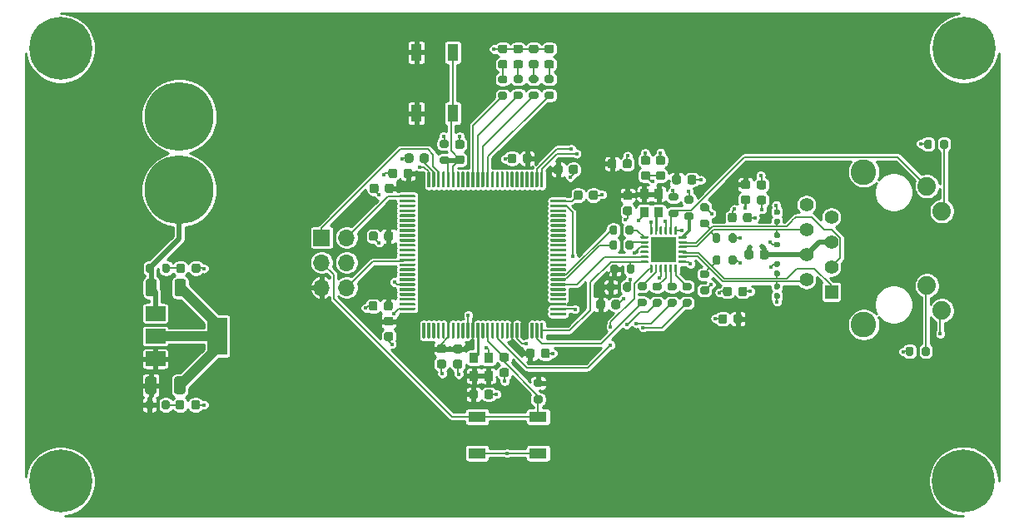
<source format=gbr>
%TF.GenerationSoftware,KiCad,Pcbnew,(5.1.7)-1*%
%TF.CreationDate,2021-09-05T16:50:27-04:00*%
%TF.ProjectId,future-controller,66757475-7265-42d6-936f-6e74726f6c6c,A*%
%TF.SameCoordinates,Original*%
%TF.FileFunction,Copper,L1,Top*%
%TF.FilePolarity,Positive*%
%FSLAX46Y46*%
G04 Gerber Fmt 4.6, Leading zero omitted, Abs format (unit mm)*
G04 Created by KiCad (PCBNEW (5.1.7)-1) date 2021-09-05 16:50:27*
%MOMM*%
%LPD*%
G01*
G04 APERTURE LIST*
%TA.AperFunction,SMDPad,CuDef*%
%ADD10R,0.950000X1.050000*%
%TD*%
%TA.AperFunction,ComponentPad*%
%ADD11R,1.400000X1.400000*%
%TD*%
%TA.AperFunction,ComponentPad*%
%ADD12C,1.400000*%
%TD*%
%TA.AperFunction,ComponentPad*%
%ADD13C,1.890000*%
%TD*%
%TA.AperFunction,ComponentPad*%
%ADD14C,2.600000*%
%TD*%
%TA.AperFunction,SMDPad,CuDef*%
%ADD15R,1.800000X1.100000*%
%TD*%
%TA.AperFunction,SMDPad,CuDef*%
%ADD16R,2.000000X1.500000*%
%TD*%
%TA.AperFunction,SMDPad,CuDef*%
%ADD17R,2.000000X3.800000*%
%TD*%
%TA.AperFunction,SMDPad,CuDef*%
%ADD18R,2.600000X2.600000*%
%TD*%
%TA.AperFunction,SMDPad,CuDef*%
%ADD19R,1.100000X1.800000*%
%TD*%
%TA.AperFunction,ComponentPad*%
%ADD20C,6.400000*%
%TD*%
%TA.AperFunction,ComponentPad*%
%ADD21C,7.000000*%
%TD*%
%TA.AperFunction,ComponentPad*%
%ADD22O,1.700000X1.700000*%
%TD*%
%TA.AperFunction,ComponentPad*%
%ADD23R,1.700000X1.700000*%
%TD*%
%TA.AperFunction,ViaPad*%
%ADD24C,0.400000*%
%TD*%
%TA.AperFunction,Conductor*%
%ADD25C,0.160000*%
%TD*%
%TA.AperFunction,Conductor*%
%ADD26C,0.500000*%
%TD*%
%TA.AperFunction,Conductor*%
%ADD27C,1.000000*%
%TD*%
%TA.AperFunction,Conductor*%
%ADD28C,0.300000*%
%TD*%
%TA.AperFunction,Conductor*%
%ADD29C,0.250000*%
%TD*%
%TA.AperFunction,Conductor*%
%ADD30C,0.254000*%
%TD*%
%TA.AperFunction,Conductor*%
%ADD31C,0.100000*%
%TD*%
G04 APERTURE END LIST*
D10*
%TO.P,Y2,4*%
%TO.N,+3V3*%
X160909000Y-93323800D03*
%TO.P,Y2,3*%
%TO.N,/25MHZ_CLK*%
X160909000Y-95173800D03*
%TO.P,Y2,2*%
%TO.N,GND*%
X159459000Y-95173800D03*
%TO.P,Y2,1*%
%TO.N,+3V3*%
X159459000Y-93323800D03*
%TD*%
%TO.P,Y1,4*%
%TO.N,+3V3*%
X142150000Y-111846800D03*
%TO.P,Y1,3*%
%TO.N,/50MHZ_CLK*%
X142150000Y-109996800D03*
%TO.P,Y1,2*%
%TO.N,GND*%
X143600000Y-109996800D03*
%TO.P,Y1,1*%
%TO.N,+3V3*%
X143600000Y-111846800D03*
%TD*%
D11*
%TO.P,J2,R1*%
%TO.N,/TX_P*%
X178485800Y-103301800D03*
D12*
%TO.P,J2,R2*%
%TO.N,/TX_N*%
X175945800Y-102031800D03*
%TO.P,J2,R3*%
%TO.N,/RX_P*%
X178485800Y-100761800D03*
%TO.P,J2,R4*%
%TO.N,/VDDA*%
X175945800Y-99491800D03*
%TO.P,J2,R5*%
X178485800Y-98221800D03*
%TO.P,J2,R6*%
%TO.N,/RX_N*%
X175945800Y-96951800D03*
%TO.P,J2,R7*%
%TO.N,N/C*%
X178485800Y-95681800D03*
%TO.P,J2,R8*%
%TO.N,GND*%
X175945800Y-94411800D03*
D13*
%TO.P,J2,L1*%
%TO.N,/LED2*%
X188205800Y-92531800D03*
%TO.P,J2,L2*%
%TO.N,Net-(J2-PadL2)*%
X189725800Y-95071800D03*
%TO.P,J2,L3*%
%TO.N,Net-(J2-PadL3)*%
X188205800Y-102641800D03*
%TO.P,J2,L4*%
%TO.N,/LED1*%
X189725800Y-105181800D03*
D14*
%TO.P,J2,13*%
%TO.N,GND*%
X181775800Y-106631800D03*
X181775800Y-91081800D03*
%TD*%
%TO.P,C16,2*%
%TO.N,GND*%
%TA.AperFunction,SMDPad,CuDef*%
G36*
G01*
X172778600Y-98195800D02*
X173118600Y-98195800D01*
G75*
G02*
X173258600Y-98335800I0J-140000D01*
G01*
X173258600Y-98615800D01*
G75*
G02*
X173118600Y-98755800I-140000J0D01*
G01*
X172778600Y-98755800D01*
G75*
G02*
X172638600Y-98615800I0J140000D01*
G01*
X172638600Y-98335800D01*
G75*
G02*
X172778600Y-98195800I140000J0D01*
G01*
G37*
%TD.AperFunction*%
%TO.P,C16,1*%
%TO.N,/RX_N*%
%TA.AperFunction,SMDPad,CuDef*%
G36*
G01*
X172778600Y-97235800D02*
X173118600Y-97235800D01*
G75*
G02*
X173258600Y-97375800I0J-140000D01*
G01*
X173258600Y-97655800D01*
G75*
G02*
X173118600Y-97795800I-140000J0D01*
G01*
X172778600Y-97795800D01*
G75*
G02*
X172638600Y-97655800I0J140000D01*
G01*
X172638600Y-97375800D01*
G75*
G02*
X172778600Y-97235800I140000J0D01*
G01*
G37*
%TD.AperFunction*%
%TD*%
%TO.P,C15,2*%
%TO.N,GND*%
%TA.AperFunction,SMDPad,CuDef*%
G36*
G01*
X172778600Y-103423000D02*
X173118600Y-103423000D01*
G75*
G02*
X173258600Y-103563000I0J-140000D01*
G01*
X173258600Y-103843000D01*
G75*
G02*
X173118600Y-103983000I-140000J0D01*
G01*
X172778600Y-103983000D01*
G75*
G02*
X172638600Y-103843000I0J140000D01*
G01*
X172638600Y-103563000D01*
G75*
G02*
X172778600Y-103423000I140000J0D01*
G01*
G37*
%TD.AperFunction*%
%TO.P,C15,1*%
%TO.N,/TX_N*%
%TA.AperFunction,SMDPad,CuDef*%
G36*
G01*
X172778600Y-102463000D02*
X173118600Y-102463000D01*
G75*
G02*
X173258600Y-102603000I0J-140000D01*
G01*
X173258600Y-102883000D01*
G75*
G02*
X173118600Y-103023000I-140000J0D01*
G01*
X172778600Y-103023000D01*
G75*
G02*
X172638600Y-102883000I0J140000D01*
G01*
X172638600Y-102603000D01*
G75*
G02*
X172778600Y-102463000I140000J0D01*
G01*
G37*
%TD.AperFunction*%
%TD*%
%TO.P,C13,2*%
%TO.N,GND*%
%TA.AperFunction,SMDPad,CuDef*%
G36*
G01*
X173118600Y-95459000D02*
X172778600Y-95459000D01*
G75*
G02*
X172638600Y-95319000I0J140000D01*
G01*
X172638600Y-95039000D01*
G75*
G02*
X172778600Y-94899000I140000J0D01*
G01*
X173118600Y-94899000D01*
G75*
G02*
X173258600Y-95039000I0J-140000D01*
G01*
X173258600Y-95319000D01*
G75*
G02*
X173118600Y-95459000I-140000J0D01*
G01*
G37*
%TD.AperFunction*%
%TO.P,C13,1*%
%TO.N,/RX_P*%
%TA.AperFunction,SMDPad,CuDef*%
G36*
G01*
X173118600Y-96419000D02*
X172778600Y-96419000D01*
G75*
G02*
X172638600Y-96279000I0J140000D01*
G01*
X172638600Y-95999000D01*
G75*
G02*
X172778600Y-95859000I140000J0D01*
G01*
X173118600Y-95859000D01*
G75*
G02*
X173258600Y-95999000I0J-140000D01*
G01*
X173258600Y-96279000D01*
G75*
G02*
X173118600Y-96419000I-140000J0D01*
G01*
G37*
%TD.AperFunction*%
%TD*%
%TO.P,C12,1*%
%TO.N,/TX_P*%
%TA.AperFunction,SMDPad,CuDef*%
G36*
G01*
X173118600Y-101697000D02*
X172778600Y-101697000D01*
G75*
G02*
X172638600Y-101557000I0J140000D01*
G01*
X172638600Y-101277000D01*
G75*
G02*
X172778600Y-101137000I140000J0D01*
G01*
X173118600Y-101137000D01*
G75*
G02*
X173258600Y-101277000I0J-140000D01*
G01*
X173258600Y-101557000D01*
G75*
G02*
X173118600Y-101697000I-140000J0D01*
G01*
G37*
%TD.AperFunction*%
%TO.P,C12,2*%
%TO.N,GND*%
%TA.AperFunction,SMDPad,CuDef*%
G36*
G01*
X173118600Y-100737000D02*
X172778600Y-100737000D01*
G75*
G02*
X172638600Y-100597000I0J140000D01*
G01*
X172638600Y-100317000D01*
G75*
G02*
X172778600Y-100177000I140000J0D01*
G01*
X173118600Y-100177000D01*
G75*
G02*
X173258600Y-100317000I0J-140000D01*
G01*
X173258600Y-100597000D01*
G75*
G02*
X173118600Y-100737000I-140000J0D01*
G01*
G37*
%TD.AperFunction*%
%TD*%
D15*
%TO.P,RESET,2*%
%TO.N,NRST*%
X148668600Y-116001800D03*
X142468600Y-116001800D03*
%TO.P,RESET,1*%
%TO.N,GND*%
X142468600Y-119701800D03*
X148668600Y-119701800D03*
%TD*%
%TO.P,C32,2*%
%TO.N,GND*%
%TA.AperFunction,SMDPad,CuDef*%
G36*
G01*
X157509400Y-94584400D02*
X158009400Y-94584400D01*
G75*
G02*
X158234400Y-94809400I0J-225000D01*
G01*
X158234400Y-95259400D01*
G75*
G02*
X158009400Y-95484400I-225000J0D01*
G01*
X157509400Y-95484400D01*
G75*
G02*
X157284400Y-95259400I0J225000D01*
G01*
X157284400Y-94809400D01*
G75*
G02*
X157509400Y-94584400I225000J0D01*
G01*
G37*
%TD.AperFunction*%
%TO.P,C32,1*%
%TO.N,+3V3*%
%TA.AperFunction,SMDPad,CuDef*%
G36*
G01*
X157509400Y-93034400D02*
X158009400Y-93034400D01*
G75*
G02*
X158234400Y-93259400I0J-225000D01*
G01*
X158234400Y-93709400D01*
G75*
G02*
X158009400Y-93934400I-225000J0D01*
G01*
X157509400Y-93934400D01*
G75*
G02*
X157284400Y-93709400I0J225000D01*
G01*
X157284400Y-93259400D01*
G75*
G02*
X157509400Y-93034400I225000J0D01*
G01*
G37*
%TD.AperFunction*%
%TD*%
D16*
%TO.P,U1,1*%
%TO.N,+12V*%
X109727600Y-105497600D03*
%TO.P,U1,3*%
%TO.N,+3V3*%
X109727600Y-110097600D03*
%TO.P,U1,2*%
%TO.N,GND*%
X109727600Y-107797600D03*
D17*
%TO.P,U1,4*%
X116027600Y-107797600D03*
%TD*%
%TO.P,U3,1*%
%TO.N,/VDDA*%
%TA.AperFunction,SMDPad,CuDef*%
G36*
G01*
X162591800Y-96633800D02*
X162716800Y-96633800D01*
G75*
G02*
X162779300Y-96696300I0J-62500D01*
G01*
X162779300Y-97396300D01*
G75*
G02*
X162716800Y-97458800I-62500J0D01*
G01*
X162591800Y-97458800D01*
G75*
G02*
X162529300Y-97396300I0J62500D01*
G01*
X162529300Y-96696300D01*
G75*
G02*
X162591800Y-96633800I62500J0D01*
G01*
G37*
%TD.AperFunction*%
%TO.P,U3,2*%
%TO.N,/LED2*%
%TA.AperFunction,SMDPad,CuDef*%
G36*
G01*
X162091800Y-96633800D02*
X162216800Y-96633800D01*
G75*
G02*
X162279300Y-96696300I0J-62500D01*
G01*
X162279300Y-97396300D01*
G75*
G02*
X162216800Y-97458800I-62500J0D01*
G01*
X162091800Y-97458800D01*
G75*
G02*
X162029300Y-97396300I0J62500D01*
G01*
X162029300Y-96696300D01*
G75*
G02*
X162091800Y-96633800I62500J0D01*
G01*
G37*
%TD.AperFunction*%
%TO.P,U3,3*%
%TO.N,/LED1*%
%TA.AperFunction,SMDPad,CuDef*%
G36*
G01*
X161591800Y-96633800D02*
X161716800Y-96633800D01*
G75*
G02*
X161779300Y-96696300I0J-62500D01*
G01*
X161779300Y-97396300D01*
G75*
G02*
X161716800Y-97458800I-62500J0D01*
G01*
X161591800Y-97458800D01*
G75*
G02*
X161529300Y-97396300I0J62500D01*
G01*
X161529300Y-96696300D01*
G75*
G02*
X161591800Y-96633800I62500J0D01*
G01*
G37*
%TD.AperFunction*%
%TO.P,U3,4*%
%TO.N,N/C*%
%TA.AperFunction,SMDPad,CuDef*%
G36*
G01*
X161091800Y-96633800D02*
X161216800Y-96633800D01*
G75*
G02*
X161279300Y-96696300I0J-62500D01*
G01*
X161279300Y-97396300D01*
G75*
G02*
X161216800Y-97458800I-62500J0D01*
G01*
X161091800Y-97458800D01*
G75*
G02*
X161029300Y-97396300I0J62500D01*
G01*
X161029300Y-96696300D01*
G75*
G02*
X161091800Y-96633800I62500J0D01*
G01*
G37*
%TD.AperFunction*%
%TO.P,U3,5*%
%TO.N,/25MHZ_CLK*%
%TA.AperFunction,SMDPad,CuDef*%
G36*
G01*
X160591800Y-96633800D02*
X160716800Y-96633800D01*
G75*
G02*
X160779300Y-96696300I0J-62500D01*
G01*
X160779300Y-97396300D01*
G75*
G02*
X160716800Y-97458800I-62500J0D01*
G01*
X160591800Y-97458800D01*
G75*
G02*
X160529300Y-97396300I0J62500D01*
G01*
X160529300Y-96696300D01*
G75*
G02*
X160591800Y-96633800I62500J0D01*
G01*
G37*
%TD.AperFunction*%
%TO.P,U3,6*%
%TO.N,Net-(C17-Pad1)*%
%TA.AperFunction,SMDPad,CuDef*%
G36*
G01*
X160091800Y-96633800D02*
X160216800Y-96633800D01*
G75*
G02*
X160279300Y-96696300I0J-62500D01*
G01*
X160279300Y-97396300D01*
G75*
G02*
X160216800Y-97458800I-62500J0D01*
G01*
X160091800Y-97458800D01*
G75*
G02*
X160029300Y-97396300I0J62500D01*
G01*
X160029300Y-96696300D01*
G75*
G02*
X160091800Y-96633800I62500J0D01*
G01*
G37*
%TD.AperFunction*%
%TO.P,U3,7*%
%TO.N,Net-(R18-Pad1)*%
%TA.AperFunction,SMDPad,CuDef*%
G36*
G01*
X159116800Y-97608800D02*
X159816800Y-97608800D01*
G75*
G02*
X159879300Y-97671300I0J-62500D01*
G01*
X159879300Y-97796300D01*
G75*
G02*
X159816800Y-97858800I-62500J0D01*
G01*
X159116800Y-97858800D01*
G75*
G02*
X159054300Y-97796300I0J62500D01*
G01*
X159054300Y-97671300D01*
G75*
G02*
X159116800Y-97608800I62500J0D01*
G01*
G37*
%TD.AperFunction*%
%TO.P,U3,8*%
%TO.N,Net-(R17-Pad1)*%
%TA.AperFunction,SMDPad,CuDef*%
G36*
G01*
X159116800Y-98108800D02*
X159816800Y-98108800D01*
G75*
G02*
X159879300Y-98171300I0J-62500D01*
G01*
X159879300Y-98296300D01*
G75*
G02*
X159816800Y-98358800I-62500J0D01*
G01*
X159116800Y-98358800D01*
G75*
G02*
X159054300Y-98296300I0J62500D01*
G01*
X159054300Y-98171300D01*
G75*
G02*
X159116800Y-98108800I62500J0D01*
G01*
G37*
%TD.AperFunction*%
%TO.P,U3,9*%
%TO.N,+3V3*%
%TA.AperFunction,SMDPad,CuDef*%
G36*
G01*
X159116800Y-98608800D02*
X159816800Y-98608800D01*
G75*
G02*
X159879300Y-98671300I0J-62500D01*
G01*
X159879300Y-98796300D01*
G75*
G02*
X159816800Y-98858800I-62500J0D01*
G01*
X159116800Y-98858800D01*
G75*
G02*
X159054300Y-98796300I0J62500D01*
G01*
X159054300Y-98671300D01*
G75*
G02*
X159116800Y-98608800I62500J0D01*
G01*
G37*
%TD.AperFunction*%
%TO.P,U3,10*%
%TO.N,N/C*%
%TA.AperFunction,SMDPad,CuDef*%
G36*
G01*
X159116800Y-99108800D02*
X159816800Y-99108800D01*
G75*
G02*
X159879300Y-99171300I0J-62500D01*
G01*
X159879300Y-99296300D01*
G75*
G02*
X159816800Y-99358800I-62500J0D01*
G01*
X159116800Y-99358800D01*
G75*
G02*
X159054300Y-99296300I0J62500D01*
G01*
X159054300Y-99171300D01*
G75*
G02*
X159116800Y-99108800I62500J0D01*
G01*
G37*
%TD.AperFunction*%
%TO.P,U3,11*%
%TO.N,CRS_DV*%
%TA.AperFunction,SMDPad,CuDef*%
G36*
G01*
X159116800Y-99608800D02*
X159816800Y-99608800D01*
G75*
G02*
X159879300Y-99671300I0J-62500D01*
G01*
X159879300Y-99796300D01*
G75*
G02*
X159816800Y-99858800I-62500J0D01*
G01*
X159116800Y-99858800D01*
G75*
G02*
X159054300Y-99796300I0J62500D01*
G01*
X159054300Y-99671300D01*
G75*
G02*
X159116800Y-99608800I62500J0D01*
G01*
G37*
%TD.AperFunction*%
%TO.P,U3,12*%
%TO.N,MDIO*%
%TA.AperFunction,SMDPad,CuDef*%
G36*
G01*
X159116800Y-100108800D02*
X159816800Y-100108800D01*
G75*
G02*
X159879300Y-100171300I0J-62500D01*
G01*
X159879300Y-100296300D01*
G75*
G02*
X159816800Y-100358800I-62500J0D01*
G01*
X159116800Y-100358800D01*
G75*
G02*
X159054300Y-100296300I0J62500D01*
G01*
X159054300Y-100171300D01*
G75*
G02*
X159116800Y-100108800I62500J0D01*
G01*
G37*
%TD.AperFunction*%
%TO.P,U3,13*%
%TO.N,MDC*%
%TA.AperFunction,SMDPad,CuDef*%
G36*
G01*
X160091800Y-100508800D02*
X160216800Y-100508800D01*
G75*
G02*
X160279300Y-100571300I0J-62500D01*
G01*
X160279300Y-101271300D01*
G75*
G02*
X160216800Y-101333800I-62500J0D01*
G01*
X160091800Y-101333800D01*
G75*
G02*
X160029300Y-101271300I0J62500D01*
G01*
X160029300Y-100571300D01*
G75*
G02*
X160091800Y-100508800I62500J0D01*
G01*
G37*
%TD.AperFunction*%
%TO.P,U3,14*%
%TO.N,Net-(R19-Pad1)*%
%TA.AperFunction,SMDPad,CuDef*%
G36*
G01*
X160591800Y-100508800D02*
X160716800Y-100508800D01*
G75*
G02*
X160779300Y-100571300I0J-62500D01*
G01*
X160779300Y-101271300D01*
G75*
G02*
X160716800Y-101333800I-62500J0D01*
G01*
X160591800Y-101333800D01*
G75*
G02*
X160529300Y-101271300I0J62500D01*
G01*
X160529300Y-100571300D01*
G75*
G02*
X160591800Y-100508800I62500J0D01*
G01*
G37*
%TD.AperFunction*%
%TO.P,U3,15*%
%TO.N,Net-(R24-Pad1)*%
%TA.AperFunction,SMDPad,CuDef*%
G36*
G01*
X161091800Y-100508800D02*
X161216800Y-100508800D01*
G75*
G02*
X161279300Y-100571300I0J-62500D01*
G01*
X161279300Y-101271300D01*
G75*
G02*
X161216800Y-101333800I-62500J0D01*
G01*
X161091800Y-101333800D01*
G75*
G02*
X161029300Y-101271300I0J62500D01*
G01*
X161029300Y-100571300D01*
G75*
G02*
X161091800Y-100508800I62500J0D01*
G01*
G37*
%TD.AperFunction*%
%TO.P,U3,16*%
%TO.N,Net-(R16-Pad1)*%
%TA.AperFunction,SMDPad,CuDef*%
G36*
G01*
X161591800Y-100508800D02*
X161716800Y-100508800D01*
G75*
G02*
X161779300Y-100571300I0J-62500D01*
G01*
X161779300Y-101271300D01*
G75*
G02*
X161716800Y-101333800I-62500J0D01*
G01*
X161591800Y-101333800D01*
G75*
G02*
X161529300Y-101271300I0J62500D01*
G01*
X161529300Y-100571300D01*
G75*
G02*
X161591800Y-100508800I62500J0D01*
G01*
G37*
%TD.AperFunction*%
%TO.P,U3,17*%
%TO.N,Net-(R14-Pad1)*%
%TA.AperFunction,SMDPad,CuDef*%
G36*
G01*
X162091800Y-100508800D02*
X162216800Y-100508800D01*
G75*
G02*
X162279300Y-100571300I0J-62500D01*
G01*
X162279300Y-101271300D01*
G75*
G02*
X162216800Y-101333800I-62500J0D01*
G01*
X162091800Y-101333800D01*
G75*
G02*
X162029300Y-101271300I0J62500D01*
G01*
X162029300Y-100571300D01*
G75*
G02*
X162091800Y-100508800I62500J0D01*
G01*
G37*
%TD.AperFunction*%
%TO.P,U3,18*%
%TO.N,Net-(R15-Pad1)*%
%TA.AperFunction,SMDPad,CuDef*%
G36*
G01*
X162591800Y-100508800D02*
X162716800Y-100508800D01*
G75*
G02*
X162779300Y-100571300I0J-62500D01*
G01*
X162779300Y-101271300D01*
G75*
G02*
X162716800Y-101333800I-62500J0D01*
G01*
X162591800Y-101333800D01*
G75*
G02*
X162529300Y-101271300I0J62500D01*
G01*
X162529300Y-100571300D01*
G75*
G02*
X162591800Y-100508800I62500J0D01*
G01*
G37*
%TD.AperFunction*%
%TO.P,U3,19*%
%TO.N,/VDDA*%
%TA.AperFunction,SMDPad,CuDef*%
G36*
G01*
X162991800Y-100108800D02*
X163691800Y-100108800D01*
G75*
G02*
X163754300Y-100171300I0J-62500D01*
G01*
X163754300Y-100296300D01*
G75*
G02*
X163691800Y-100358800I-62500J0D01*
G01*
X162991800Y-100358800D01*
G75*
G02*
X162929300Y-100296300I0J62500D01*
G01*
X162929300Y-100171300D01*
G75*
G02*
X162991800Y-100108800I62500J0D01*
G01*
G37*
%TD.AperFunction*%
%TO.P,U3,20*%
%TO.N,/TX_N*%
%TA.AperFunction,SMDPad,CuDef*%
G36*
G01*
X162991800Y-99608800D02*
X163691800Y-99608800D01*
G75*
G02*
X163754300Y-99671300I0J-62500D01*
G01*
X163754300Y-99796300D01*
G75*
G02*
X163691800Y-99858800I-62500J0D01*
G01*
X162991800Y-99858800D01*
G75*
G02*
X162929300Y-99796300I0J62500D01*
G01*
X162929300Y-99671300D01*
G75*
G02*
X162991800Y-99608800I62500J0D01*
G01*
G37*
%TD.AperFunction*%
%TO.P,U3,21*%
%TO.N,/TX_P*%
%TA.AperFunction,SMDPad,CuDef*%
G36*
G01*
X162991800Y-99108800D02*
X163691800Y-99108800D01*
G75*
G02*
X163754300Y-99171300I0J-62500D01*
G01*
X163754300Y-99296300D01*
G75*
G02*
X163691800Y-99358800I-62500J0D01*
G01*
X162991800Y-99358800D01*
G75*
G02*
X162929300Y-99296300I0J62500D01*
G01*
X162929300Y-99171300D01*
G75*
G02*
X162991800Y-99108800I62500J0D01*
G01*
G37*
%TD.AperFunction*%
%TO.P,U3,22*%
%TO.N,/RX_N*%
%TA.AperFunction,SMDPad,CuDef*%
G36*
G01*
X162991800Y-98608800D02*
X163691800Y-98608800D01*
G75*
G02*
X163754300Y-98671300I0J-62500D01*
G01*
X163754300Y-98796300D01*
G75*
G02*
X163691800Y-98858800I-62500J0D01*
G01*
X162991800Y-98858800D01*
G75*
G02*
X162929300Y-98796300I0J62500D01*
G01*
X162929300Y-98671300D01*
G75*
G02*
X162991800Y-98608800I62500J0D01*
G01*
G37*
%TD.AperFunction*%
%TO.P,U3,23*%
%TO.N,/RX_P*%
%TA.AperFunction,SMDPad,CuDef*%
G36*
G01*
X162991800Y-98108800D02*
X163691800Y-98108800D01*
G75*
G02*
X163754300Y-98171300I0J-62500D01*
G01*
X163754300Y-98296300D01*
G75*
G02*
X163691800Y-98358800I-62500J0D01*
G01*
X162991800Y-98358800D01*
G75*
G02*
X162929300Y-98296300I0J62500D01*
G01*
X162929300Y-98171300D01*
G75*
G02*
X162991800Y-98108800I62500J0D01*
G01*
G37*
%TD.AperFunction*%
%TO.P,U3,24*%
%TO.N,Net-(R23-Pad1)*%
%TA.AperFunction,SMDPad,CuDef*%
G36*
G01*
X162991800Y-97608800D02*
X163691800Y-97608800D01*
G75*
G02*
X163754300Y-97671300I0J-62500D01*
G01*
X163754300Y-97796300D01*
G75*
G02*
X163691800Y-97858800I-62500J0D01*
G01*
X162991800Y-97858800D01*
G75*
G02*
X162929300Y-97796300I0J62500D01*
G01*
X162929300Y-97671300D01*
G75*
G02*
X162991800Y-97608800I62500J0D01*
G01*
G37*
%TD.AperFunction*%
D18*
%TO.P,U3,25*%
%TO.N,GND*%
X161404300Y-98983800D03*
%TD*%
%TO.P,U2,1*%
%TO.N,N/C*%
%TA.AperFunction,SMDPad,CuDef*%
G36*
G01*
X137102400Y-108017600D02*
X136952400Y-108017600D01*
G75*
G02*
X136877400Y-107942600I0J75000D01*
G01*
X136877400Y-106492600D01*
G75*
G02*
X136952400Y-106417600I75000J0D01*
G01*
X137102400Y-106417600D01*
G75*
G02*
X137177400Y-106492600I0J-75000D01*
G01*
X137177400Y-107942600D01*
G75*
G02*
X137102400Y-108017600I-75000J0D01*
G01*
G37*
%TD.AperFunction*%
%TO.P,U2,2*%
%TA.AperFunction,SMDPad,CuDef*%
G36*
G01*
X137602400Y-108017600D02*
X137452400Y-108017600D01*
G75*
G02*
X137377400Y-107942600I0J75000D01*
G01*
X137377400Y-106492600D01*
G75*
G02*
X137452400Y-106417600I75000J0D01*
G01*
X137602400Y-106417600D01*
G75*
G02*
X137677400Y-106492600I0J-75000D01*
G01*
X137677400Y-107942600D01*
G75*
G02*
X137602400Y-108017600I-75000J0D01*
G01*
G37*
%TD.AperFunction*%
%TO.P,U2,3*%
%TA.AperFunction,SMDPad,CuDef*%
G36*
G01*
X138102400Y-108017600D02*
X137952400Y-108017600D01*
G75*
G02*
X137877400Y-107942600I0J75000D01*
G01*
X137877400Y-106492600D01*
G75*
G02*
X137952400Y-106417600I75000J0D01*
G01*
X138102400Y-106417600D01*
G75*
G02*
X138177400Y-106492600I0J-75000D01*
G01*
X138177400Y-107942600D01*
G75*
G02*
X138102400Y-108017600I-75000J0D01*
G01*
G37*
%TD.AperFunction*%
%TO.P,U2,4*%
%TA.AperFunction,SMDPad,CuDef*%
G36*
G01*
X138602400Y-108017600D02*
X138452400Y-108017600D01*
G75*
G02*
X138377400Y-107942600I0J75000D01*
G01*
X138377400Y-106492600D01*
G75*
G02*
X138452400Y-106417600I75000J0D01*
G01*
X138602400Y-106417600D01*
G75*
G02*
X138677400Y-106492600I0J-75000D01*
G01*
X138677400Y-107942600D01*
G75*
G02*
X138602400Y-108017600I-75000J0D01*
G01*
G37*
%TD.AperFunction*%
%TO.P,U2,5*%
%TA.AperFunction,SMDPad,CuDef*%
G36*
G01*
X139102400Y-108017600D02*
X138952400Y-108017600D01*
G75*
G02*
X138877400Y-107942600I0J75000D01*
G01*
X138877400Y-106492600D01*
G75*
G02*
X138952400Y-106417600I75000J0D01*
G01*
X139102400Y-106417600D01*
G75*
G02*
X139177400Y-106492600I0J-75000D01*
G01*
X139177400Y-107942600D01*
G75*
G02*
X139102400Y-108017600I-75000J0D01*
G01*
G37*
%TD.AperFunction*%
%TO.P,U2,6*%
%TO.N,+3V3*%
%TA.AperFunction,SMDPad,CuDef*%
G36*
G01*
X139602400Y-108017600D02*
X139452400Y-108017600D01*
G75*
G02*
X139377400Y-107942600I0J75000D01*
G01*
X139377400Y-106492600D01*
G75*
G02*
X139452400Y-106417600I75000J0D01*
G01*
X139602400Y-106417600D01*
G75*
G02*
X139677400Y-106492600I0J-75000D01*
G01*
X139677400Y-107942600D01*
G75*
G02*
X139602400Y-108017600I-75000J0D01*
G01*
G37*
%TD.AperFunction*%
%TO.P,U2,7*%
%TO.N,N/C*%
%TA.AperFunction,SMDPad,CuDef*%
G36*
G01*
X140102400Y-108017600D02*
X139952400Y-108017600D01*
G75*
G02*
X139877400Y-107942600I0J75000D01*
G01*
X139877400Y-106492600D01*
G75*
G02*
X139952400Y-106417600I75000J0D01*
G01*
X140102400Y-106417600D01*
G75*
G02*
X140177400Y-106492600I0J-75000D01*
G01*
X140177400Y-107942600D01*
G75*
G02*
X140102400Y-108017600I-75000J0D01*
G01*
G37*
%TD.AperFunction*%
%TO.P,U2,8*%
%TA.AperFunction,SMDPad,CuDef*%
G36*
G01*
X140602400Y-108017600D02*
X140452400Y-108017600D01*
G75*
G02*
X140377400Y-107942600I0J75000D01*
G01*
X140377400Y-106492600D01*
G75*
G02*
X140452400Y-106417600I75000J0D01*
G01*
X140602400Y-106417600D01*
G75*
G02*
X140677400Y-106492600I0J-75000D01*
G01*
X140677400Y-107942600D01*
G75*
G02*
X140602400Y-108017600I-75000J0D01*
G01*
G37*
%TD.AperFunction*%
%TO.P,U2,9*%
%TA.AperFunction,SMDPad,CuDef*%
G36*
G01*
X141102400Y-108017600D02*
X140952400Y-108017600D01*
G75*
G02*
X140877400Y-107942600I0J75000D01*
G01*
X140877400Y-106492600D01*
G75*
G02*
X140952400Y-106417600I75000J0D01*
G01*
X141102400Y-106417600D01*
G75*
G02*
X141177400Y-106492600I0J-75000D01*
G01*
X141177400Y-107942600D01*
G75*
G02*
X141102400Y-108017600I-75000J0D01*
G01*
G37*
%TD.AperFunction*%
%TO.P,U2,10*%
%TO.N,GND*%
%TA.AperFunction,SMDPad,CuDef*%
G36*
G01*
X141602400Y-108017600D02*
X141452400Y-108017600D01*
G75*
G02*
X141377400Y-107942600I0J75000D01*
G01*
X141377400Y-106492600D01*
G75*
G02*
X141452400Y-106417600I75000J0D01*
G01*
X141602400Y-106417600D01*
G75*
G02*
X141677400Y-106492600I0J-75000D01*
G01*
X141677400Y-107942600D01*
G75*
G02*
X141602400Y-108017600I-75000J0D01*
G01*
G37*
%TD.AperFunction*%
%TO.P,U2,11*%
%TO.N,+3V3*%
%TA.AperFunction,SMDPad,CuDef*%
G36*
G01*
X142102400Y-108017600D02*
X141952400Y-108017600D01*
G75*
G02*
X141877400Y-107942600I0J75000D01*
G01*
X141877400Y-106492600D01*
G75*
G02*
X141952400Y-106417600I75000J0D01*
G01*
X142102400Y-106417600D01*
G75*
G02*
X142177400Y-106492600I0J-75000D01*
G01*
X142177400Y-107942600D01*
G75*
G02*
X142102400Y-108017600I-75000J0D01*
G01*
G37*
%TD.AperFunction*%
%TO.P,U2,12*%
%TO.N,/50MHZ_CLK*%
%TA.AperFunction,SMDPad,CuDef*%
G36*
G01*
X142602400Y-108017600D02*
X142452400Y-108017600D01*
G75*
G02*
X142377400Y-107942600I0J75000D01*
G01*
X142377400Y-106492600D01*
G75*
G02*
X142452400Y-106417600I75000J0D01*
G01*
X142602400Y-106417600D01*
G75*
G02*
X142677400Y-106492600I0J-75000D01*
G01*
X142677400Y-107942600D01*
G75*
G02*
X142602400Y-108017600I-75000J0D01*
G01*
G37*
%TD.AperFunction*%
%TO.P,U2,13*%
%TO.N,N/C*%
%TA.AperFunction,SMDPad,CuDef*%
G36*
G01*
X143102400Y-108017600D02*
X142952400Y-108017600D01*
G75*
G02*
X142877400Y-107942600I0J75000D01*
G01*
X142877400Y-106492600D01*
G75*
G02*
X142952400Y-106417600I75000J0D01*
G01*
X143102400Y-106417600D01*
G75*
G02*
X143177400Y-106492600I0J-75000D01*
G01*
X143177400Y-107942600D01*
G75*
G02*
X143102400Y-108017600I-75000J0D01*
G01*
G37*
%TD.AperFunction*%
%TO.P,U2,14*%
%TO.N,NRST*%
%TA.AperFunction,SMDPad,CuDef*%
G36*
G01*
X143602400Y-108017600D02*
X143452400Y-108017600D01*
G75*
G02*
X143377400Y-107942600I0J75000D01*
G01*
X143377400Y-106492600D01*
G75*
G02*
X143452400Y-106417600I75000J0D01*
G01*
X143602400Y-106417600D01*
G75*
G02*
X143677400Y-106492600I0J-75000D01*
G01*
X143677400Y-107942600D01*
G75*
G02*
X143602400Y-108017600I-75000J0D01*
G01*
G37*
%TD.AperFunction*%
%TO.P,U2,15*%
%TO.N,N/C*%
%TA.AperFunction,SMDPad,CuDef*%
G36*
G01*
X144102400Y-108017600D02*
X143952400Y-108017600D01*
G75*
G02*
X143877400Y-107942600I0J75000D01*
G01*
X143877400Y-106492600D01*
G75*
G02*
X143952400Y-106417600I75000J0D01*
G01*
X144102400Y-106417600D01*
G75*
G02*
X144177400Y-106492600I0J-75000D01*
G01*
X144177400Y-107942600D01*
G75*
G02*
X144102400Y-108017600I-75000J0D01*
G01*
G37*
%TD.AperFunction*%
%TO.P,U2,16*%
%TO.N,MDC*%
%TA.AperFunction,SMDPad,CuDef*%
G36*
G01*
X144602400Y-108017600D02*
X144452400Y-108017600D01*
G75*
G02*
X144377400Y-107942600I0J75000D01*
G01*
X144377400Y-106492600D01*
G75*
G02*
X144452400Y-106417600I75000J0D01*
G01*
X144602400Y-106417600D01*
G75*
G02*
X144677400Y-106492600I0J-75000D01*
G01*
X144677400Y-107942600D01*
G75*
G02*
X144602400Y-108017600I-75000J0D01*
G01*
G37*
%TD.AperFunction*%
%TO.P,U2,17*%
%TO.N,N/C*%
%TA.AperFunction,SMDPad,CuDef*%
G36*
G01*
X145102400Y-108017600D02*
X144952400Y-108017600D01*
G75*
G02*
X144877400Y-107942600I0J75000D01*
G01*
X144877400Y-106492600D01*
G75*
G02*
X144952400Y-106417600I75000J0D01*
G01*
X145102400Y-106417600D01*
G75*
G02*
X145177400Y-106492600I0J-75000D01*
G01*
X145177400Y-107942600D01*
G75*
G02*
X145102400Y-108017600I-75000J0D01*
G01*
G37*
%TD.AperFunction*%
%TO.P,U2,18*%
%TA.AperFunction,SMDPad,CuDef*%
G36*
G01*
X145602400Y-108017600D02*
X145452400Y-108017600D01*
G75*
G02*
X145377400Y-107942600I0J75000D01*
G01*
X145377400Y-106492600D01*
G75*
G02*
X145452400Y-106417600I75000J0D01*
G01*
X145602400Y-106417600D01*
G75*
G02*
X145677400Y-106492600I0J-75000D01*
G01*
X145677400Y-107942600D01*
G75*
G02*
X145602400Y-108017600I-75000J0D01*
G01*
G37*
%TD.AperFunction*%
%TO.P,U2,19*%
%TO.N,+3V3*%
%TA.AperFunction,SMDPad,CuDef*%
G36*
G01*
X146102400Y-108017600D02*
X145952400Y-108017600D01*
G75*
G02*
X145877400Y-107942600I0J75000D01*
G01*
X145877400Y-106492600D01*
G75*
G02*
X145952400Y-106417600I75000J0D01*
G01*
X146102400Y-106417600D01*
G75*
G02*
X146177400Y-106492600I0J-75000D01*
G01*
X146177400Y-107942600D01*
G75*
G02*
X146102400Y-108017600I-75000J0D01*
G01*
G37*
%TD.AperFunction*%
%TO.P,U2,20*%
%TO.N,GND*%
%TA.AperFunction,SMDPad,CuDef*%
G36*
G01*
X146602400Y-108017600D02*
X146452400Y-108017600D01*
G75*
G02*
X146377400Y-107942600I0J75000D01*
G01*
X146377400Y-106492600D01*
G75*
G02*
X146452400Y-106417600I75000J0D01*
G01*
X146602400Y-106417600D01*
G75*
G02*
X146677400Y-106492600I0J-75000D01*
G01*
X146677400Y-107942600D01*
G75*
G02*
X146602400Y-108017600I-75000J0D01*
G01*
G37*
%TD.AperFunction*%
%TO.P,U2,21*%
%TO.N,+3V3*%
%TA.AperFunction,SMDPad,CuDef*%
G36*
G01*
X147102400Y-108017600D02*
X146952400Y-108017600D01*
G75*
G02*
X146877400Y-107942600I0J75000D01*
G01*
X146877400Y-106492600D01*
G75*
G02*
X146952400Y-106417600I75000J0D01*
G01*
X147102400Y-106417600D01*
G75*
G02*
X147177400Y-106492600I0J-75000D01*
G01*
X147177400Y-107942600D01*
G75*
G02*
X147102400Y-108017600I-75000J0D01*
G01*
G37*
%TD.AperFunction*%
%TO.P,U2,22*%
%TA.AperFunction,SMDPad,CuDef*%
G36*
G01*
X147602400Y-108017600D02*
X147452400Y-108017600D01*
G75*
G02*
X147377400Y-107942600I0J75000D01*
G01*
X147377400Y-106492600D01*
G75*
G02*
X147452400Y-106417600I75000J0D01*
G01*
X147602400Y-106417600D01*
G75*
G02*
X147677400Y-106492600I0J-75000D01*
G01*
X147677400Y-107942600D01*
G75*
G02*
X147602400Y-108017600I-75000J0D01*
G01*
G37*
%TD.AperFunction*%
%TO.P,U2,23*%
%TO.N,N/C*%
%TA.AperFunction,SMDPad,CuDef*%
G36*
G01*
X148102400Y-108017600D02*
X147952400Y-108017600D01*
G75*
G02*
X147877400Y-107942600I0J75000D01*
G01*
X147877400Y-106492600D01*
G75*
G02*
X147952400Y-106417600I75000J0D01*
G01*
X148102400Y-106417600D01*
G75*
G02*
X148177400Y-106492600I0J-75000D01*
G01*
X148177400Y-107942600D01*
G75*
G02*
X148102400Y-108017600I-75000J0D01*
G01*
G37*
%TD.AperFunction*%
%TO.P,U2,24*%
%TO.N,REFCLK*%
%TA.AperFunction,SMDPad,CuDef*%
G36*
G01*
X148602400Y-108017600D02*
X148452400Y-108017600D01*
G75*
G02*
X148377400Y-107942600I0J75000D01*
G01*
X148377400Y-106492600D01*
G75*
G02*
X148452400Y-106417600I75000J0D01*
G01*
X148602400Y-106417600D01*
G75*
G02*
X148677400Y-106492600I0J-75000D01*
G01*
X148677400Y-107942600D01*
G75*
G02*
X148602400Y-108017600I-75000J0D01*
G01*
G37*
%TD.AperFunction*%
%TO.P,U2,25*%
%TO.N,MDIO*%
%TA.AperFunction,SMDPad,CuDef*%
G36*
G01*
X149102400Y-108017600D02*
X148952400Y-108017600D01*
G75*
G02*
X148877400Y-107942600I0J75000D01*
G01*
X148877400Y-106492600D01*
G75*
G02*
X148952400Y-106417600I75000J0D01*
G01*
X149102400Y-106417600D01*
G75*
G02*
X149177400Y-106492600I0J-75000D01*
G01*
X149177400Y-107942600D01*
G75*
G02*
X149102400Y-108017600I-75000J0D01*
G01*
G37*
%TD.AperFunction*%
%TO.P,U2,26*%
%TO.N,N/C*%
%TA.AperFunction,SMDPad,CuDef*%
G36*
G01*
X151427400Y-105692600D02*
X149977400Y-105692600D01*
G75*
G02*
X149902400Y-105617600I0J75000D01*
G01*
X149902400Y-105467600D01*
G75*
G02*
X149977400Y-105392600I75000J0D01*
G01*
X151427400Y-105392600D01*
G75*
G02*
X151502400Y-105467600I0J-75000D01*
G01*
X151502400Y-105617600D01*
G75*
G02*
X151427400Y-105692600I-75000J0D01*
G01*
G37*
%TD.AperFunction*%
%TO.P,U2,27*%
%TO.N,GND*%
%TA.AperFunction,SMDPad,CuDef*%
G36*
G01*
X151427400Y-105192600D02*
X149977400Y-105192600D01*
G75*
G02*
X149902400Y-105117600I0J75000D01*
G01*
X149902400Y-104967600D01*
G75*
G02*
X149977400Y-104892600I75000J0D01*
G01*
X151427400Y-104892600D01*
G75*
G02*
X151502400Y-104967600I0J-75000D01*
G01*
X151502400Y-105117600D01*
G75*
G02*
X151427400Y-105192600I-75000J0D01*
G01*
G37*
%TD.AperFunction*%
%TO.P,U2,28*%
%TO.N,+3V3*%
%TA.AperFunction,SMDPad,CuDef*%
G36*
G01*
X151427400Y-104692600D02*
X149977400Y-104692600D01*
G75*
G02*
X149902400Y-104617600I0J75000D01*
G01*
X149902400Y-104467600D01*
G75*
G02*
X149977400Y-104392600I75000J0D01*
G01*
X151427400Y-104392600D01*
G75*
G02*
X151502400Y-104467600I0J-75000D01*
G01*
X151502400Y-104617600D01*
G75*
G02*
X151427400Y-104692600I-75000J0D01*
G01*
G37*
%TD.AperFunction*%
%TO.P,U2,29*%
%TO.N,N/C*%
%TA.AperFunction,SMDPad,CuDef*%
G36*
G01*
X151427400Y-104192600D02*
X149977400Y-104192600D01*
G75*
G02*
X149902400Y-104117600I0J75000D01*
G01*
X149902400Y-103967600D01*
G75*
G02*
X149977400Y-103892600I75000J0D01*
G01*
X151427400Y-103892600D01*
G75*
G02*
X151502400Y-103967600I0J-75000D01*
G01*
X151502400Y-104117600D01*
G75*
G02*
X151427400Y-104192600I-75000J0D01*
G01*
G37*
%TD.AperFunction*%
%TO.P,U2,30*%
%TA.AperFunction,SMDPad,CuDef*%
G36*
G01*
X151427400Y-103692600D02*
X149977400Y-103692600D01*
G75*
G02*
X149902400Y-103617600I0J75000D01*
G01*
X149902400Y-103467600D01*
G75*
G02*
X149977400Y-103392600I75000J0D01*
G01*
X151427400Y-103392600D01*
G75*
G02*
X151502400Y-103467600I0J-75000D01*
G01*
X151502400Y-103617600D01*
G75*
G02*
X151427400Y-103692600I-75000J0D01*
G01*
G37*
%TD.AperFunction*%
%TO.P,U2,31*%
%TA.AperFunction,SMDPad,CuDef*%
G36*
G01*
X151427400Y-103192600D02*
X149977400Y-103192600D01*
G75*
G02*
X149902400Y-103117600I0J75000D01*
G01*
X149902400Y-102967600D01*
G75*
G02*
X149977400Y-102892600I75000J0D01*
G01*
X151427400Y-102892600D01*
G75*
G02*
X151502400Y-102967600I0J-75000D01*
G01*
X151502400Y-103117600D01*
G75*
G02*
X151427400Y-103192600I-75000J0D01*
G01*
G37*
%TD.AperFunction*%
%TO.P,U2,32*%
%TO.N,CRS_DV*%
%TA.AperFunction,SMDPad,CuDef*%
G36*
G01*
X151427400Y-102692600D02*
X149977400Y-102692600D01*
G75*
G02*
X149902400Y-102617600I0J75000D01*
G01*
X149902400Y-102467600D01*
G75*
G02*
X149977400Y-102392600I75000J0D01*
G01*
X151427400Y-102392600D01*
G75*
G02*
X151502400Y-102467600I0J-75000D01*
G01*
X151502400Y-102617600D01*
G75*
G02*
X151427400Y-102692600I-75000J0D01*
G01*
G37*
%TD.AperFunction*%
%TO.P,U2,33*%
%TO.N,RXD0*%
%TA.AperFunction,SMDPad,CuDef*%
G36*
G01*
X151427400Y-102192600D02*
X149977400Y-102192600D01*
G75*
G02*
X149902400Y-102117600I0J75000D01*
G01*
X149902400Y-101967600D01*
G75*
G02*
X149977400Y-101892600I75000J0D01*
G01*
X151427400Y-101892600D01*
G75*
G02*
X151502400Y-101967600I0J-75000D01*
G01*
X151502400Y-102117600D01*
G75*
G02*
X151427400Y-102192600I-75000J0D01*
G01*
G37*
%TD.AperFunction*%
%TO.P,U2,34*%
%TO.N,RXD1*%
%TA.AperFunction,SMDPad,CuDef*%
G36*
G01*
X151427400Y-101692600D02*
X149977400Y-101692600D01*
G75*
G02*
X149902400Y-101617600I0J75000D01*
G01*
X149902400Y-101467600D01*
G75*
G02*
X149977400Y-101392600I75000J0D01*
G01*
X151427400Y-101392600D01*
G75*
G02*
X151502400Y-101467600I0J-75000D01*
G01*
X151502400Y-101617600D01*
G75*
G02*
X151427400Y-101692600I-75000J0D01*
G01*
G37*
%TD.AperFunction*%
%TO.P,U2,35*%
%TO.N,N/C*%
%TA.AperFunction,SMDPad,CuDef*%
G36*
G01*
X151427400Y-101192600D02*
X149977400Y-101192600D01*
G75*
G02*
X149902400Y-101117600I0J75000D01*
G01*
X149902400Y-100967600D01*
G75*
G02*
X149977400Y-100892600I75000J0D01*
G01*
X151427400Y-100892600D01*
G75*
G02*
X151502400Y-100967600I0J-75000D01*
G01*
X151502400Y-101117600D01*
G75*
G02*
X151427400Y-101192600I-75000J0D01*
G01*
G37*
%TD.AperFunction*%
%TO.P,U2,36*%
%TA.AperFunction,SMDPad,CuDef*%
G36*
G01*
X151427400Y-100692600D02*
X149977400Y-100692600D01*
G75*
G02*
X149902400Y-100617600I0J75000D01*
G01*
X149902400Y-100467600D01*
G75*
G02*
X149977400Y-100392600I75000J0D01*
G01*
X151427400Y-100392600D01*
G75*
G02*
X151502400Y-100467600I0J-75000D01*
G01*
X151502400Y-100617600D01*
G75*
G02*
X151427400Y-100692600I-75000J0D01*
G01*
G37*
%TD.AperFunction*%
%TO.P,U2,37*%
%TA.AperFunction,SMDPad,CuDef*%
G36*
G01*
X151427400Y-100192600D02*
X149977400Y-100192600D01*
G75*
G02*
X149902400Y-100117600I0J75000D01*
G01*
X149902400Y-99967600D01*
G75*
G02*
X149977400Y-99892600I75000J0D01*
G01*
X151427400Y-99892600D01*
G75*
G02*
X151502400Y-99967600I0J-75000D01*
G01*
X151502400Y-100117600D01*
G75*
G02*
X151427400Y-100192600I-75000J0D01*
G01*
G37*
%TD.AperFunction*%
%TO.P,U2,38*%
%TA.AperFunction,SMDPad,CuDef*%
G36*
G01*
X151427400Y-99692600D02*
X149977400Y-99692600D01*
G75*
G02*
X149902400Y-99617600I0J75000D01*
G01*
X149902400Y-99467600D01*
G75*
G02*
X149977400Y-99392600I75000J0D01*
G01*
X151427400Y-99392600D01*
G75*
G02*
X151502400Y-99467600I0J-75000D01*
G01*
X151502400Y-99617600D01*
G75*
G02*
X151427400Y-99692600I-75000J0D01*
G01*
G37*
%TD.AperFunction*%
%TO.P,U2,39*%
%TA.AperFunction,SMDPad,CuDef*%
G36*
G01*
X151427400Y-99192600D02*
X149977400Y-99192600D01*
G75*
G02*
X149902400Y-99117600I0J75000D01*
G01*
X149902400Y-98967600D01*
G75*
G02*
X149977400Y-98892600I75000J0D01*
G01*
X151427400Y-98892600D01*
G75*
G02*
X151502400Y-98967600I0J-75000D01*
G01*
X151502400Y-99117600D01*
G75*
G02*
X151427400Y-99192600I-75000J0D01*
G01*
G37*
%TD.AperFunction*%
%TO.P,U2,40*%
%TA.AperFunction,SMDPad,CuDef*%
G36*
G01*
X151427400Y-98692600D02*
X149977400Y-98692600D01*
G75*
G02*
X149902400Y-98617600I0J75000D01*
G01*
X149902400Y-98467600D01*
G75*
G02*
X149977400Y-98392600I75000J0D01*
G01*
X151427400Y-98392600D01*
G75*
G02*
X151502400Y-98467600I0J-75000D01*
G01*
X151502400Y-98617600D01*
G75*
G02*
X151427400Y-98692600I-75000J0D01*
G01*
G37*
%TD.AperFunction*%
%TO.P,U2,41*%
%TA.AperFunction,SMDPad,CuDef*%
G36*
G01*
X151427400Y-98192600D02*
X149977400Y-98192600D01*
G75*
G02*
X149902400Y-98117600I0J75000D01*
G01*
X149902400Y-97967600D01*
G75*
G02*
X149977400Y-97892600I75000J0D01*
G01*
X151427400Y-97892600D01*
G75*
G02*
X151502400Y-97967600I0J-75000D01*
G01*
X151502400Y-98117600D01*
G75*
G02*
X151427400Y-98192600I-75000J0D01*
G01*
G37*
%TD.AperFunction*%
%TO.P,U2,42*%
%TA.AperFunction,SMDPad,CuDef*%
G36*
G01*
X151427400Y-97692600D02*
X149977400Y-97692600D01*
G75*
G02*
X149902400Y-97617600I0J75000D01*
G01*
X149902400Y-97467600D01*
G75*
G02*
X149977400Y-97392600I75000J0D01*
G01*
X151427400Y-97392600D01*
G75*
G02*
X151502400Y-97467600I0J-75000D01*
G01*
X151502400Y-97617600D01*
G75*
G02*
X151427400Y-97692600I-75000J0D01*
G01*
G37*
%TD.AperFunction*%
%TO.P,U2,43*%
%TA.AperFunction,SMDPad,CuDef*%
G36*
G01*
X151427400Y-97192600D02*
X149977400Y-97192600D01*
G75*
G02*
X149902400Y-97117600I0J75000D01*
G01*
X149902400Y-96967600D01*
G75*
G02*
X149977400Y-96892600I75000J0D01*
G01*
X151427400Y-96892600D01*
G75*
G02*
X151502400Y-96967600I0J-75000D01*
G01*
X151502400Y-97117600D01*
G75*
G02*
X151427400Y-97192600I-75000J0D01*
G01*
G37*
%TD.AperFunction*%
%TO.P,U2,44*%
%TA.AperFunction,SMDPad,CuDef*%
G36*
G01*
X151427400Y-96692600D02*
X149977400Y-96692600D01*
G75*
G02*
X149902400Y-96617600I0J75000D01*
G01*
X149902400Y-96467600D01*
G75*
G02*
X149977400Y-96392600I75000J0D01*
G01*
X151427400Y-96392600D01*
G75*
G02*
X151502400Y-96467600I0J-75000D01*
G01*
X151502400Y-96617600D01*
G75*
G02*
X151427400Y-96692600I-75000J0D01*
G01*
G37*
%TD.AperFunction*%
%TO.P,U2,45*%
%TA.AperFunction,SMDPad,CuDef*%
G36*
G01*
X151427400Y-96192600D02*
X149977400Y-96192600D01*
G75*
G02*
X149902400Y-96117600I0J75000D01*
G01*
X149902400Y-95967600D01*
G75*
G02*
X149977400Y-95892600I75000J0D01*
G01*
X151427400Y-95892600D01*
G75*
G02*
X151502400Y-95967600I0J-75000D01*
G01*
X151502400Y-96117600D01*
G75*
G02*
X151427400Y-96192600I-75000J0D01*
G01*
G37*
%TD.AperFunction*%
%TO.P,U2,46*%
%TA.AperFunction,SMDPad,CuDef*%
G36*
G01*
X151427400Y-95692600D02*
X149977400Y-95692600D01*
G75*
G02*
X149902400Y-95617600I0J75000D01*
G01*
X149902400Y-95467600D01*
G75*
G02*
X149977400Y-95392600I75000J0D01*
G01*
X151427400Y-95392600D01*
G75*
G02*
X151502400Y-95467600I0J-75000D01*
G01*
X151502400Y-95617600D01*
G75*
G02*
X151427400Y-95692600I-75000J0D01*
G01*
G37*
%TD.AperFunction*%
%TO.P,U2,47*%
%TA.AperFunction,SMDPad,CuDef*%
G36*
G01*
X151427400Y-95192600D02*
X149977400Y-95192600D01*
G75*
G02*
X149902400Y-95117600I0J75000D01*
G01*
X149902400Y-94967600D01*
G75*
G02*
X149977400Y-94892600I75000J0D01*
G01*
X151427400Y-94892600D01*
G75*
G02*
X151502400Y-94967600I0J-75000D01*
G01*
X151502400Y-95117600D01*
G75*
G02*
X151427400Y-95192600I-75000J0D01*
G01*
G37*
%TD.AperFunction*%
%TO.P,U2,48*%
%TO.N,TXEN*%
%TA.AperFunction,SMDPad,CuDef*%
G36*
G01*
X151427400Y-94692600D02*
X149977400Y-94692600D01*
G75*
G02*
X149902400Y-94617600I0J75000D01*
G01*
X149902400Y-94467600D01*
G75*
G02*
X149977400Y-94392600I75000J0D01*
G01*
X151427400Y-94392600D01*
G75*
G02*
X151502400Y-94467600I0J-75000D01*
G01*
X151502400Y-94617600D01*
G75*
G02*
X151427400Y-94692600I-75000J0D01*
G01*
G37*
%TD.AperFunction*%
%TO.P,U2,49*%
%TO.N,Net-(C3-Pad1)*%
%TA.AperFunction,SMDPad,CuDef*%
G36*
G01*
X151427400Y-94192600D02*
X149977400Y-94192600D01*
G75*
G02*
X149902400Y-94117600I0J75000D01*
G01*
X149902400Y-93967600D01*
G75*
G02*
X149977400Y-93892600I75000J0D01*
G01*
X151427400Y-93892600D01*
G75*
G02*
X151502400Y-93967600I0J-75000D01*
G01*
X151502400Y-94117600D01*
G75*
G02*
X151427400Y-94192600I-75000J0D01*
G01*
G37*
%TD.AperFunction*%
%TO.P,U2,50*%
%TO.N,+3V3*%
%TA.AperFunction,SMDPad,CuDef*%
G36*
G01*
X151427400Y-93692600D02*
X149977400Y-93692600D01*
G75*
G02*
X149902400Y-93617600I0J75000D01*
G01*
X149902400Y-93467600D01*
G75*
G02*
X149977400Y-93392600I75000J0D01*
G01*
X151427400Y-93392600D01*
G75*
G02*
X151502400Y-93467600I0J-75000D01*
G01*
X151502400Y-93617600D01*
G75*
G02*
X151427400Y-93692600I-75000J0D01*
G01*
G37*
%TD.AperFunction*%
%TO.P,U2,51*%
%TO.N,TXD0*%
%TA.AperFunction,SMDPad,CuDef*%
G36*
G01*
X149102400Y-92667600D02*
X148952400Y-92667600D01*
G75*
G02*
X148877400Y-92592600I0J75000D01*
G01*
X148877400Y-91142600D01*
G75*
G02*
X148952400Y-91067600I75000J0D01*
G01*
X149102400Y-91067600D01*
G75*
G02*
X149177400Y-91142600I0J-75000D01*
G01*
X149177400Y-92592600D01*
G75*
G02*
X149102400Y-92667600I-75000J0D01*
G01*
G37*
%TD.AperFunction*%
%TO.P,U2,52*%
%TO.N,TXD1*%
%TA.AperFunction,SMDPad,CuDef*%
G36*
G01*
X148602400Y-92667600D02*
X148452400Y-92667600D01*
G75*
G02*
X148377400Y-92592600I0J75000D01*
G01*
X148377400Y-91142600D01*
G75*
G02*
X148452400Y-91067600I75000J0D01*
G01*
X148602400Y-91067600D01*
G75*
G02*
X148677400Y-91142600I0J-75000D01*
G01*
X148677400Y-92592600D01*
G75*
G02*
X148602400Y-92667600I-75000J0D01*
G01*
G37*
%TD.AperFunction*%
%TO.P,U2,53*%
%TO.N,N/C*%
%TA.AperFunction,SMDPad,CuDef*%
G36*
G01*
X148102400Y-92667600D02*
X147952400Y-92667600D01*
G75*
G02*
X147877400Y-92592600I0J75000D01*
G01*
X147877400Y-91142600D01*
G75*
G02*
X147952400Y-91067600I75000J0D01*
G01*
X148102400Y-91067600D01*
G75*
G02*
X148177400Y-91142600I0J-75000D01*
G01*
X148177400Y-92592600D01*
G75*
G02*
X148102400Y-92667600I-75000J0D01*
G01*
G37*
%TD.AperFunction*%
%TO.P,U2,54*%
%TA.AperFunction,SMDPad,CuDef*%
G36*
G01*
X147602400Y-92667600D02*
X147452400Y-92667600D01*
G75*
G02*
X147377400Y-92592600I0J75000D01*
G01*
X147377400Y-91142600D01*
G75*
G02*
X147452400Y-91067600I75000J0D01*
G01*
X147602400Y-91067600D01*
G75*
G02*
X147677400Y-91142600I0J-75000D01*
G01*
X147677400Y-92592600D01*
G75*
G02*
X147602400Y-92667600I-75000J0D01*
G01*
G37*
%TD.AperFunction*%
%TO.P,U2,55*%
%TA.AperFunction,SMDPad,CuDef*%
G36*
G01*
X147102400Y-92667600D02*
X146952400Y-92667600D01*
G75*
G02*
X146877400Y-92592600I0J75000D01*
G01*
X146877400Y-91142600D01*
G75*
G02*
X146952400Y-91067600I75000J0D01*
G01*
X147102400Y-91067600D01*
G75*
G02*
X147177400Y-91142600I0J-75000D01*
G01*
X147177400Y-92592600D01*
G75*
G02*
X147102400Y-92667600I-75000J0D01*
G01*
G37*
%TD.AperFunction*%
%TO.P,U2,56*%
%TA.AperFunction,SMDPad,CuDef*%
G36*
G01*
X146602400Y-92667600D02*
X146452400Y-92667600D01*
G75*
G02*
X146377400Y-92592600I0J75000D01*
G01*
X146377400Y-91142600D01*
G75*
G02*
X146452400Y-91067600I75000J0D01*
G01*
X146602400Y-91067600D01*
G75*
G02*
X146677400Y-91142600I0J-75000D01*
G01*
X146677400Y-92592600D01*
G75*
G02*
X146602400Y-92667600I-75000J0D01*
G01*
G37*
%TD.AperFunction*%
%TO.P,U2,57*%
%TA.AperFunction,SMDPad,CuDef*%
G36*
G01*
X146102400Y-92667600D02*
X145952400Y-92667600D01*
G75*
G02*
X145877400Y-92592600I0J75000D01*
G01*
X145877400Y-91142600D01*
G75*
G02*
X145952400Y-91067600I75000J0D01*
G01*
X146102400Y-91067600D01*
G75*
G02*
X146177400Y-91142600I0J-75000D01*
G01*
X146177400Y-92592600D01*
G75*
G02*
X146102400Y-92667600I-75000J0D01*
G01*
G37*
%TD.AperFunction*%
%TO.P,U2,58*%
%TA.AperFunction,SMDPad,CuDef*%
G36*
G01*
X145602400Y-92667600D02*
X145452400Y-92667600D01*
G75*
G02*
X145377400Y-92592600I0J75000D01*
G01*
X145377400Y-91142600D01*
G75*
G02*
X145452400Y-91067600I75000J0D01*
G01*
X145602400Y-91067600D01*
G75*
G02*
X145677400Y-91142600I0J-75000D01*
G01*
X145677400Y-92592600D01*
G75*
G02*
X145602400Y-92667600I-75000J0D01*
G01*
G37*
%TD.AperFunction*%
%TO.P,U2,59*%
%TA.AperFunction,SMDPad,CuDef*%
G36*
G01*
X145102400Y-92667600D02*
X144952400Y-92667600D01*
G75*
G02*
X144877400Y-92592600I0J75000D01*
G01*
X144877400Y-91142600D01*
G75*
G02*
X144952400Y-91067600I75000J0D01*
G01*
X145102400Y-91067600D01*
G75*
G02*
X145177400Y-91142600I0J-75000D01*
G01*
X145177400Y-92592600D01*
G75*
G02*
X145102400Y-92667600I-75000J0D01*
G01*
G37*
%TD.AperFunction*%
%TO.P,U2,60*%
%TA.AperFunction,SMDPad,CuDef*%
G36*
G01*
X144602400Y-92667600D02*
X144452400Y-92667600D01*
G75*
G02*
X144377400Y-92592600I0J75000D01*
G01*
X144377400Y-91142600D01*
G75*
G02*
X144452400Y-91067600I75000J0D01*
G01*
X144602400Y-91067600D01*
G75*
G02*
X144677400Y-91142600I0J-75000D01*
G01*
X144677400Y-92592600D01*
G75*
G02*
X144602400Y-92667600I-75000J0D01*
G01*
G37*
%TD.AperFunction*%
%TO.P,U2,61*%
%TA.AperFunction,SMDPad,CuDef*%
G36*
G01*
X144102400Y-92667600D02*
X143952400Y-92667600D01*
G75*
G02*
X143877400Y-92592600I0J75000D01*
G01*
X143877400Y-91142600D01*
G75*
G02*
X143952400Y-91067600I75000J0D01*
G01*
X144102400Y-91067600D01*
G75*
G02*
X144177400Y-91142600I0J-75000D01*
G01*
X144177400Y-92592600D01*
G75*
G02*
X144102400Y-92667600I-75000J0D01*
G01*
G37*
%TD.AperFunction*%
%TO.P,U2,62*%
%TO.N,LED3_gpio*%
%TA.AperFunction,SMDPad,CuDef*%
G36*
G01*
X143602400Y-92667600D02*
X143452400Y-92667600D01*
G75*
G02*
X143377400Y-92592600I0J75000D01*
G01*
X143377400Y-91142600D01*
G75*
G02*
X143452400Y-91067600I75000J0D01*
G01*
X143602400Y-91067600D01*
G75*
G02*
X143677400Y-91142600I0J-75000D01*
G01*
X143677400Y-92592600D01*
G75*
G02*
X143602400Y-92667600I-75000J0D01*
G01*
G37*
%TD.AperFunction*%
%TO.P,U2,63*%
%TO.N,LED2_gpio*%
%TA.AperFunction,SMDPad,CuDef*%
G36*
G01*
X143102400Y-92667600D02*
X142952400Y-92667600D01*
G75*
G02*
X142877400Y-92592600I0J75000D01*
G01*
X142877400Y-91142600D01*
G75*
G02*
X142952400Y-91067600I75000J0D01*
G01*
X143102400Y-91067600D01*
G75*
G02*
X143177400Y-91142600I0J-75000D01*
G01*
X143177400Y-92592600D01*
G75*
G02*
X143102400Y-92667600I-75000J0D01*
G01*
G37*
%TD.AperFunction*%
%TO.P,U2,64*%
%TO.N,LED1_gpio*%
%TA.AperFunction,SMDPad,CuDef*%
G36*
G01*
X142602400Y-92667600D02*
X142452400Y-92667600D01*
G75*
G02*
X142377400Y-92592600I0J75000D01*
G01*
X142377400Y-91142600D01*
G75*
G02*
X142452400Y-91067600I75000J0D01*
G01*
X142602400Y-91067600D01*
G75*
G02*
X142677400Y-91142600I0J-75000D01*
G01*
X142677400Y-92592600D01*
G75*
G02*
X142602400Y-92667600I-75000J0D01*
G01*
G37*
%TD.AperFunction*%
%TO.P,U2,65*%
%TO.N,LED0_gpio*%
%TA.AperFunction,SMDPad,CuDef*%
G36*
G01*
X142102400Y-92667600D02*
X141952400Y-92667600D01*
G75*
G02*
X141877400Y-92592600I0J75000D01*
G01*
X141877400Y-91142600D01*
G75*
G02*
X141952400Y-91067600I75000J0D01*
G01*
X142102400Y-91067600D01*
G75*
G02*
X142177400Y-91142600I0J-75000D01*
G01*
X142177400Y-92592600D01*
G75*
G02*
X142102400Y-92667600I-75000J0D01*
G01*
G37*
%TD.AperFunction*%
%TO.P,U2,66*%
%TO.N,N/C*%
%TA.AperFunction,SMDPad,CuDef*%
G36*
G01*
X141602400Y-92667600D02*
X141452400Y-92667600D01*
G75*
G02*
X141377400Y-92592600I0J75000D01*
G01*
X141377400Y-91142600D01*
G75*
G02*
X141452400Y-91067600I75000J0D01*
G01*
X141602400Y-91067600D01*
G75*
G02*
X141677400Y-91142600I0J-75000D01*
G01*
X141677400Y-92592600D01*
G75*
G02*
X141602400Y-92667600I-75000J0D01*
G01*
G37*
%TD.AperFunction*%
%TO.P,U2,67*%
%TA.AperFunction,SMDPad,CuDef*%
G36*
G01*
X141102400Y-92667600D02*
X140952400Y-92667600D01*
G75*
G02*
X140877400Y-92592600I0J75000D01*
G01*
X140877400Y-91142600D01*
G75*
G02*
X140952400Y-91067600I75000J0D01*
G01*
X141102400Y-91067600D01*
G75*
G02*
X141177400Y-91142600I0J-75000D01*
G01*
X141177400Y-92592600D01*
G75*
G02*
X141102400Y-92667600I-75000J0D01*
G01*
G37*
%TD.AperFunction*%
%TO.P,U2,68*%
%TA.AperFunction,SMDPad,CuDef*%
G36*
G01*
X140602400Y-92667600D02*
X140452400Y-92667600D01*
G75*
G02*
X140377400Y-92592600I0J75000D01*
G01*
X140377400Y-91142600D01*
G75*
G02*
X140452400Y-91067600I75000J0D01*
G01*
X140602400Y-91067600D01*
G75*
G02*
X140677400Y-91142600I0J-75000D01*
G01*
X140677400Y-92592600D01*
G75*
G02*
X140602400Y-92667600I-75000J0D01*
G01*
G37*
%TD.AperFunction*%
%TO.P,U2,69*%
%TO.N,BOOT_CHARGE*%
%TA.AperFunction,SMDPad,CuDef*%
G36*
G01*
X140102400Y-92667600D02*
X139952400Y-92667600D01*
G75*
G02*
X139877400Y-92592600I0J75000D01*
G01*
X139877400Y-91142600D01*
G75*
G02*
X139952400Y-91067600I75000J0D01*
G01*
X140102400Y-91067600D01*
G75*
G02*
X140177400Y-91142600I0J-75000D01*
G01*
X140177400Y-92592600D01*
G75*
G02*
X140102400Y-92667600I-75000J0D01*
G01*
G37*
%TD.AperFunction*%
%TO.P,U2,70*%
%TA.AperFunction,SMDPad,CuDef*%
G36*
G01*
X139602400Y-92667600D02*
X139452400Y-92667600D01*
G75*
G02*
X139377400Y-92592600I0J75000D01*
G01*
X139377400Y-91142600D01*
G75*
G02*
X139452400Y-91067600I75000J0D01*
G01*
X139602400Y-91067600D01*
G75*
G02*
X139677400Y-91142600I0J-75000D01*
G01*
X139677400Y-92592600D01*
G75*
G02*
X139602400Y-92667600I-75000J0D01*
G01*
G37*
%TD.AperFunction*%
%TO.P,U2,71*%
%TO.N,N/C*%
%TA.AperFunction,SMDPad,CuDef*%
G36*
G01*
X139102400Y-92667600D02*
X138952400Y-92667600D01*
G75*
G02*
X138877400Y-92592600I0J75000D01*
G01*
X138877400Y-91142600D01*
G75*
G02*
X138952400Y-91067600I75000J0D01*
G01*
X139102400Y-91067600D01*
G75*
G02*
X139177400Y-91142600I0J-75000D01*
G01*
X139177400Y-92592600D01*
G75*
G02*
X139102400Y-92667600I-75000J0D01*
G01*
G37*
%TD.AperFunction*%
%TO.P,U2,72*%
%TO.N,SWDIO*%
%TA.AperFunction,SMDPad,CuDef*%
G36*
G01*
X138602400Y-92667600D02*
X138452400Y-92667600D01*
G75*
G02*
X138377400Y-92592600I0J75000D01*
G01*
X138377400Y-91142600D01*
G75*
G02*
X138452400Y-91067600I75000J0D01*
G01*
X138602400Y-91067600D01*
G75*
G02*
X138677400Y-91142600I0J-75000D01*
G01*
X138677400Y-92592600D01*
G75*
G02*
X138602400Y-92667600I-75000J0D01*
G01*
G37*
%TD.AperFunction*%
%TO.P,U2,73*%
%TO.N,Net-(C4-Pad1)*%
%TA.AperFunction,SMDPad,CuDef*%
G36*
G01*
X138102400Y-92667600D02*
X137952400Y-92667600D01*
G75*
G02*
X137877400Y-92592600I0J75000D01*
G01*
X137877400Y-91142600D01*
G75*
G02*
X137952400Y-91067600I75000J0D01*
G01*
X138102400Y-91067600D01*
G75*
G02*
X138177400Y-91142600I0J-75000D01*
G01*
X138177400Y-92592600D01*
G75*
G02*
X138102400Y-92667600I-75000J0D01*
G01*
G37*
%TD.AperFunction*%
%TO.P,U2,74*%
%TO.N,GND*%
%TA.AperFunction,SMDPad,CuDef*%
G36*
G01*
X137602400Y-92667600D02*
X137452400Y-92667600D01*
G75*
G02*
X137377400Y-92592600I0J75000D01*
G01*
X137377400Y-91142600D01*
G75*
G02*
X137452400Y-91067600I75000J0D01*
G01*
X137602400Y-91067600D01*
G75*
G02*
X137677400Y-91142600I0J-75000D01*
G01*
X137677400Y-92592600D01*
G75*
G02*
X137602400Y-92667600I-75000J0D01*
G01*
G37*
%TD.AperFunction*%
%TO.P,U2,75*%
%TO.N,+3V3*%
%TA.AperFunction,SMDPad,CuDef*%
G36*
G01*
X137102400Y-92667600D02*
X136952400Y-92667600D01*
G75*
G02*
X136877400Y-92592600I0J75000D01*
G01*
X136877400Y-91142600D01*
G75*
G02*
X136952400Y-91067600I75000J0D01*
G01*
X137102400Y-91067600D01*
G75*
G02*
X137177400Y-91142600I0J-75000D01*
G01*
X137177400Y-92592600D01*
G75*
G02*
X137102400Y-92667600I-75000J0D01*
G01*
G37*
%TD.AperFunction*%
%TO.P,U2,76*%
%TO.N,SWCLK*%
%TA.AperFunction,SMDPad,CuDef*%
G36*
G01*
X136077400Y-93692600D02*
X134627400Y-93692600D01*
G75*
G02*
X134552400Y-93617600I0J75000D01*
G01*
X134552400Y-93467600D01*
G75*
G02*
X134627400Y-93392600I75000J0D01*
G01*
X136077400Y-93392600D01*
G75*
G02*
X136152400Y-93467600I0J-75000D01*
G01*
X136152400Y-93617600D01*
G75*
G02*
X136077400Y-93692600I-75000J0D01*
G01*
G37*
%TD.AperFunction*%
%TO.P,U2,77*%
%TO.N,N/C*%
%TA.AperFunction,SMDPad,CuDef*%
G36*
G01*
X136077400Y-94192600D02*
X134627400Y-94192600D01*
G75*
G02*
X134552400Y-94117600I0J75000D01*
G01*
X134552400Y-93967600D01*
G75*
G02*
X134627400Y-93892600I75000J0D01*
G01*
X136077400Y-93892600D01*
G75*
G02*
X136152400Y-93967600I0J-75000D01*
G01*
X136152400Y-94117600D01*
G75*
G02*
X136077400Y-94192600I-75000J0D01*
G01*
G37*
%TD.AperFunction*%
%TO.P,U2,78*%
%TA.AperFunction,SMDPad,CuDef*%
G36*
G01*
X136077400Y-94692600D02*
X134627400Y-94692600D01*
G75*
G02*
X134552400Y-94617600I0J75000D01*
G01*
X134552400Y-94467600D01*
G75*
G02*
X134627400Y-94392600I75000J0D01*
G01*
X136077400Y-94392600D01*
G75*
G02*
X136152400Y-94467600I0J-75000D01*
G01*
X136152400Y-94617600D01*
G75*
G02*
X136077400Y-94692600I-75000J0D01*
G01*
G37*
%TD.AperFunction*%
%TO.P,U2,79*%
%TA.AperFunction,SMDPad,CuDef*%
G36*
G01*
X136077400Y-95192600D02*
X134627400Y-95192600D01*
G75*
G02*
X134552400Y-95117600I0J75000D01*
G01*
X134552400Y-94967600D01*
G75*
G02*
X134627400Y-94892600I75000J0D01*
G01*
X136077400Y-94892600D01*
G75*
G02*
X136152400Y-94967600I0J-75000D01*
G01*
X136152400Y-95117600D01*
G75*
G02*
X136077400Y-95192600I-75000J0D01*
G01*
G37*
%TD.AperFunction*%
%TO.P,U2,80*%
%TA.AperFunction,SMDPad,CuDef*%
G36*
G01*
X136077400Y-95692600D02*
X134627400Y-95692600D01*
G75*
G02*
X134552400Y-95617600I0J75000D01*
G01*
X134552400Y-95467600D01*
G75*
G02*
X134627400Y-95392600I75000J0D01*
G01*
X136077400Y-95392600D01*
G75*
G02*
X136152400Y-95467600I0J-75000D01*
G01*
X136152400Y-95617600D01*
G75*
G02*
X136077400Y-95692600I-75000J0D01*
G01*
G37*
%TD.AperFunction*%
%TO.P,U2,81*%
%TA.AperFunction,SMDPad,CuDef*%
G36*
G01*
X136077400Y-96192600D02*
X134627400Y-96192600D01*
G75*
G02*
X134552400Y-96117600I0J75000D01*
G01*
X134552400Y-95967600D01*
G75*
G02*
X134627400Y-95892600I75000J0D01*
G01*
X136077400Y-95892600D01*
G75*
G02*
X136152400Y-95967600I0J-75000D01*
G01*
X136152400Y-96117600D01*
G75*
G02*
X136077400Y-96192600I-75000J0D01*
G01*
G37*
%TD.AperFunction*%
%TO.P,U2,82*%
%TA.AperFunction,SMDPad,CuDef*%
G36*
G01*
X136077400Y-96692600D02*
X134627400Y-96692600D01*
G75*
G02*
X134552400Y-96617600I0J75000D01*
G01*
X134552400Y-96467600D01*
G75*
G02*
X134627400Y-96392600I75000J0D01*
G01*
X136077400Y-96392600D01*
G75*
G02*
X136152400Y-96467600I0J-75000D01*
G01*
X136152400Y-96617600D01*
G75*
G02*
X136077400Y-96692600I-75000J0D01*
G01*
G37*
%TD.AperFunction*%
%TO.P,U2,83*%
%TA.AperFunction,SMDPad,CuDef*%
G36*
G01*
X136077400Y-97192600D02*
X134627400Y-97192600D01*
G75*
G02*
X134552400Y-97117600I0J75000D01*
G01*
X134552400Y-96967600D01*
G75*
G02*
X134627400Y-96892600I75000J0D01*
G01*
X136077400Y-96892600D01*
G75*
G02*
X136152400Y-96967600I0J-75000D01*
G01*
X136152400Y-97117600D01*
G75*
G02*
X136077400Y-97192600I-75000J0D01*
G01*
G37*
%TD.AperFunction*%
%TO.P,U2,84*%
%TA.AperFunction,SMDPad,CuDef*%
G36*
G01*
X136077400Y-97692600D02*
X134627400Y-97692600D01*
G75*
G02*
X134552400Y-97617600I0J75000D01*
G01*
X134552400Y-97467600D01*
G75*
G02*
X134627400Y-97392600I75000J0D01*
G01*
X136077400Y-97392600D01*
G75*
G02*
X136152400Y-97467600I0J-75000D01*
G01*
X136152400Y-97617600D01*
G75*
G02*
X136077400Y-97692600I-75000J0D01*
G01*
G37*
%TD.AperFunction*%
%TO.P,U2,85*%
%TA.AperFunction,SMDPad,CuDef*%
G36*
G01*
X136077400Y-98192600D02*
X134627400Y-98192600D01*
G75*
G02*
X134552400Y-98117600I0J75000D01*
G01*
X134552400Y-97967600D01*
G75*
G02*
X134627400Y-97892600I75000J0D01*
G01*
X136077400Y-97892600D01*
G75*
G02*
X136152400Y-97967600I0J-75000D01*
G01*
X136152400Y-98117600D01*
G75*
G02*
X136077400Y-98192600I-75000J0D01*
G01*
G37*
%TD.AperFunction*%
%TO.P,U2,86*%
%TA.AperFunction,SMDPad,CuDef*%
G36*
G01*
X136077400Y-98692600D02*
X134627400Y-98692600D01*
G75*
G02*
X134552400Y-98617600I0J75000D01*
G01*
X134552400Y-98467600D01*
G75*
G02*
X134627400Y-98392600I75000J0D01*
G01*
X136077400Y-98392600D01*
G75*
G02*
X136152400Y-98467600I0J-75000D01*
G01*
X136152400Y-98617600D01*
G75*
G02*
X136077400Y-98692600I-75000J0D01*
G01*
G37*
%TD.AperFunction*%
%TO.P,U2,87*%
%TA.AperFunction,SMDPad,CuDef*%
G36*
G01*
X136077400Y-99192600D02*
X134627400Y-99192600D01*
G75*
G02*
X134552400Y-99117600I0J75000D01*
G01*
X134552400Y-98967600D01*
G75*
G02*
X134627400Y-98892600I75000J0D01*
G01*
X136077400Y-98892600D01*
G75*
G02*
X136152400Y-98967600I0J-75000D01*
G01*
X136152400Y-99117600D01*
G75*
G02*
X136077400Y-99192600I-75000J0D01*
G01*
G37*
%TD.AperFunction*%
%TO.P,U2,88*%
%TA.AperFunction,SMDPad,CuDef*%
G36*
G01*
X136077400Y-99692600D02*
X134627400Y-99692600D01*
G75*
G02*
X134552400Y-99617600I0J75000D01*
G01*
X134552400Y-99467600D01*
G75*
G02*
X134627400Y-99392600I75000J0D01*
G01*
X136077400Y-99392600D01*
G75*
G02*
X136152400Y-99467600I0J-75000D01*
G01*
X136152400Y-99617600D01*
G75*
G02*
X136077400Y-99692600I-75000J0D01*
G01*
G37*
%TD.AperFunction*%
%TO.P,U2,89*%
%TO.N,SWO*%
%TA.AperFunction,SMDPad,CuDef*%
G36*
G01*
X136077400Y-100192600D02*
X134627400Y-100192600D01*
G75*
G02*
X134552400Y-100117600I0J75000D01*
G01*
X134552400Y-99967600D01*
G75*
G02*
X134627400Y-99892600I75000J0D01*
G01*
X136077400Y-99892600D01*
G75*
G02*
X136152400Y-99967600I0J-75000D01*
G01*
X136152400Y-100117600D01*
G75*
G02*
X136077400Y-100192600I-75000J0D01*
G01*
G37*
%TD.AperFunction*%
%TO.P,U2,90*%
%TO.N,N/C*%
%TA.AperFunction,SMDPad,CuDef*%
G36*
G01*
X136077400Y-100692600D02*
X134627400Y-100692600D01*
G75*
G02*
X134552400Y-100617600I0J75000D01*
G01*
X134552400Y-100467600D01*
G75*
G02*
X134627400Y-100392600I75000J0D01*
G01*
X136077400Y-100392600D01*
G75*
G02*
X136152400Y-100467600I0J-75000D01*
G01*
X136152400Y-100617600D01*
G75*
G02*
X136077400Y-100692600I-75000J0D01*
G01*
G37*
%TD.AperFunction*%
%TO.P,U2,91*%
%TA.AperFunction,SMDPad,CuDef*%
G36*
G01*
X136077400Y-101192600D02*
X134627400Y-101192600D01*
G75*
G02*
X134552400Y-101117600I0J75000D01*
G01*
X134552400Y-100967600D01*
G75*
G02*
X134627400Y-100892600I75000J0D01*
G01*
X136077400Y-100892600D01*
G75*
G02*
X136152400Y-100967600I0J-75000D01*
G01*
X136152400Y-101117600D01*
G75*
G02*
X136077400Y-101192600I-75000J0D01*
G01*
G37*
%TD.AperFunction*%
%TO.P,U2,92*%
%TA.AperFunction,SMDPad,CuDef*%
G36*
G01*
X136077400Y-101692600D02*
X134627400Y-101692600D01*
G75*
G02*
X134552400Y-101617600I0J75000D01*
G01*
X134552400Y-101467600D01*
G75*
G02*
X134627400Y-101392600I75000J0D01*
G01*
X136077400Y-101392600D01*
G75*
G02*
X136152400Y-101467600I0J-75000D01*
G01*
X136152400Y-101617600D01*
G75*
G02*
X136077400Y-101692600I-75000J0D01*
G01*
G37*
%TD.AperFunction*%
%TO.P,U2,93*%
%TA.AperFunction,SMDPad,CuDef*%
G36*
G01*
X136077400Y-102192600D02*
X134627400Y-102192600D01*
G75*
G02*
X134552400Y-102117600I0J75000D01*
G01*
X134552400Y-101967600D01*
G75*
G02*
X134627400Y-101892600I75000J0D01*
G01*
X136077400Y-101892600D01*
G75*
G02*
X136152400Y-101967600I0J-75000D01*
G01*
X136152400Y-102117600D01*
G75*
G02*
X136077400Y-102192600I-75000J0D01*
G01*
G37*
%TD.AperFunction*%
%TO.P,U2,94*%
%TO.N,GND*%
%TA.AperFunction,SMDPad,CuDef*%
G36*
G01*
X136077400Y-102692600D02*
X134627400Y-102692600D01*
G75*
G02*
X134552400Y-102617600I0J75000D01*
G01*
X134552400Y-102467600D01*
G75*
G02*
X134627400Y-102392600I75000J0D01*
G01*
X136077400Y-102392600D01*
G75*
G02*
X136152400Y-102467600I0J-75000D01*
G01*
X136152400Y-102617600D01*
G75*
G02*
X136077400Y-102692600I-75000J0D01*
G01*
G37*
%TD.AperFunction*%
%TO.P,U2,95*%
%TO.N,N/C*%
%TA.AperFunction,SMDPad,CuDef*%
G36*
G01*
X136077400Y-103192600D02*
X134627400Y-103192600D01*
G75*
G02*
X134552400Y-103117600I0J75000D01*
G01*
X134552400Y-102967600D01*
G75*
G02*
X134627400Y-102892600I75000J0D01*
G01*
X136077400Y-102892600D01*
G75*
G02*
X136152400Y-102967600I0J-75000D01*
G01*
X136152400Y-103117600D01*
G75*
G02*
X136077400Y-103192600I-75000J0D01*
G01*
G37*
%TD.AperFunction*%
%TO.P,U2,96*%
%TA.AperFunction,SMDPad,CuDef*%
G36*
G01*
X136077400Y-103692600D02*
X134627400Y-103692600D01*
G75*
G02*
X134552400Y-103617600I0J75000D01*
G01*
X134552400Y-103467600D01*
G75*
G02*
X134627400Y-103392600I75000J0D01*
G01*
X136077400Y-103392600D01*
G75*
G02*
X136152400Y-103467600I0J-75000D01*
G01*
X136152400Y-103617600D01*
G75*
G02*
X136077400Y-103692600I-75000J0D01*
G01*
G37*
%TD.AperFunction*%
%TO.P,U2,97*%
%TA.AperFunction,SMDPad,CuDef*%
G36*
G01*
X136077400Y-104192600D02*
X134627400Y-104192600D01*
G75*
G02*
X134552400Y-104117600I0J75000D01*
G01*
X134552400Y-103967600D01*
G75*
G02*
X134627400Y-103892600I75000J0D01*
G01*
X136077400Y-103892600D01*
G75*
G02*
X136152400Y-103967600I0J-75000D01*
G01*
X136152400Y-104117600D01*
G75*
G02*
X136077400Y-104192600I-75000J0D01*
G01*
G37*
%TD.AperFunction*%
%TO.P,U2,98*%
%TA.AperFunction,SMDPad,CuDef*%
G36*
G01*
X136077400Y-104692600D02*
X134627400Y-104692600D01*
G75*
G02*
X134552400Y-104617600I0J75000D01*
G01*
X134552400Y-104467600D01*
G75*
G02*
X134627400Y-104392600I75000J0D01*
G01*
X136077400Y-104392600D01*
G75*
G02*
X136152400Y-104467600I0J-75000D01*
G01*
X136152400Y-104617600D01*
G75*
G02*
X136077400Y-104692600I-75000J0D01*
G01*
G37*
%TD.AperFunction*%
%TO.P,U2,99*%
%TO.N,GND*%
%TA.AperFunction,SMDPad,CuDef*%
G36*
G01*
X136077400Y-105192600D02*
X134627400Y-105192600D01*
G75*
G02*
X134552400Y-105117600I0J75000D01*
G01*
X134552400Y-104967600D01*
G75*
G02*
X134627400Y-104892600I75000J0D01*
G01*
X136077400Y-104892600D01*
G75*
G02*
X136152400Y-104967600I0J-75000D01*
G01*
X136152400Y-105117600D01*
G75*
G02*
X136077400Y-105192600I-75000J0D01*
G01*
G37*
%TD.AperFunction*%
%TO.P,U2,100*%
%TO.N,+3V3*%
%TA.AperFunction,SMDPad,CuDef*%
G36*
G01*
X136077400Y-105692600D02*
X134627400Y-105692600D01*
G75*
G02*
X134552400Y-105617600I0J75000D01*
G01*
X134552400Y-105467600D01*
G75*
G02*
X134627400Y-105392600I75000J0D01*
G01*
X136077400Y-105392600D01*
G75*
G02*
X136152400Y-105467600I0J-75000D01*
G01*
X136152400Y-105617600D01*
G75*
G02*
X136077400Y-105692600I-75000J0D01*
G01*
G37*
%TD.AperFunction*%
%TD*%
D19*
%TO.P,BOOT CHARGE,2*%
%TO.N,BOOT_CHARGE*%
X139979400Y-85117800D03*
X139979400Y-78917800D03*
%TO.P,BOOT CHARGE,1*%
%TO.N,+3V3*%
X136279400Y-78917800D03*
X136279400Y-85117800D03*
%TD*%
%TO.P,R24,2*%
%TO.N,+3V3*%
%TA.AperFunction,SMDPad,CuDef*%
G36*
G01*
X156458600Y-102518800D02*
X156458600Y-103068800D01*
G75*
G02*
X156258600Y-103268800I-200000J0D01*
G01*
X155858600Y-103268800D01*
G75*
G02*
X155658600Y-103068800I0J200000D01*
G01*
X155658600Y-102518800D01*
G75*
G02*
X155858600Y-102318800I200000J0D01*
G01*
X156258600Y-102318800D01*
G75*
G02*
X156458600Y-102518800I0J-200000D01*
G01*
G37*
%TD.AperFunction*%
%TO.P,R24,1*%
%TO.N,Net-(R24-Pad1)*%
%TA.AperFunction,SMDPad,CuDef*%
G36*
G01*
X158108600Y-102518800D02*
X158108600Y-103068800D01*
G75*
G02*
X157908600Y-103268800I-200000J0D01*
G01*
X157508600Y-103268800D01*
G75*
G02*
X157308600Y-103068800I0J200000D01*
G01*
X157308600Y-102518800D01*
G75*
G02*
X157508600Y-102318800I200000J0D01*
G01*
X157908600Y-102318800D01*
G75*
G02*
X158108600Y-102518800I0J-200000D01*
G01*
G37*
%TD.AperFunction*%
%TD*%
%TO.P,R23,2*%
%TO.N,GND*%
%TA.AperFunction,SMDPad,CuDef*%
G36*
G01*
X164282800Y-94330200D02*
X163732800Y-94330200D01*
G75*
G02*
X163532800Y-94130200I0J200000D01*
G01*
X163532800Y-93730200D01*
G75*
G02*
X163732800Y-93530200I200000J0D01*
G01*
X164282800Y-93530200D01*
G75*
G02*
X164482800Y-93730200I0J-200000D01*
G01*
X164482800Y-94130200D01*
G75*
G02*
X164282800Y-94330200I-200000J0D01*
G01*
G37*
%TD.AperFunction*%
%TO.P,R23,1*%
%TO.N,Net-(R23-Pad1)*%
%TA.AperFunction,SMDPad,CuDef*%
G36*
G01*
X164282800Y-95980200D02*
X163732800Y-95980200D01*
G75*
G02*
X163532800Y-95780200I0J200000D01*
G01*
X163532800Y-95380200D01*
G75*
G02*
X163732800Y-95180200I200000J0D01*
G01*
X164282800Y-95180200D01*
G75*
G02*
X164482800Y-95380200I0J-200000D01*
G01*
X164482800Y-95780200D01*
G75*
G02*
X164282800Y-95980200I-200000J0D01*
G01*
G37*
%TD.AperFunction*%
%TD*%
%TO.P,R22,2*%
%TO.N,GND*%
%TA.AperFunction,SMDPad,CuDef*%
G36*
G01*
X188716600Y-87990000D02*
X188716600Y-88540000D01*
G75*
G02*
X188516600Y-88740000I-200000J0D01*
G01*
X188116600Y-88740000D01*
G75*
G02*
X187916600Y-88540000I0J200000D01*
G01*
X187916600Y-87990000D01*
G75*
G02*
X188116600Y-87790000I200000J0D01*
G01*
X188516600Y-87790000D01*
G75*
G02*
X188716600Y-87990000I0J-200000D01*
G01*
G37*
%TD.AperFunction*%
%TO.P,R22,1*%
%TO.N,Net-(J2-PadL2)*%
%TA.AperFunction,SMDPad,CuDef*%
G36*
G01*
X190366600Y-87990000D02*
X190366600Y-88540000D01*
G75*
G02*
X190166600Y-88740000I-200000J0D01*
G01*
X189766600Y-88740000D01*
G75*
G02*
X189566600Y-88540000I0J200000D01*
G01*
X189566600Y-87990000D01*
G75*
G02*
X189766600Y-87790000I200000J0D01*
G01*
X190166600Y-87790000D01*
G75*
G02*
X190366600Y-87990000I0J-200000D01*
G01*
G37*
%TD.AperFunction*%
%TD*%
%TO.P,R21,2*%
%TO.N,GND*%
%TA.AperFunction,SMDPad,CuDef*%
G36*
G01*
X186849200Y-109072000D02*
X186849200Y-109622000D01*
G75*
G02*
X186649200Y-109822000I-200000J0D01*
G01*
X186249200Y-109822000D01*
G75*
G02*
X186049200Y-109622000I0J200000D01*
G01*
X186049200Y-109072000D01*
G75*
G02*
X186249200Y-108872000I200000J0D01*
G01*
X186649200Y-108872000D01*
G75*
G02*
X186849200Y-109072000I0J-200000D01*
G01*
G37*
%TD.AperFunction*%
%TO.P,R21,1*%
%TO.N,Net-(J2-PadL3)*%
%TA.AperFunction,SMDPad,CuDef*%
G36*
G01*
X188499200Y-109072000D02*
X188499200Y-109622000D01*
G75*
G02*
X188299200Y-109822000I-200000J0D01*
G01*
X187899200Y-109822000D01*
G75*
G02*
X187699200Y-109622000I0J200000D01*
G01*
X187699200Y-109072000D01*
G75*
G02*
X187899200Y-108872000I200000J0D01*
G01*
X188299200Y-108872000D01*
G75*
G02*
X188499200Y-109072000I0J-200000D01*
G01*
G37*
%TD.AperFunction*%
%TD*%
%TO.P,R20,2*%
%TO.N,GND*%
%TA.AperFunction,SMDPad,CuDef*%
G36*
G01*
X162708000Y-94037600D02*
X162158000Y-94037600D01*
G75*
G02*
X161958000Y-93837600I0J200000D01*
G01*
X161958000Y-93437600D01*
G75*
G02*
X162158000Y-93237600I200000J0D01*
G01*
X162708000Y-93237600D01*
G75*
G02*
X162908000Y-93437600I0J-200000D01*
G01*
X162908000Y-93837600D01*
G75*
G02*
X162708000Y-94037600I-200000J0D01*
G01*
G37*
%TD.AperFunction*%
%TO.P,R20,1*%
%TO.N,/LED2*%
%TA.AperFunction,SMDPad,CuDef*%
G36*
G01*
X162708000Y-95687600D02*
X162158000Y-95687600D01*
G75*
G02*
X161958000Y-95487600I0J200000D01*
G01*
X161958000Y-95087600D01*
G75*
G02*
X162158000Y-94887600I200000J0D01*
G01*
X162708000Y-94887600D01*
G75*
G02*
X162908000Y-95087600I0J-200000D01*
G01*
X162908000Y-95487600D01*
G75*
G02*
X162708000Y-95687600I-200000J0D01*
G01*
G37*
%TD.AperFunction*%
%TD*%
%TO.P,R19,2*%
%TO.N,REFCLK*%
%TA.AperFunction,SMDPad,CuDef*%
G36*
G01*
X158957600Y-103980800D02*
X159507600Y-103980800D01*
G75*
G02*
X159707600Y-104180800I0J-200000D01*
G01*
X159707600Y-104580800D01*
G75*
G02*
X159507600Y-104780800I-200000J0D01*
G01*
X158957600Y-104780800D01*
G75*
G02*
X158757600Y-104580800I0J200000D01*
G01*
X158757600Y-104180800D01*
G75*
G02*
X158957600Y-103980800I200000J0D01*
G01*
G37*
%TD.AperFunction*%
%TO.P,R19,1*%
%TO.N,Net-(R19-Pad1)*%
%TA.AperFunction,SMDPad,CuDef*%
G36*
G01*
X158957600Y-102330800D02*
X159507600Y-102330800D01*
G75*
G02*
X159707600Y-102530800I0J-200000D01*
G01*
X159707600Y-102930800D01*
G75*
G02*
X159507600Y-103130800I-200000J0D01*
G01*
X158957600Y-103130800D01*
G75*
G02*
X158757600Y-102930800I0J200000D01*
G01*
X158757600Y-102530800D01*
G75*
G02*
X158957600Y-102330800I200000J0D01*
G01*
G37*
%TD.AperFunction*%
%TD*%
%TO.P,R18,2*%
%TO.N,RXD1*%
%TA.AperFunction,SMDPad,CuDef*%
G36*
G01*
X156712600Y-96727600D02*
X156712600Y-97277600D01*
G75*
G02*
X156512600Y-97477600I-200000J0D01*
G01*
X156112600Y-97477600D01*
G75*
G02*
X155912600Y-97277600I0J200000D01*
G01*
X155912600Y-96727600D01*
G75*
G02*
X156112600Y-96527600I200000J0D01*
G01*
X156512600Y-96527600D01*
G75*
G02*
X156712600Y-96727600I0J-200000D01*
G01*
G37*
%TD.AperFunction*%
%TO.P,R18,1*%
%TO.N,Net-(R18-Pad1)*%
%TA.AperFunction,SMDPad,CuDef*%
G36*
G01*
X158362600Y-96727600D02*
X158362600Y-97277600D01*
G75*
G02*
X158162600Y-97477600I-200000J0D01*
G01*
X157762600Y-97477600D01*
G75*
G02*
X157562600Y-97277600I0J200000D01*
G01*
X157562600Y-96727600D01*
G75*
G02*
X157762600Y-96527600I200000J0D01*
G01*
X158162600Y-96527600D01*
G75*
G02*
X158362600Y-96727600I0J-200000D01*
G01*
G37*
%TD.AperFunction*%
%TD*%
%TO.P,R17,2*%
%TO.N,RXD0*%
%TA.AperFunction,SMDPad,CuDef*%
G36*
G01*
X156712600Y-98251600D02*
X156712600Y-98801600D01*
G75*
G02*
X156512600Y-99001600I-200000J0D01*
G01*
X156112600Y-99001600D01*
G75*
G02*
X155912600Y-98801600I0J200000D01*
G01*
X155912600Y-98251600D01*
G75*
G02*
X156112600Y-98051600I200000J0D01*
G01*
X156512600Y-98051600D01*
G75*
G02*
X156712600Y-98251600I0J-200000D01*
G01*
G37*
%TD.AperFunction*%
%TO.P,R17,1*%
%TO.N,Net-(R17-Pad1)*%
%TA.AperFunction,SMDPad,CuDef*%
G36*
G01*
X158362600Y-98251600D02*
X158362600Y-98801600D01*
G75*
G02*
X158162600Y-99001600I-200000J0D01*
G01*
X157762600Y-99001600D01*
G75*
G02*
X157562600Y-98801600I0J200000D01*
G01*
X157562600Y-98251600D01*
G75*
G02*
X157762600Y-98051600I200000J0D01*
G01*
X158162600Y-98051600D01*
G75*
G02*
X158362600Y-98251600I0J-200000D01*
G01*
G37*
%TD.AperFunction*%
%TD*%
%TO.P,R16,2*%
%TO.N,TXEN*%
%TA.AperFunction,SMDPad,CuDef*%
G36*
G01*
X160481600Y-103993000D02*
X161031600Y-103993000D01*
G75*
G02*
X161231600Y-104193000I0J-200000D01*
G01*
X161231600Y-104593000D01*
G75*
G02*
X161031600Y-104793000I-200000J0D01*
G01*
X160481600Y-104793000D01*
G75*
G02*
X160281600Y-104593000I0J200000D01*
G01*
X160281600Y-104193000D01*
G75*
G02*
X160481600Y-103993000I200000J0D01*
G01*
G37*
%TD.AperFunction*%
%TO.P,R16,1*%
%TO.N,Net-(R16-Pad1)*%
%TA.AperFunction,SMDPad,CuDef*%
G36*
G01*
X160481600Y-102343000D02*
X161031600Y-102343000D01*
G75*
G02*
X161231600Y-102543000I0J-200000D01*
G01*
X161231600Y-102943000D01*
G75*
G02*
X161031600Y-103143000I-200000J0D01*
G01*
X160481600Y-103143000D01*
G75*
G02*
X160281600Y-102943000I0J200000D01*
G01*
X160281600Y-102543000D01*
G75*
G02*
X160481600Y-102343000I200000J0D01*
G01*
G37*
%TD.AperFunction*%
%TD*%
%TO.P,R15,2*%
%TO.N,TXD1*%
%TA.AperFunction,SMDPad,CuDef*%
G36*
G01*
X163529600Y-103993000D02*
X164079600Y-103993000D01*
G75*
G02*
X164279600Y-104193000I0J-200000D01*
G01*
X164279600Y-104593000D01*
G75*
G02*
X164079600Y-104793000I-200000J0D01*
G01*
X163529600Y-104793000D01*
G75*
G02*
X163329600Y-104593000I0J200000D01*
G01*
X163329600Y-104193000D01*
G75*
G02*
X163529600Y-103993000I200000J0D01*
G01*
G37*
%TD.AperFunction*%
%TO.P,R15,1*%
%TO.N,Net-(R15-Pad1)*%
%TA.AperFunction,SMDPad,CuDef*%
G36*
G01*
X163529600Y-102343000D02*
X164079600Y-102343000D01*
G75*
G02*
X164279600Y-102543000I0J-200000D01*
G01*
X164279600Y-102943000D01*
G75*
G02*
X164079600Y-103143000I-200000J0D01*
G01*
X163529600Y-103143000D01*
G75*
G02*
X163329600Y-102943000I0J200000D01*
G01*
X163329600Y-102543000D01*
G75*
G02*
X163529600Y-102343000I200000J0D01*
G01*
G37*
%TD.AperFunction*%
%TD*%
%TO.P,R14,2*%
%TO.N,TXD0*%
%TA.AperFunction,SMDPad,CuDef*%
G36*
G01*
X162005600Y-103993000D02*
X162555600Y-103993000D01*
G75*
G02*
X162755600Y-104193000I0J-200000D01*
G01*
X162755600Y-104593000D01*
G75*
G02*
X162555600Y-104793000I-200000J0D01*
G01*
X162005600Y-104793000D01*
G75*
G02*
X161805600Y-104593000I0J200000D01*
G01*
X161805600Y-104193000D01*
G75*
G02*
X162005600Y-103993000I200000J0D01*
G01*
G37*
%TD.AperFunction*%
%TO.P,R14,1*%
%TO.N,Net-(R14-Pad1)*%
%TA.AperFunction,SMDPad,CuDef*%
G36*
G01*
X162005600Y-102343000D02*
X162555600Y-102343000D01*
G75*
G02*
X162755600Y-102543000I0J-200000D01*
G01*
X162755600Y-102943000D01*
G75*
G02*
X162555600Y-103143000I-200000J0D01*
G01*
X162005600Y-103143000D01*
G75*
G02*
X161805600Y-102943000I0J200000D01*
G01*
X161805600Y-102543000D01*
G75*
G02*
X162005600Y-102343000I200000J0D01*
G01*
G37*
%TD.AperFunction*%
%TD*%
%TO.P,R13,2*%
%TO.N,MDIO*%
%TA.AperFunction,SMDPad,CuDef*%
G36*
G01*
X157664200Y-101240000D02*
X157664200Y-100690000D01*
G75*
G02*
X157864200Y-100490000I200000J0D01*
G01*
X158264200Y-100490000D01*
G75*
G02*
X158464200Y-100690000I0J-200000D01*
G01*
X158464200Y-101240000D01*
G75*
G02*
X158264200Y-101440000I-200000J0D01*
G01*
X157864200Y-101440000D01*
G75*
G02*
X157664200Y-101240000I0J200000D01*
G01*
G37*
%TD.AperFunction*%
%TO.P,R13,1*%
%TO.N,+3V3*%
%TA.AperFunction,SMDPad,CuDef*%
G36*
G01*
X156014200Y-101240000D02*
X156014200Y-100690000D01*
G75*
G02*
X156214200Y-100490000I200000J0D01*
G01*
X156614200Y-100490000D01*
G75*
G02*
X156814200Y-100690000I0J-200000D01*
G01*
X156814200Y-101240000D01*
G75*
G02*
X156614200Y-101440000I-200000J0D01*
G01*
X156214200Y-101440000D01*
G75*
G02*
X156014200Y-101240000I0J200000D01*
G01*
G37*
%TD.AperFunction*%
%TD*%
%TO.P,R12,1*%
%TO.N,/VDDA*%
%TA.AperFunction,SMDPad,CuDef*%
G36*
G01*
X168851800Y-97540400D02*
X168851800Y-98090400D01*
G75*
G02*
X168651800Y-98290400I-200000J0D01*
G01*
X168251800Y-98290400D01*
G75*
G02*
X168051800Y-98090400I0J200000D01*
G01*
X168051800Y-97540400D01*
G75*
G02*
X168251800Y-97340400I200000J0D01*
G01*
X168651800Y-97340400D01*
G75*
G02*
X168851800Y-97540400I0J-200000D01*
G01*
G37*
%TD.AperFunction*%
%TO.P,R12,2*%
%TO.N,/RX_N*%
%TA.AperFunction,SMDPad,CuDef*%
G36*
G01*
X167201800Y-97540400D02*
X167201800Y-98090400D01*
G75*
G02*
X167001800Y-98290400I-200000J0D01*
G01*
X166601800Y-98290400D01*
G75*
G02*
X166401800Y-98090400I0J200000D01*
G01*
X166401800Y-97540400D01*
G75*
G02*
X166601800Y-97340400I200000J0D01*
G01*
X167001800Y-97340400D01*
G75*
G02*
X167201800Y-97540400I0J-200000D01*
G01*
G37*
%TD.AperFunction*%
%TD*%
%TO.P,R11,1*%
%TO.N,/VDDA*%
%TA.AperFunction,SMDPad,CuDef*%
G36*
G01*
X165307600Y-94292200D02*
X165857600Y-94292200D01*
G75*
G02*
X166057600Y-94492200I0J-200000D01*
G01*
X166057600Y-94892200D01*
G75*
G02*
X165857600Y-95092200I-200000J0D01*
G01*
X165307600Y-95092200D01*
G75*
G02*
X165107600Y-94892200I0J200000D01*
G01*
X165107600Y-94492200D01*
G75*
G02*
X165307600Y-94292200I200000J0D01*
G01*
G37*
%TD.AperFunction*%
%TO.P,R11,2*%
%TO.N,/RX_P*%
%TA.AperFunction,SMDPad,CuDef*%
G36*
G01*
X165307600Y-95942200D02*
X165857600Y-95942200D01*
G75*
G02*
X166057600Y-96142200I0J-200000D01*
G01*
X166057600Y-96542200D01*
G75*
G02*
X165857600Y-96742200I-200000J0D01*
G01*
X165307600Y-96742200D01*
G75*
G02*
X165107600Y-96542200I0J200000D01*
G01*
X165107600Y-96142200D01*
G75*
G02*
X165307600Y-95942200I200000J0D01*
G01*
G37*
%TD.AperFunction*%
%TD*%
%TO.P,R10,1*%
%TO.N,/VDDA*%
%TA.AperFunction,SMDPad,CuDef*%
G36*
G01*
X165857600Y-103549400D02*
X165307600Y-103549400D01*
G75*
G02*
X165107600Y-103349400I0J200000D01*
G01*
X165107600Y-102949400D01*
G75*
G02*
X165307600Y-102749400I200000J0D01*
G01*
X165857600Y-102749400D01*
G75*
G02*
X166057600Y-102949400I0J-200000D01*
G01*
X166057600Y-103349400D01*
G75*
G02*
X165857600Y-103549400I-200000J0D01*
G01*
G37*
%TD.AperFunction*%
%TO.P,R10,2*%
%TO.N,/TX_N*%
%TA.AperFunction,SMDPad,CuDef*%
G36*
G01*
X165857600Y-101899400D02*
X165307600Y-101899400D01*
G75*
G02*
X165107600Y-101699400I0J200000D01*
G01*
X165107600Y-101299400D01*
G75*
G02*
X165307600Y-101099400I200000J0D01*
G01*
X165857600Y-101099400D01*
G75*
G02*
X166057600Y-101299400I0J-200000D01*
G01*
X166057600Y-101699400D01*
G75*
G02*
X165857600Y-101899400I-200000J0D01*
G01*
G37*
%TD.AperFunction*%
%TD*%
%TO.P,R9,1*%
%TO.N,/VDDA*%
%TA.AperFunction,SMDPad,CuDef*%
G36*
G01*
X168851800Y-99775600D02*
X168851800Y-100325600D01*
G75*
G02*
X168651800Y-100525600I-200000J0D01*
G01*
X168251800Y-100525600D01*
G75*
G02*
X168051800Y-100325600I0J200000D01*
G01*
X168051800Y-99775600D01*
G75*
G02*
X168251800Y-99575600I200000J0D01*
G01*
X168651800Y-99575600D01*
G75*
G02*
X168851800Y-99775600I0J-200000D01*
G01*
G37*
%TD.AperFunction*%
%TO.P,R9,2*%
%TO.N,/TX_P*%
%TA.AperFunction,SMDPad,CuDef*%
G36*
G01*
X167201800Y-99775600D02*
X167201800Y-100325600D01*
G75*
G02*
X167001800Y-100525600I-200000J0D01*
G01*
X166601800Y-100525600D01*
G75*
G02*
X166401800Y-100325600I0J200000D01*
G01*
X166401800Y-99775600D01*
G75*
G02*
X166601800Y-99575600I200000J0D01*
G01*
X167001800Y-99575600D01*
G75*
G02*
X167201800Y-99775600I0J-200000D01*
G01*
G37*
%TD.AperFunction*%
%TD*%
%TO.P,R7,2*%
%TO.N,GND*%
%TA.AperFunction,SMDPad,CuDef*%
G36*
G01*
X139390800Y-88640600D02*
X138840800Y-88640600D01*
G75*
G02*
X138640800Y-88440600I0J200000D01*
G01*
X138640800Y-88040600D01*
G75*
G02*
X138840800Y-87840600I200000J0D01*
G01*
X139390800Y-87840600D01*
G75*
G02*
X139590800Y-88040600I0J-200000D01*
G01*
X139590800Y-88440600D01*
G75*
G02*
X139390800Y-88640600I-200000J0D01*
G01*
G37*
%TD.AperFunction*%
%TO.P,R7,1*%
%TO.N,BOOT_CHARGE*%
%TA.AperFunction,SMDPad,CuDef*%
G36*
G01*
X139390800Y-90290600D02*
X138840800Y-90290600D01*
G75*
G02*
X138640800Y-90090600I0J200000D01*
G01*
X138640800Y-89690600D01*
G75*
G02*
X138840800Y-89490600I200000J0D01*
G01*
X139390800Y-89490600D01*
G75*
G02*
X139590800Y-89690600I0J-200000D01*
G01*
X139590800Y-90090600D01*
G75*
G02*
X139390800Y-90290600I-200000J0D01*
G01*
G37*
%TD.AperFunction*%
%TD*%
%TO.P,R5,2*%
%TO.N,LED3_gpio*%
%TA.AperFunction,SMDPad,CuDef*%
G36*
G01*
X149508800Y-82886600D02*
X150058800Y-82886600D01*
G75*
G02*
X150258800Y-83086600I0J-200000D01*
G01*
X150258800Y-83486600D01*
G75*
G02*
X150058800Y-83686600I-200000J0D01*
G01*
X149508800Y-83686600D01*
G75*
G02*
X149308800Y-83486600I0J200000D01*
G01*
X149308800Y-83086600D01*
G75*
G02*
X149508800Y-82886600I200000J0D01*
G01*
G37*
%TD.AperFunction*%
%TO.P,R5,1*%
%TO.N,Net-(D5-Pad2)*%
%TA.AperFunction,SMDPad,CuDef*%
G36*
G01*
X149508800Y-81236600D02*
X150058800Y-81236600D01*
G75*
G02*
X150258800Y-81436600I0J-200000D01*
G01*
X150258800Y-81836600D01*
G75*
G02*
X150058800Y-82036600I-200000J0D01*
G01*
X149508800Y-82036600D01*
G75*
G02*
X149308800Y-81836600I0J200000D01*
G01*
X149308800Y-81436600D01*
G75*
G02*
X149508800Y-81236600I200000J0D01*
G01*
G37*
%TD.AperFunction*%
%TD*%
%TO.P,R3,2*%
%TO.N,LED2_gpio*%
%TA.AperFunction,SMDPad,CuDef*%
G36*
G01*
X147934000Y-82886600D02*
X148484000Y-82886600D01*
G75*
G02*
X148684000Y-83086600I0J-200000D01*
G01*
X148684000Y-83486600D01*
G75*
G02*
X148484000Y-83686600I-200000J0D01*
G01*
X147934000Y-83686600D01*
G75*
G02*
X147734000Y-83486600I0J200000D01*
G01*
X147734000Y-83086600D01*
G75*
G02*
X147934000Y-82886600I200000J0D01*
G01*
G37*
%TD.AperFunction*%
%TO.P,R3,1*%
%TO.N,Net-(D3-Pad2)*%
%TA.AperFunction,SMDPad,CuDef*%
G36*
G01*
X147934000Y-81236600D02*
X148484000Y-81236600D01*
G75*
G02*
X148684000Y-81436600I0J-200000D01*
G01*
X148684000Y-81836600D01*
G75*
G02*
X148484000Y-82036600I-200000J0D01*
G01*
X147934000Y-82036600D01*
G75*
G02*
X147734000Y-81836600I0J200000D01*
G01*
X147734000Y-81436600D01*
G75*
G02*
X147934000Y-81236600I200000J0D01*
G01*
G37*
%TD.AperFunction*%
%TD*%
%TO.P,R2,2*%
%TO.N,LED1_gpio*%
%TA.AperFunction,SMDPad,CuDef*%
G36*
G01*
X146359200Y-82886600D02*
X146909200Y-82886600D01*
G75*
G02*
X147109200Y-83086600I0J-200000D01*
G01*
X147109200Y-83486600D01*
G75*
G02*
X146909200Y-83686600I-200000J0D01*
G01*
X146359200Y-83686600D01*
G75*
G02*
X146159200Y-83486600I0J200000D01*
G01*
X146159200Y-83086600D01*
G75*
G02*
X146359200Y-82886600I200000J0D01*
G01*
G37*
%TD.AperFunction*%
%TO.P,R2,1*%
%TO.N,Net-(D2-Pad2)*%
%TA.AperFunction,SMDPad,CuDef*%
G36*
G01*
X146359200Y-81236600D02*
X146909200Y-81236600D01*
G75*
G02*
X147109200Y-81436600I0J-200000D01*
G01*
X147109200Y-81836600D01*
G75*
G02*
X146909200Y-82036600I-200000J0D01*
G01*
X146359200Y-82036600D01*
G75*
G02*
X146159200Y-81836600I0J200000D01*
G01*
X146159200Y-81436600D01*
G75*
G02*
X146359200Y-81236600I200000J0D01*
G01*
G37*
%TD.AperFunction*%
%TD*%
%TO.P,R1,2*%
%TO.N,LED0_gpio*%
%TA.AperFunction,SMDPad,CuDef*%
G36*
G01*
X144784400Y-82911000D02*
X145334400Y-82911000D01*
G75*
G02*
X145534400Y-83111000I0J-200000D01*
G01*
X145534400Y-83511000D01*
G75*
G02*
X145334400Y-83711000I-200000J0D01*
G01*
X144784400Y-83711000D01*
G75*
G02*
X144584400Y-83511000I0J200000D01*
G01*
X144584400Y-83111000D01*
G75*
G02*
X144784400Y-82911000I200000J0D01*
G01*
G37*
%TD.AperFunction*%
%TO.P,R1,1*%
%TO.N,Net-(D1-Pad2)*%
%TA.AperFunction,SMDPad,CuDef*%
G36*
G01*
X144784400Y-81261000D02*
X145334400Y-81261000D01*
G75*
G02*
X145534400Y-81461000I0J-200000D01*
G01*
X145534400Y-81861000D01*
G75*
G02*
X145334400Y-82061000I-200000J0D01*
G01*
X144784400Y-82061000D01*
G75*
G02*
X144584400Y-81861000I0J200000D01*
G01*
X144584400Y-81461000D01*
G75*
G02*
X144784400Y-81261000I200000J0D01*
G01*
G37*
%TD.AperFunction*%
%TD*%
%TO.P,R6,2*%
%TO.N,+3V3*%
%TA.AperFunction,SMDPad,CuDef*%
G36*
G01*
X109543800Y-114507600D02*
X109543800Y-115057600D01*
G75*
G02*
X109343800Y-115257600I-200000J0D01*
G01*
X108943800Y-115257600D01*
G75*
G02*
X108743800Y-115057600I0J200000D01*
G01*
X108743800Y-114507600D01*
G75*
G02*
X108943800Y-114307600I200000J0D01*
G01*
X109343800Y-114307600D01*
G75*
G02*
X109543800Y-114507600I0J-200000D01*
G01*
G37*
%TD.AperFunction*%
%TO.P,R6,1*%
%TO.N,Net-(D6-Pad2)*%
%TA.AperFunction,SMDPad,CuDef*%
G36*
G01*
X111193800Y-114507600D02*
X111193800Y-115057600D01*
G75*
G02*
X110993800Y-115257600I-200000J0D01*
G01*
X110593800Y-115257600D01*
G75*
G02*
X110393800Y-115057600I0J200000D01*
G01*
X110393800Y-114507600D01*
G75*
G02*
X110593800Y-114307600I200000J0D01*
G01*
X110993800Y-114307600D01*
G75*
G02*
X111193800Y-114507600I0J-200000D01*
G01*
G37*
%TD.AperFunction*%
%TD*%
%TO.P,R4,2*%
%TO.N,+12V*%
%TA.AperFunction,SMDPad,CuDef*%
G36*
G01*
X109569200Y-100613800D02*
X109569200Y-101163800D01*
G75*
G02*
X109369200Y-101363800I-200000J0D01*
G01*
X108969200Y-101363800D01*
G75*
G02*
X108769200Y-101163800I0J200000D01*
G01*
X108769200Y-100613800D01*
G75*
G02*
X108969200Y-100413800I200000J0D01*
G01*
X109369200Y-100413800D01*
G75*
G02*
X109569200Y-100613800I0J-200000D01*
G01*
G37*
%TD.AperFunction*%
%TO.P,R4,1*%
%TO.N,Net-(D4-Pad2)*%
%TA.AperFunction,SMDPad,CuDef*%
G36*
G01*
X111219200Y-100613800D02*
X111219200Y-101163800D01*
G75*
G02*
X111019200Y-101363800I-200000J0D01*
G01*
X110619200Y-101363800D01*
G75*
G02*
X110419200Y-101163800I0J200000D01*
G01*
X110419200Y-100613800D01*
G75*
G02*
X110619200Y-100413800I200000J0D01*
G01*
X111019200Y-100413800D01*
G75*
G02*
X111219200Y-100613800I0J-200000D01*
G01*
G37*
%TD.AperFunction*%
%TD*%
%TO.P,R8,2*%
%TO.N,NRST*%
%TA.AperFunction,SMDPad,CuDef*%
G36*
G01*
X148391200Y-113823800D02*
X148941200Y-113823800D01*
G75*
G02*
X149141200Y-114023800I0J-200000D01*
G01*
X149141200Y-114423800D01*
G75*
G02*
X148941200Y-114623800I-200000J0D01*
G01*
X148391200Y-114623800D01*
G75*
G02*
X148191200Y-114423800I0J200000D01*
G01*
X148191200Y-114023800D01*
G75*
G02*
X148391200Y-113823800I200000J0D01*
G01*
G37*
%TD.AperFunction*%
%TO.P,R8,1*%
%TO.N,+3V3*%
%TA.AperFunction,SMDPad,CuDef*%
G36*
G01*
X148391200Y-112173800D02*
X148941200Y-112173800D01*
G75*
G02*
X149141200Y-112373800I0J-200000D01*
G01*
X149141200Y-112773800D01*
G75*
G02*
X148941200Y-112973800I-200000J0D01*
G01*
X148391200Y-112973800D01*
G75*
G02*
X148191200Y-112773800I0J200000D01*
G01*
X148191200Y-112373800D01*
G75*
G02*
X148391200Y-112173800I200000J0D01*
G01*
G37*
%TD.AperFunction*%
%TD*%
D20*
%TO.P,MH4,1*%
%TO.N,GND*%
X191947800Y-78536800D03*
%TD*%
%TO.P,MH3,1*%
%TO.N,GND*%
X100101400Y-122555000D03*
%TD*%
%TO.P,MH2,1*%
%TO.N,GND*%
X100101400Y-78536800D03*
%TD*%
%TO.P,MH1,1*%
%TO.N,GND*%
X191922400Y-122529600D03*
%TD*%
D21*
%TO.P,J1,1*%
%TO.N,+12V*%
X112166400Y-92913200D03*
%TO.P,J1,2*%
%TO.N,GND*%
X112166400Y-85433200D03*
%TD*%
D22*
%TO.P,J3,6*%
%TO.N,SWO*%
X129184400Y-102844600D03*
%TO.P,J3,5*%
%TO.N,+3V3*%
X126644400Y-102844600D03*
%TO.P,J3,4*%
%TO.N,GND*%
X129184400Y-100304600D03*
%TO.P,J3,3*%
%TO.N,NRST*%
X126644400Y-100304600D03*
%TO.P,J3,2*%
%TO.N,SWCLK*%
X129184400Y-97764600D03*
D23*
%TO.P,J3,1*%
%TO.N,SWDIO*%
X126644400Y-97764600D03*
%TD*%
%TO.P,FB1,1*%
%TO.N,/VDDA*%
%TA.AperFunction,SMDPad,CuDef*%
G36*
G01*
X169998200Y-94366800D02*
X169498200Y-94366800D01*
G75*
G02*
X169273200Y-94141800I0J225000D01*
G01*
X169273200Y-93691800D01*
G75*
G02*
X169498200Y-93466800I225000J0D01*
G01*
X169998200Y-93466800D01*
G75*
G02*
X170223200Y-93691800I0J-225000D01*
G01*
X170223200Y-94141800D01*
G75*
G02*
X169998200Y-94366800I-225000J0D01*
G01*
G37*
%TD.AperFunction*%
%TO.P,FB1,2*%
%TO.N,+3V3*%
%TA.AperFunction,SMDPad,CuDef*%
G36*
G01*
X169998200Y-92816800D02*
X169498200Y-92816800D01*
G75*
G02*
X169273200Y-92591800I0J225000D01*
G01*
X169273200Y-92141800D01*
G75*
G02*
X169498200Y-91916800I225000J0D01*
G01*
X169998200Y-91916800D01*
G75*
G02*
X170223200Y-92141800I0J-225000D01*
G01*
X170223200Y-92591800D01*
G75*
G02*
X169998200Y-92816800I-225000J0D01*
G01*
G37*
%TD.AperFunction*%
%TD*%
%TO.P,D5,2*%
%TO.N,Net-(D5-Pad2)*%
%TA.AperFunction,SMDPad,CuDef*%
G36*
G01*
X149527550Y-79699500D02*
X150040050Y-79699500D01*
G75*
G02*
X150258800Y-79918250I0J-218750D01*
G01*
X150258800Y-80355750D01*
G75*
G02*
X150040050Y-80574500I-218750J0D01*
G01*
X149527550Y-80574500D01*
G75*
G02*
X149308800Y-80355750I0J218750D01*
G01*
X149308800Y-79918250D01*
G75*
G02*
X149527550Y-79699500I218750J0D01*
G01*
G37*
%TD.AperFunction*%
%TO.P,D5,1*%
%TO.N,GND*%
%TA.AperFunction,SMDPad,CuDef*%
G36*
G01*
X149527550Y-78124500D02*
X150040050Y-78124500D01*
G75*
G02*
X150258800Y-78343250I0J-218750D01*
G01*
X150258800Y-78780750D01*
G75*
G02*
X150040050Y-78999500I-218750J0D01*
G01*
X149527550Y-78999500D01*
G75*
G02*
X149308800Y-78780750I0J218750D01*
G01*
X149308800Y-78343250D01*
G75*
G02*
X149527550Y-78124500I218750J0D01*
G01*
G37*
%TD.AperFunction*%
%TD*%
%TO.P,D3,2*%
%TO.N,Net-(D3-Pad2)*%
%TA.AperFunction,SMDPad,CuDef*%
G36*
G01*
X147952750Y-79699500D02*
X148465250Y-79699500D01*
G75*
G02*
X148684000Y-79918250I0J-218750D01*
G01*
X148684000Y-80355750D01*
G75*
G02*
X148465250Y-80574500I-218750J0D01*
G01*
X147952750Y-80574500D01*
G75*
G02*
X147734000Y-80355750I0J218750D01*
G01*
X147734000Y-79918250D01*
G75*
G02*
X147952750Y-79699500I218750J0D01*
G01*
G37*
%TD.AperFunction*%
%TO.P,D3,1*%
%TO.N,GND*%
%TA.AperFunction,SMDPad,CuDef*%
G36*
G01*
X147952750Y-78124500D02*
X148465250Y-78124500D01*
G75*
G02*
X148684000Y-78343250I0J-218750D01*
G01*
X148684000Y-78780750D01*
G75*
G02*
X148465250Y-78999500I-218750J0D01*
G01*
X147952750Y-78999500D01*
G75*
G02*
X147734000Y-78780750I0J218750D01*
G01*
X147734000Y-78343250D01*
G75*
G02*
X147952750Y-78124500I218750J0D01*
G01*
G37*
%TD.AperFunction*%
%TD*%
%TO.P,D2,2*%
%TO.N,Net-(D2-Pad2)*%
%TA.AperFunction,SMDPad,CuDef*%
G36*
G01*
X146377950Y-79699500D02*
X146890450Y-79699500D01*
G75*
G02*
X147109200Y-79918250I0J-218750D01*
G01*
X147109200Y-80355750D01*
G75*
G02*
X146890450Y-80574500I-218750J0D01*
G01*
X146377950Y-80574500D01*
G75*
G02*
X146159200Y-80355750I0J218750D01*
G01*
X146159200Y-79918250D01*
G75*
G02*
X146377950Y-79699500I218750J0D01*
G01*
G37*
%TD.AperFunction*%
%TO.P,D2,1*%
%TO.N,GND*%
%TA.AperFunction,SMDPad,CuDef*%
G36*
G01*
X146377950Y-78124500D02*
X146890450Y-78124500D01*
G75*
G02*
X147109200Y-78343250I0J-218750D01*
G01*
X147109200Y-78780750D01*
G75*
G02*
X146890450Y-78999500I-218750J0D01*
G01*
X146377950Y-78999500D01*
G75*
G02*
X146159200Y-78780750I0J218750D01*
G01*
X146159200Y-78343250D01*
G75*
G02*
X146377950Y-78124500I218750J0D01*
G01*
G37*
%TD.AperFunction*%
%TD*%
%TO.P,D1,2*%
%TO.N,Net-(D1-Pad2)*%
%TA.AperFunction,SMDPad,CuDef*%
G36*
G01*
X144803150Y-79699500D02*
X145315650Y-79699500D01*
G75*
G02*
X145534400Y-79918250I0J-218750D01*
G01*
X145534400Y-80355750D01*
G75*
G02*
X145315650Y-80574500I-218750J0D01*
G01*
X144803150Y-80574500D01*
G75*
G02*
X144584400Y-80355750I0J218750D01*
G01*
X144584400Y-79918250D01*
G75*
G02*
X144803150Y-79699500I218750J0D01*
G01*
G37*
%TD.AperFunction*%
%TO.P,D1,1*%
%TO.N,GND*%
%TA.AperFunction,SMDPad,CuDef*%
G36*
G01*
X144803150Y-78124500D02*
X145315650Y-78124500D01*
G75*
G02*
X145534400Y-78343250I0J-218750D01*
G01*
X145534400Y-78780750D01*
G75*
G02*
X145315650Y-78999500I-218750J0D01*
G01*
X144803150Y-78999500D01*
G75*
G02*
X144584400Y-78780750I0J218750D01*
G01*
X144584400Y-78343250D01*
G75*
G02*
X144803150Y-78124500I218750J0D01*
G01*
G37*
%TD.AperFunction*%
%TD*%
%TO.P,D6,2*%
%TO.N,Net-(D6-Pad2)*%
%TA.AperFunction,SMDPad,CuDef*%
G36*
G01*
X112679900Y-114526350D02*
X112679900Y-115038850D01*
G75*
G02*
X112461150Y-115257600I-218750J0D01*
G01*
X112023650Y-115257600D01*
G75*
G02*
X111804900Y-115038850I0J218750D01*
G01*
X111804900Y-114526350D01*
G75*
G02*
X112023650Y-114307600I218750J0D01*
G01*
X112461150Y-114307600D01*
G75*
G02*
X112679900Y-114526350I0J-218750D01*
G01*
G37*
%TD.AperFunction*%
%TO.P,D6,1*%
%TO.N,GND*%
%TA.AperFunction,SMDPad,CuDef*%
G36*
G01*
X114254900Y-114526350D02*
X114254900Y-115038850D01*
G75*
G02*
X114036150Y-115257600I-218750J0D01*
G01*
X113598650Y-115257600D01*
G75*
G02*
X113379900Y-115038850I0J218750D01*
G01*
X113379900Y-114526350D01*
G75*
G02*
X113598650Y-114307600I218750J0D01*
G01*
X114036150Y-114307600D01*
G75*
G02*
X114254900Y-114526350I0J-218750D01*
G01*
G37*
%TD.AperFunction*%
%TD*%
%TO.P,D4,2*%
%TO.N,Net-(D4-Pad2)*%
%TA.AperFunction,SMDPad,CuDef*%
G36*
G01*
X112730800Y-100632550D02*
X112730800Y-101145050D01*
G75*
G02*
X112512050Y-101363800I-218750J0D01*
G01*
X112074550Y-101363800D01*
G75*
G02*
X111855800Y-101145050I0J218750D01*
G01*
X111855800Y-100632550D01*
G75*
G02*
X112074550Y-100413800I218750J0D01*
G01*
X112512050Y-100413800D01*
G75*
G02*
X112730800Y-100632550I0J-218750D01*
G01*
G37*
%TD.AperFunction*%
%TO.P,D4,1*%
%TO.N,GND*%
%TA.AperFunction,SMDPad,CuDef*%
G36*
G01*
X114305800Y-100632550D02*
X114305800Y-101145050D01*
G75*
G02*
X114087050Y-101363800I-218750J0D01*
G01*
X113649550Y-101363800D01*
G75*
G02*
X113430800Y-101145050I0J218750D01*
G01*
X113430800Y-100632550D01*
G75*
G02*
X113649550Y-100413800I218750J0D01*
G01*
X114087050Y-100413800D01*
G75*
G02*
X114305800Y-100632550I0J-218750D01*
G01*
G37*
%TD.AperFunction*%
%TD*%
%TO.P,C2,2*%
%TO.N,GND*%
%TA.AperFunction,SMDPad,CuDef*%
G36*
G01*
X111645800Y-113451401D02*
X111645800Y-112151399D01*
G75*
G02*
X111895799Y-111901400I249999J0D01*
G01*
X112545801Y-111901400D01*
G75*
G02*
X112795800Y-112151399I0J-249999D01*
G01*
X112795800Y-113451401D01*
G75*
G02*
X112545801Y-113701400I-249999J0D01*
G01*
X111895799Y-113701400D01*
G75*
G02*
X111645800Y-113451401I0J249999D01*
G01*
G37*
%TD.AperFunction*%
%TO.P,C2,1*%
%TO.N,+3V3*%
%TA.AperFunction,SMDPad,CuDef*%
G36*
G01*
X108695800Y-113451401D02*
X108695800Y-112151399D01*
G75*
G02*
X108945799Y-111901400I249999J0D01*
G01*
X109595801Y-111901400D01*
G75*
G02*
X109845800Y-112151399I0J-249999D01*
G01*
X109845800Y-113451401D01*
G75*
G02*
X109595801Y-113701400I-249999J0D01*
G01*
X108945799Y-113701400D01*
G75*
G02*
X108695800Y-113451401I0J249999D01*
G01*
G37*
%TD.AperFunction*%
%TD*%
%TO.P,C1,2*%
%TO.N,GND*%
%TA.AperFunction,SMDPad,CuDef*%
G36*
G01*
X111696600Y-103520001D02*
X111696600Y-102219999D01*
G75*
G02*
X111946599Y-101970000I249999J0D01*
G01*
X112596601Y-101970000D01*
G75*
G02*
X112846600Y-102219999I0J-249999D01*
G01*
X112846600Y-103520001D01*
G75*
G02*
X112596601Y-103770000I-249999J0D01*
G01*
X111946599Y-103770000D01*
G75*
G02*
X111696600Y-103520001I0J249999D01*
G01*
G37*
%TD.AperFunction*%
%TO.P,C1,1*%
%TO.N,+12V*%
%TA.AperFunction,SMDPad,CuDef*%
G36*
G01*
X108746600Y-103520001D02*
X108746600Y-102219999D01*
G75*
G02*
X108996599Y-101970000I249999J0D01*
G01*
X109646601Y-101970000D01*
G75*
G02*
X109896600Y-102219999I0J-249999D01*
G01*
X109896600Y-103520001D01*
G75*
G02*
X109646601Y-103770000I-249999J0D01*
G01*
X108996599Y-103770000D01*
G75*
G02*
X108746600Y-103520001I0J249999D01*
G01*
G37*
%TD.AperFunction*%
%TD*%
%TO.P,C31,2*%
%TO.N,GND*%
%TA.AperFunction,SMDPad,CuDef*%
G36*
G01*
X143187000Y-113965800D02*
X143187000Y-113465800D01*
G75*
G02*
X143412000Y-113240800I225000J0D01*
G01*
X143862000Y-113240800D01*
G75*
G02*
X144087000Y-113465800I0J-225000D01*
G01*
X144087000Y-113965800D01*
G75*
G02*
X143862000Y-114190800I-225000J0D01*
G01*
X143412000Y-114190800D01*
G75*
G02*
X143187000Y-113965800I0J225000D01*
G01*
G37*
%TD.AperFunction*%
%TO.P,C31,1*%
%TO.N,+3V3*%
%TA.AperFunction,SMDPad,CuDef*%
G36*
G01*
X141637000Y-113965800D02*
X141637000Y-113465800D01*
G75*
G02*
X141862000Y-113240800I225000J0D01*
G01*
X142312000Y-113240800D01*
G75*
G02*
X142537000Y-113465800I0J-225000D01*
G01*
X142537000Y-113965800D01*
G75*
G02*
X142312000Y-114190800I-225000J0D01*
G01*
X141862000Y-114190800D01*
G75*
G02*
X141637000Y-113965800I0J225000D01*
G01*
G37*
%TD.AperFunction*%
%TD*%
%TO.P,C30,2*%
%TO.N,GND*%
%TA.AperFunction,SMDPad,CuDef*%
G36*
G01*
X156116200Y-104821800D02*
X156116200Y-104321800D01*
G75*
G02*
X156341200Y-104096800I225000J0D01*
G01*
X156791200Y-104096800D01*
G75*
G02*
X157016200Y-104321800I0J-225000D01*
G01*
X157016200Y-104821800D01*
G75*
G02*
X156791200Y-105046800I-225000J0D01*
G01*
X156341200Y-105046800D01*
G75*
G02*
X156116200Y-104821800I0J225000D01*
G01*
G37*
%TD.AperFunction*%
%TO.P,C30,1*%
%TO.N,+3V3*%
%TA.AperFunction,SMDPad,CuDef*%
G36*
G01*
X154566200Y-104821800D02*
X154566200Y-104321800D01*
G75*
G02*
X154791200Y-104096800I225000J0D01*
G01*
X155241200Y-104096800D01*
G75*
G02*
X155466200Y-104321800I0J-225000D01*
G01*
X155466200Y-104821800D01*
G75*
G02*
X155241200Y-105046800I-225000J0D01*
G01*
X154791200Y-105046800D01*
G75*
G02*
X154566200Y-104821800I0J225000D01*
G01*
G37*
%TD.AperFunction*%
%TD*%
%TO.P,C29,2*%
%TO.N,GND*%
%TA.AperFunction,SMDPad,CuDef*%
G36*
G01*
X163837800Y-92121800D02*
X163837800Y-91621800D01*
G75*
G02*
X164062800Y-91396800I225000J0D01*
G01*
X164512800Y-91396800D01*
G75*
G02*
X164737800Y-91621800I0J-225000D01*
G01*
X164737800Y-92121800D01*
G75*
G02*
X164512800Y-92346800I-225000J0D01*
G01*
X164062800Y-92346800D01*
G75*
G02*
X163837800Y-92121800I0J225000D01*
G01*
G37*
%TD.AperFunction*%
%TO.P,C29,1*%
%TO.N,+3V3*%
%TA.AperFunction,SMDPad,CuDef*%
G36*
G01*
X162287800Y-92121800D02*
X162287800Y-91621800D01*
G75*
G02*
X162512800Y-91396800I225000J0D01*
G01*
X162962800Y-91396800D01*
G75*
G02*
X163187800Y-91621800I0J-225000D01*
G01*
X163187800Y-92121800D01*
G75*
G02*
X162962800Y-92346800I-225000J0D01*
G01*
X162512800Y-92346800D01*
G75*
G02*
X162287800Y-92121800I0J225000D01*
G01*
G37*
%TD.AperFunction*%
%TD*%
%TO.P,C28,2*%
%TO.N,GND*%
%TA.AperFunction,SMDPad,CuDef*%
G36*
G01*
X167886200Y-105795000D02*
X167886200Y-106295000D01*
G75*
G02*
X167661200Y-106520000I-225000J0D01*
G01*
X167211200Y-106520000D01*
G75*
G02*
X166986200Y-106295000I0J225000D01*
G01*
X166986200Y-105795000D01*
G75*
G02*
X167211200Y-105570000I225000J0D01*
G01*
X167661200Y-105570000D01*
G75*
G02*
X167886200Y-105795000I0J-225000D01*
G01*
G37*
%TD.AperFunction*%
%TO.P,C28,1*%
%TO.N,+3V3*%
%TA.AperFunction,SMDPad,CuDef*%
G36*
G01*
X169436200Y-105795000D02*
X169436200Y-106295000D01*
G75*
G02*
X169211200Y-106520000I-225000J0D01*
G01*
X168761200Y-106520000D01*
G75*
G02*
X168536200Y-106295000I0J225000D01*
G01*
X168536200Y-105795000D01*
G75*
G02*
X168761200Y-105570000I225000J0D01*
G01*
X169211200Y-105570000D01*
G75*
G02*
X169436200Y-105795000I0J-225000D01*
G01*
G37*
%TD.AperFunction*%
%TD*%
%TO.P,C27,2*%
%TO.N,+3V3*%
%TA.AperFunction,SMDPad,CuDef*%
G36*
G01*
X134982800Y-91486800D02*
X134982800Y-90986800D01*
G75*
G02*
X135207800Y-90761800I225000J0D01*
G01*
X135657800Y-90761800D01*
G75*
G02*
X135882800Y-90986800I0J-225000D01*
G01*
X135882800Y-91486800D01*
G75*
G02*
X135657800Y-91711800I-225000J0D01*
G01*
X135207800Y-91711800D01*
G75*
G02*
X134982800Y-91486800I0J225000D01*
G01*
G37*
%TD.AperFunction*%
%TO.P,C27,1*%
%TO.N,GND*%
%TA.AperFunction,SMDPad,CuDef*%
G36*
G01*
X133432800Y-91486800D02*
X133432800Y-90986800D01*
G75*
G02*
X133657800Y-90761800I225000J0D01*
G01*
X134107800Y-90761800D01*
G75*
G02*
X134332800Y-90986800I0J-225000D01*
G01*
X134332800Y-91486800D01*
G75*
G02*
X134107800Y-91711800I-225000J0D01*
G01*
X133657800Y-91711800D01*
G75*
G02*
X133432800Y-91486800I0J225000D01*
G01*
G37*
%TD.AperFunction*%
%TD*%
%TO.P,C26,2*%
%TO.N,+3V3*%
%TA.AperFunction,SMDPad,CuDef*%
G36*
G01*
X132976200Y-104974200D02*
X132976200Y-104474200D01*
G75*
G02*
X133201200Y-104249200I225000J0D01*
G01*
X133651200Y-104249200D01*
G75*
G02*
X133876200Y-104474200I0J-225000D01*
G01*
X133876200Y-104974200D01*
G75*
G02*
X133651200Y-105199200I-225000J0D01*
G01*
X133201200Y-105199200D01*
G75*
G02*
X132976200Y-104974200I0J225000D01*
G01*
G37*
%TD.AperFunction*%
%TO.P,C26,1*%
%TO.N,GND*%
%TA.AperFunction,SMDPad,CuDef*%
G36*
G01*
X131426200Y-104974200D02*
X131426200Y-104474200D01*
G75*
G02*
X131651200Y-104249200I225000J0D01*
G01*
X132101200Y-104249200D01*
G75*
G02*
X132326200Y-104474200I0J-225000D01*
G01*
X132326200Y-104974200D01*
G75*
G02*
X132101200Y-105199200I-225000J0D01*
G01*
X131651200Y-105199200D01*
G75*
G02*
X131426200Y-104974200I0J225000D01*
G01*
G37*
%TD.AperFunction*%
%TD*%
%TO.P,C25,2*%
%TO.N,+3V3*%
%TA.AperFunction,SMDPad,CuDef*%
G36*
G01*
X140737400Y-109543000D02*
X140237400Y-109543000D01*
G75*
G02*
X140012400Y-109318000I0J225000D01*
G01*
X140012400Y-108868000D01*
G75*
G02*
X140237400Y-108643000I225000J0D01*
G01*
X140737400Y-108643000D01*
G75*
G02*
X140962400Y-108868000I0J-225000D01*
G01*
X140962400Y-109318000D01*
G75*
G02*
X140737400Y-109543000I-225000J0D01*
G01*
G37*
%TD.AperFunction*%
%TO.P,C25,1*%
%TO.N,GND*%
%TA.AperFunction,SMDPad,CuDef*%
G36*
G01*
X140737400Y-111093000D02*
X140237400Y-111093000D01*
G75*
G02*
X140012400Y-110868000I0J225000D01*
G01*
X140012400Y-110418000D01*
G75*
G02*
X140237400Y-110193000I225000J0D01*
G01*
X140737400Y-110193000D01*
G75*
G02*
X140962400Y-110418000I0J-225000D01*
G01*
X140962400Y-110868000D01*
G75*
G02*
X140737400Y-111093000I-225000J0D01*
G01*
G37*
%TD.AperFunction*%
%TD*%
%TO.P,C24,2*%
%TO.N,+3V3*%
%TA.AperFunction,SMDPad,CuDef*%
G36*
G01*
X133002200Y-97862200D02*
X133002200Y-97362200D01*
G75*
G02*
X133227200Y-97137200I225000J0D01*
G01*
X133677200Y-97137200D01*
G75*
G02*
X133902200Y-97362200I0J-225000D01*
G01*
X133902200Y-97862200D01*
G75*
G02*
X133677200Y-98087200I-225000J0D01*
G01*
X133227200Y-98087200D01*
G75*
G02*
X133002200Y-97862200I0J225000D01*
G01*
G37*
%TD.AperFunction*%
%TO.P,C24,1*%
%TO.N,GND*%
%TA.AperFunction,SMDPad,CuDef*%
G36*
G01*
X131452200Y-97862200D02*
X131452200Y-97362200D01*
G75*
G02*
X131677200Y-97137200I225000J0D01*
G01*
X132127200Y-97137200D01*
G75*
G02*
X132352200Y-97362200I0J-225000D01*
G01*
X132352200Y-97862200D01*
G75*
G02*
X132127200Y-98087200I-225000J0D01*
G01*
X131677200Y-98087200D01*
G75*
G02*
X131452200Y-97862200I0J225000D01*
G01*
G37*
%TD.AperFunction*%
%TD*%
%TO.P,C23,2*%
%TO.N,+3V3*%
%TA.AperFunction,SMDPad,CuDef*%
G36*
G01*
X139086400Y-109530000D02*
X138586400Y-109530000D01*
G75*
G02*
X138361400Y-109305000I0J225000D01*
G01*
X138361400Y-108855000D01*
G75*
G02*
X138586400Y-108630000I225000J0D01*
G01*
X139086400Y-108630000D01*
G75*
G02*
X139311400Y-108855000I0J-225000D01*
G01*
X139311400Y-109305000D01*
G75*
G02*
X139086400Y-109530000I-225000J0D01*
G01*
G37*
%TD.AperFunction*%
%TO.P,C23,1*%
%TO.N,GND*%
%TA.AperFunction,SMDPad,CuDef*%
G36*
G01*
X139086400Y-111080000D02*
X138586400Y-111080000D01*
G75*
G02*
X138361400Y-110855000I0J225000D01*
G01*
X138361400Y-110405000D01*
G75*
G02*
X138586400Y-110180000I225000J0D01*
G01*
X139086400Y-110180000D01*
G75*
G02*
X139311400Y-110405000I0J-225000D01*
G01*
X139311400Y-110855000D01*
G75*
G02*
X139086400Y-111080000I-225000J0D01*
G01*
G37*
%TD.AperFunction*%
%TD*%
%TO.P,C22,2*%
%TO.N,+3V3*%
%TA.AperFunction,SMDPad,CuDef*%
G36*
G01*
X133077800Y-93010800D02*
X133077800Y-92510800D01*
G75*
G02*
X133302800Y-92285800I225000J0D01*
G01*
X133752800Y-92285800D01*
G75*
G02*
X133977800Y-92510800I0J-225000D01*
G01*
X133977800Y-93010800D01*
G75*
G02*
X133752800Y-93235800I-225000J0D01*
G01*
X133302800Y-93235800D01*
G75*
G02*
X133077800Y-93010800I0J225000D01*
G01*
G37*
%TD.AperFunction*%
%TO.P,C22,1*%
%TO.N,GND*%
%TA.AperFunction,SMDPad,CuDef*%
G36*
G01*
X131527800Y-93010800D02*
X131527800Y-92510800D01*
G75*
G02*
X131752800Y-92285800I225000J0D01*
G01*
X132202800Y-92285800D01*
G75*
G02*
X132427800Y-92510800I0J-225000D01*
G01*
X132427800Y-93010800D01*
G75*
G02*
X132202800Y-93235800I-225000J0D01*
G01*
X131752800Y-93235800D01*
G75*
G02*
X131527800Y-93010800I0J225000D01*
G01*
G37*
%TD.AperFunction*%
%TD*%
%TO.P,C21,2*%
%TO.N,+3V3*%
%TA.AperFunction,SMDPad,CuDef*%
G36*
G01*
X133701600Y-106723600D02*
X133201600Y-106723600D01*
G75*
G02*
X132976600Y-106498600I0J225000D01*
G01*
X132976600Y-106048600D01*
G75*
G02*
X133201600Y-105823600I225000J0D01*
G01*
X133701600Y-105823600D01*
G75*
G02*
X133926600Y-106048600I0J-225000D01*
G01*
X133926600Y-106498600D01*
G75*
G02*
X133701600Y-106723600I-225000J0D01*
G01*
G37*
%TD.AperFunction*%
%TO.P,C21,1*%
%TO.N,GND*%
%TA.AperFunction,SMDPad,CuDef*%
G36*
G01*
X133701600Y-108273600D02*
X133201600Y-108273600D01*
G75*
G02*
X132976600Y-108048600I0J225000D01*
G01*
X132976600Y-107598600D01*
G75*
G02*
X133201600Y-107373600I225000J0D01*
G01*
X133701600Y-107373600D01*
G75*
G02*
X133926600Y-107598600I0J-225000D01*
G01*
X133926600Y-108048600D01*
G75*
G02*
X133701600Y-108273600I-225000J0D01*
G01*
G37*
%TD.AperFunction*%
%TD*%
%TO.P,C20,2*%
%TO.N,+3V3*%
%TA.AperFunction,SMDPad,CuDef*%
G36*
G01*
X151148200Y-90580400D02*
X151148200Y-91080400D01*
G75*
G02*
X150923200Y-91305400I-225000J0D01*
G01*
X150473200Y-91305400D01*
G75*
G02*
X150248200Y-91080400I0J225000D01*
G01*
X150248200Y-90580400D01*
G75*
G02*
X150473200Y-90355400I225000J0D01*
G01*
X150923200Y-90355400D01*
G75*
G02*
X151148200Y-90580400I0J-225000D01*
G01*
G37*
%TD.AperFunction*%
%TO.P,C20,1*%
%TO.N,GND*%
%TA.AperFunction,SMDPad,CuDef*%
G36*
G01*
X152698200Y-90580400D02*
X152698200Y-91080400D01*
G75*
G02*
X152473200Y-91305400I-225000J0D01*
G01*
X152023200Y-91305400D01*
G75*
G02*
X151798200Y-91080400I0J225000D01*
G01*
X151798200Y-90580400D01*
G75*
G02*
X152023200Y-90355400I225000J0D01*
G01*
X152473200Y-90355400D01*
G75*
G02*
X152698200Y-90580400I0J-225000D01*
G01*
G37*
%TD.AperFunction*%
%TD*%
%TO.P,C19,2*%
%TO.N,+3V3*%
%TA.AperFunction,SMDPad,CuDef*%
G36*
G01*
X147111600Y-89962800D02*
X147111600Y-89462800D01*
G75*
G02*
X147336600Y-89237800I225000J0D01*
G01*
X147786600Y-89237800D01*
G75*
G02*
X148011600Y-89462800I0J-225000D01*
G01*
X148011600Y-89962800D01*
G75*
G02*
X147786600Y-90187800I-225000J0D01*
G01*
X147336600Y-90187800D01*
G75*
G02*
X147111600Y-89962800I0J225000D01*
G01*
G37*
%TD.AperFunction*%
%TO.P,C19,1*%
%TO.N,GND*%
%TA.AperFunction,SMDPad,CuDef*%
G36*
G01*
X145561600Y-89962800D02*
X145561600Y-89462800D01*
G75*
G02*
X145786600Y-89237800I225000J0D01*
G01*
X146236600Y-89237800D01*
G75*
G02*
X146461600Y-89462800I0J-225000D01*
G01*
X146461600Y-89962800D01*
G75*
G02*
X146236600Y-90187800I-225000J0D01*
G01*
X145786600Y-90187800D01*
G75*
G02*
X145561600Y-89962800I0J225000D01*
G01*
G37*
%TD.AperFunction*%
%TD*%
%TO.P,C18,2*%
%TO.N,GND*%
%TA.AperFunction,SMDPad,CuDef*%
G36*
G01*
X161362200Y-90365400D02*
X160862200Y-90365400D01*
G75*
G02*
X160637200Y-90140400I0J225000D01*
G01*
X160637200Y-89690400D01*
G75*
G02*
X160862200Y-89465400I225000J0D01*
G01*
X161362200Y-89465400D01*
G75*
G02*
X161587200Y-89690400I0J-225000D01*
G01*
X161587200Y-90140400D01*
G75*
G02*
X161362200Y-90365400I-225000J0D01*
G01*
G37*
%TD.AperFunction*%
%TO.P,C18,1*%
%TO.N,Net-(C17-Pad1)*%
%TA.AperFunction,SMDPad,CuDef*%
G36*
G01*
X161362200Y-91915400D02*
X160862200Y-91915400D01*
G75*
G02*
X160637200Y-91690400I0J225000D01*
G01*
X160637200Y-91240400D01*
G75*
G02*
X160862200Y-91015400I225000J0D01*
G01*
X161362200Y-91015400D01*
G75*
G02*
X161587200Y-91240400I0J-225000D01*
G01*
X161587200Y-91690400D01*
G75*
G02*
X161362200Y-91915400I-225000J0D01*
G01*
G37*
%TD.AperFunction*%
%TD*%
%TO.P,C17,2*%
%TO.N,GND*%
%TA.AperFunction,SMDPad,CuDef*%
G36*
G01*
X159838200Y-90365400D02*
X159338200Y-90365400D01*
G75*
G02*
X159113200Y-90140400I0J225000D01*
G01*
X159113200Y-89690400D01*
G75*
G02*
X159338200Y-89465400I225000J0D01*
G01*
X159838200Y-89465400D01*
G75*
G02*
X160063200Y-89690400I0J-225000D01*
G01*
X160063200Y-90140400D01*
G75*
G02*
X159838200Y-90365400I-225000J0D01*
G01*
G37*
%TD.AperFunction*%
%TO.P,C17,1*%
%TO.N,Net-(C17-Pad1)*%
%TA.AperFunction,SMDPad,CuDef*%
G36*
G01*
X159838200Y-91915400D02*
X159338200Y-91915400D01*
G75*
G02*
X159113200Y-91690400I0J225000D01*
G01*
X159113200Y-91240400D01*
G75*
G02*
X159338200Y-91015400I225000J0D01*
G01*
X159838200Y-91015400D01*
G75*
G02*
X160063200Y-91240400I0J-225000D01*
G01*
X160063200Y-91690400D01*
G75*
G02*
X159838200Y-91915400I-225000J0D01*
G01*
G37*
%TD.AperFunction*%
%TD*%
%TO.P,C14,1*%
%TO.N,/VDDA*%
%TA.AperFunction,SMDPad,CuDef*%
G36*
G01*
X172103800Y-99241800D02*
X172103800Y-99741800D01*
G75*
G02*
X171878800Y-99966800I-225000J0D01*
G01*
X171428800Y-99966800D01*
G75*
G02*
X171203800Y-99741800I0J225000D01*
G01*
X171203800Y-99241800D01*
G75*
G02*
X171428800Y-99016800I225000J0D01*
G01*
X171878800Y-99016800D01*
G75*
G02*
X172103800Y-99241800I0J-225000D01*
G01*
G37*
%TD.AperFunction*%
%TO.P,C14,2*%
%TO.N,GND*%
%TA.AperFunction,SMDPad,CuDef*%
G36*
G01*
X170553800Y-99241800D02*
X170553800Y-99741800D01*
G75*
G02*
X170328800Y-99966800I-225000J0D01*
G01*
X169878800Y-99966800D01*
G75*
G02*
X169653800Y-99741800I0J225000D01*
G01*
X169653800Y-99241800D01*
G75*
G02*
X169878800Y-99016800I225000J0D01*
G01*
X170328800Y-99016800D01*
G75*
G02*
X170553800Y-99241800I0J-225000D01*
G01*
G37*
%TD.AperFunction*%
%TD*%
%TO.P,C10,1*%
%TO.N,/VDDA*%
%TA.AperFunction,SMDPad,CuDef*%
G36*
G01*
X171623800Y-94404600D02*
X171123800Y-94404600D01*
G75*
G02*
X170898800Y-94179600I0J225000D01*
G01*
X170898800Y-93729600D01*
G75*
G02*
X171123800Y-93504600I225000J0D01*
G01*
X171623800Y-93504600D01*
G75*
G02*
X171848800Y-93729600I0J-225000D01*
G01*
X171848800Y-94179600D01*
G75*
G02*
X171623800Y-94404600I-225000J0D01*
G01*
G37*
%TD.AperFunction*%
%TO.P,C10,2*%
%TO.N,GND*%
%TA.AperFunction,SMDPad,CuDef*%
G36*
G01*
X171623800Y-92854600D02*
X171123800Y-92854600D01*
G75*
G02*
X170898800Y-92629600I0J225000D01*
G01*
X170898800Y-92179600D01*
G75*
G02*
X171123800Y-91954600I225000J0D01*
G01*
X171623800Y-91954600D01*
G75*
G02*
X171848800Y-92179600I0J-225000D01*
G01*
X171848800Y-92629600D01*
G75*
G02*
X171623800Y-92854600I-225000J0D01*
G01*
G37*
%TD.AperFunction*%
%TD*%
%TO.P,C9,1*%
%TO.N,/VDDA*%
%TA.AperFunction,SMDPad,CuDef*%
G36*
G01*
X167951400Y-95982600D02*
X167951400Y-95482600D01*
G75*
G02*
X168176400Y-95257600I225000J0D01*
G01*
X168626400Y-95257600D01*
G75*
G02*
X168851400Y-95482600I0J-225000D01*
G01*
X168851400Y-95982600D01*
G75*
G02*
X168626400Y-96207600I-225000J0D01*
G01*
X168176400Y-96207600D01*
G75*
G02*
X167951400Y-95982600I0J225000D01*
G01*
G37*
%TD.AperFunction*%
%TO.P,C9,2*%
%TO.N,GND*%
%TA.AperFunction,SMDPad,CuDef*%
G36*
G01*
X169501400Y-95982600D02*
X169501400Y-95482600D01*
G75*
G02*
X169726400Y-95257600I225000J0D01*
G01*
X170176400Y-95257600D01*
G75*
G02*
X170401400Y-95482600I0J-225000D01*
G01*
X170401400Y-95982600D01*
G75*
G02*
X170176400Y-96207600I-225000J0D01*
G01*
X169726400Y-96207600D01*
G75*
G02*
X169501400Y-95982600I0J225000D01*
G01*
G37*
%TD.AperFunction*%
%TD*%
%TO.P,C8,1*%
%TO.N,/VDDA*%
%TA.AperFunction,SMDPad,CuDef*%
G36*
G01*
X167469400Y-103501000D02*
X167469400Y-103001000D01*
G75*
G02*
X167694400Y-102776000I225000J0D01*
G01*
X168144400Y-102776000D01*
G75*
G02*
X168369400Y-103001000I0J-225000D01*
G01*
X168369400Y-103501000D01*
G75*
G02*
X168144400Y-103726000I-225000J0D01*
G01*
X167694400Y-103726000D01*
G75*
G02*
X167469400Y-103501000I0J225000D01*
G01*
G37*
%TD.AperFunction*%
%TO.P,C8,2*%
%TO.N,GND*%
%TA.AperFunction,SMDPad,CuDef*%
G36*
G01*
X169019400Y-103501000D02*
X169019400Y-103001000D01*
G75*
G02*
X169244400Y-102776000I225000J0D01*
G01*
X169694400Y-102776000D01*
G75*
G02*
X169919400Y-103001000I0J-225000D01*
G01*
X169919400Y-103501000D01*
G75*
G02*
X169694400Y-103726000I-225000J0D01*
G01*
X169244400Y-103726000D01*
G75*
G02*
X169019400Y-103501000I0J225000D01*
G01*
G37*
%TD.AperFunction*%
%TD*%
%TO.P,C7,2*%
%TO.N,GND*%
%TA.AperFunction,SMDPad,CuDef*%
G36*
G01*
X157271600Y-90496200D02*
X157271600Y-89996200D01*
G75*
G02*
X157496600Y-89771200I225000J0D01*
G01*
X157946600Y-89771200D01*
G75*
G02*
X158171600Y-89996200I0J-225000D01*
G01*
X158171600Y-90496200D01*
G75*
G02*
X157946600Y-90721200I-225000J0D01*
G01*
X157496600Y-90721200D01*
G75*
G02*
X157271600Y-90496200I0J225000D01*
G01*
G37*
%TD.AperFunction*%
%TO.P,C7,1*%
%TO.N,+3V3*%
%TA.AperFunction,SMDPad,CuDef*%
G36*
G01*
X155721600Y-90496200D02*
X155721600Y-89996200D01*
G75*
G02*
X155946600Y-89771200I225000J0D01*
G01*
X156396600Y-89771200D01*
G75*
G02*
X156621600Y-89996200I0J-225000D01*
G01*
X156621600Y-90496200D01*
G75*
G02*
X156396600Y-90721200I-225000J0D01*
G01*
X155946600Y-90721200D01*
G75*
G02*
X155721600Y-90496200I0J225000D01*
G01*
G37*
%TD.AperFunction*%
%TD*%
%TO.P,C6,2*%
%TO.N,GND*%
%TA.AperFunction,SMDPad,CuDef*%
G36*
G01*
X140940600Y-88739800D02*
X140440600Y-88739800D01*
G75*
G02*
X140215600Y-88514800I0J225000D01*
G01*
X140215600Y-88064800D01*
G75*
G02*
X140440600Y-87839800I225000J0D01*
G01*
X140940600Y-87839800D01*
G75*
G02*
X141165600Y-88064800I0J-225000D01*
G01*
X141165600Y-88514800D01*
G75*
G02*
X140940600Y-88739800I-225000J0D01*
G01*
G37*
%TD.AperFunction*%
%TO.P,C6,1*%
%TO.N,BOOT_CHARGE*%
%TA.AperFunction,SMDPad,CuDef*%
G36*
G01*
X140940600Y-90289800D02*
X140440600Y-90289800D01*
G75*
G02*
X140215600Y-90064800I0J225000D01*
G01*
X140215600Y-89614800D01*
G75*
G02*
X140440600Y-89389800I225000J0D01*
G01*
X140940600Y-89389800D01*
G75*
G02*
X141165600Y-89614800I0J-225000D01*
G01*
X141165600Y-90064800D01*
G75*
G02*
X140940600Y-90289800I-225000J0D01*
G01*
G37*
%TD.AperFunction*%
%TD*%
%TO.P,C5,2*%
%TO.N,GND*%
%TA.AperFunction,SMDPad,CuDef*%
G36*
G01*
X148953400Y-109800200D02*
X148953400Y-109300200D01*
G75*
G02*
X149178400Y-109075200I225000J0D01*
G01*
X149628400Y-109075200D01*
G75*
G02*
X149853400Y-109300200I0J-225000D01*
G01*
X149853400Y-109800200D01*
G75*
G02*
X149628400Y-110025200I-225000J0D01*
G01*
X149178400Y-110025200D01*
G75*
G02*
X148953400Y-109800200I0J225000D01*
G01*
G37*
%TD.AperFunction*%
%TO.P,C5,1*%
%TO.N,+3V3*%
%TA.AperFunction,SMDPad,CuDef*%
G36*
G01*
X147403400Y-109800200D02*
X147403400Y-109300200D01*
G75*
G02*
X147628400Y-109075200I225000J0D01*
G01*
X148078400Y-109075200D01*
G75*
G02*
X148303400Y-109300200I0J-225000D01*
G01*
X148303400Y-109800200D01*
G75*
G02*
X148078400Y-110025200I-225000J0D01*
G01*
X147628400Y-110025200D01*
G75*
G02*
X147403400Y-109800200I0J225000D01*
G01*
G37*
%TD.AperFunction*%
%TD*%
%TO.P,C4,2*%
%TO.N,GND*%
%TA.AperFunction,SMDPad,CuDef*%
G36*
G01*
X135983800Y-89437400D02*
X135983800Y-89937400D01*
G75*
G02*
X135758800Y-90162400I-225000J0D01*
G01*
X135308800Y-90162400D01*
G75*
G02*
X135083800Y-89937400I0J225000D01*
G01*
X135083800Y-89437400D01*
G75*
G02*
X135308800Y-89212400I225000J0D01*
G01*
X135758800Y-89212400D01*
G75*
G02*
X135983800Y-89437400I0J-225000D01*
G01*
G37*
%TD.AperFunction*%
%TO.P,C4,1*%
%TO.N,Net-(C4-Pad1)*%
%TA.AperFunction,SMDPad,CuDef*%
G36*
G01*
X137533800Y-89437400D02*
X137533800Y-89937400D01*
G75*
G02*
X137308800Y-90162400I-225000J0D01*
G01*
X136858800Y-90162400D01*
G75*
G02*
X136633800Y-89937400I0J225000D01*
G01*
X136633800Y-89437400D01*
G75*
G02*
X136858800Y-89212400I225000J0D01*
G01*
X137308800Y-89212400D01*
G75*
G02*
X137533800Y-89437400I0J-225000D01*
G01*
G37*
%TD.AperFunction*%
%TD*%
%TO.P,C3,2*%
%TO.N,GND*%
%TA.AperFunction,SMDPad,CuDef*%
G36*
G01*
X153830200Y-93696600D02*
X153830200Y-93196600D01*
G75*
G02*
X154055200Y-92971600I225000J0D01*
G01*
X154505200Y-92971600D01*
G75*
G02*
X154730200Y-93196600I0J-225000D01*
G01*
X154730200Y-93696600D01*
G75*
G02*
X154505200Y-93921600I-225000J0D01*
G01*
X154055200Y-93921600D01*
G75*
G02*
X153830200Y-93696600I0J225000D01*
G01*
G37*
%TD.AperFunction*%
%TO.P,C3,1*%
%TO.N,Net-(C3-Pad1)*%
%TA.AperFunction,SMDPad,CuDef*%
G36*
G01*
X152280200Y-93696600D02*
X152280200Y-93196600D01*
G75*
G02*
X152505200Y-92971600I225000J0D01*
G01*
X152955200Y-92971600D01*
G75*
G02*
X153180200Y-93196600I0J-225000D01*
G01*
X153180200Y-93696600D01*
G75*
G02*
X152955200Y-93921600I-225000J0D01*
G01*
X152505200Y-93921600D01*
G75*
G02*
X152280200Y-93696600I0J225000D01*
G01*
G37*
%TD.AperFunction*%
%TD*%
%TO.P,C11,2*%
%TO.N,NRST*%
%TA.AperFunction,SMDPad,CuDef*%
G36*
G01*
X145461800Y-110406600D02*
X144961800Y-110406600D01*
G75*
G02*
X144736800Y-110181600I0J225000D01*
G01*
X144736800Y-109731600D01*
G75*
G02*
X144961800Y-109506600I225000J0D01*
G01*
X145461800Y-109506600D01*
G75*
G02*
X145686800Y-109731600I0J-225000D01*
G01*
X145686800Y-110181600D01*
G75*
G02*
X145461800Y-110406600I-225000J0D01*
G01*
G37*
%TD.AperFunction*%
%TO.P,C11,1*%
%TO.N,GND*%
%TA.AperFunction,SMDPad,CuDef*%
G36*
G01*
X145461800Y-111956600D02*
X144961800Y-111956600D01*
G75*
G02*
X144736800Y-111731600I0J225000D01*
G01*
X144736800Y-111281600D01*
G75*
G02*
X144961800Y-111056600I225000J0D01*
G01*
X145461800Y-111056600D01*
G75*
G02*
X145686800Y-111281600I0J-225000D01*
G01*
X145686800Y-111731600D01*
G75*
G02*
X145461800Y-111956600I-225000J0D01*
G01*
G37*
%TD.AperFunction*%
%TD*%
D24*
%TO.N,GND*%
X116789200Y-109347000D03*
X116814600Y-108331000D03*
X116738400Y-107188000D03*
X116713000Y-106349800D03*
X136626600Y-90576400D03*
X152400000Y-105054400D03*
X160680400Y-98323400D03*
X161950400Y-98374200D03*
X160782000Y-99644200D03*
X162001200Y-99720400D03*
X158877000Y-95986600D03*
X157556200Y-95961200D03*
X162356800Y-92989400D03*
X163982400Y-93065600D03*
X165227000Y-91897200D03*
X170713400Y-95732600D03*
X171297600Y-91440000D03*
X172872400Y-94462600D03*
X172288200Y-98221800D03*
X172339000Y-100787200D03*
X172948600Y-104292400D03*
X170256200Y-103251000D03*
X166674800Y-105994200D03*
X170230800Y-98704400D03*
X157327600Y-103987600D03*
X161112200Y-89128600D03*
X159537400Y-89154000D03*
X157759400Y-89433400D03*
X155168600Y-93370400D03*
X151942800Y-91617800D03*
X145313400Y-89763600D03*
X140690600Y-87452200D03*
X139039600Y-87452200D03*
X132486400Y-98272600D03*
X132461000Y-93395800D03*
X134797800Y-89763600D03*
X132969000Y-91338400D03*
X131114800Y-104927400D03*
X133781800Y-108610400D03*
X133985000Y-105537000D03*
X134035800Y-102285800D03*
X141554200Y-105664000D03*
X147447000Y-108534200D03*
X145262600Y-112395000D03*
X144424400Y-113690400D03*
X150164800Y-109550200D03*
X185801000Y-109372400D03*
X187579000Y-88214200D03*
X144145000Y-78587600D03*
X114681000Y-100914200D03*
X114681000Y-114782600D03*
X115698800Y-109323400D03*
X115722400Y-107797600D03*
X115686100Y-106284500D03*
X110413800Y-107797600D03*
X109143800Y-107797600D03*
X143408400Y-108966000D03*
X140589000Y-111683800D03*
X138912600Y-111607600D03*
X145499600Y-119701800D03*
%TO.N,+3V3*%
X153060400Y-109982000D03*
X153517600Y-107137200D03*
X130022600Y-104825800D03*
X155702000Y-101549200D03*
X158419800Y-99326800D03*
X103936800Y-84175600D03*
X104063800Y-116281200D03*
X175717200Y-120573800D03*
X172821600Y-80772000D03*
X125653800Y-85394800D03*
X124282200Y-111582200D03*
%TO.N,Net-(C17-Pad1)*%
X160147000Y-96189800D03*
X160350200Y-92024200D03*
%TO.N,TXD0*%
X152577800Y-89230810D03*
X158623000Y-106502200D03*
%TO.N,TXD1*%
X152019000Y-88722200D03*
X159334200Y-106909210D03*
%TO.N,TXEN*%
X152170800Y-99695000D03*
X157657800Y-106603800D03*
%TO.N,Net-(R24-Pad1)*%
X161010600Y-101828600D03*
X158013400Y-102031800D03*
%TO.N,MDC*%
X156032200Y-108686600D03*
X156032200Y-106857800D03*
%TO.N,/VDDA*%
X169189400Y-97764600D03*
X169189400Y-100355400D03*
X166293800Y-95326200D03*
X166243000Y-102539800D03*
X171373800Y-98628200D03*
X164160200Y-100457000D03*
X169748200Y-94716600D03*
X163238702Y-97046300D03*
X168630600Y-94869000D03*
X167106600Y-103352600D03*
X171424600Y-94894400D03*
%TO.N,/LED1*%
X161620200Y-96088200D03*
X189560200Y-107569000D03*
%TD*%
D25*
%TO.N,NRST*%
X143527400Y-108272200D02*
X145211800Y-109956600D01*
X143527400Y-107217600D02*
X143527400Y-108272200D01*
X148666200Y-113861000D02*
X148666200Y-114223800D01*
X145211800Y-110406600D02*
X148666200Y-113861000D01*
X145211800Y-109956600D02*
X145211800Y-110406600D01*
X148666200Y-115999400D02*
X148668600Y-116001800D01*
X148666200Y-114223800D02*
X148666200Y-115999400D01*
X142468600Y-116001800D02*
X148668600Y-116001800D01*
X139928600Y-116001800D02*
X142468600Y-116001800D01*
X127889000Y-103962200D02*
X139928600Y-116001800D01*
X127889000Y-101549200D02*
X127889000Y-103962200D01*
X126644400Y-100304600D02*
X127889000Y-101549200D01*
%TO.N,GND*%
X137036200Y-90576400D02*
X136626600Y-90576400D01*
X137527400Y-91067600D02*
X137036200Y-90576400D01*
X137527400Y-91867600D02*
X137527400Y-91067600D01*
X152388200Y-105042600D02*
X152400000Y-105054400D01*
X150702400Y-105042600D02*
X152388200Y-105042600D01*
X161340800Y-98983800D02*
X160680400Y-98323400D01*
X161404300Y-98983800D02*
X161340800Y-98983800D01*
X161404300Y-98920300D02*
X161950400Y-98374200D01*
X161404300Y-98983800D02*
X161404300Y-98920300D01*
X161404300Y-99021900D02*
X160782000Y-99644200D01*
X161404300Y-98983800D02*
X161404300Y-99021900D01*
X161404300Y-99123500D02*
X162001200Y-99720400D01*
X161404300Y-98983800D02*
X161404300Y-99123500D01*
X159459000Y-95404600D02*
X158877000Y-95986600D01*
X159459000Y-95173800D02*
X159459000Y-95404600D01*
X157759400Y-95758000D02*
X157556200Y-95961200D01*
X157759400Y-95034400D02*
X157759400Y-95758000D01*
X162433000Y-93065600D02*
X162356800Y-92989400D01*
X162433000Y-93637600D02*
X162433000Y-93065600D01*
X164007800Y-93091000D02*
X163982400Y-93065600D01*
X164007800Y-93930200D02*
X164007800Y-93091000D01*
X165201600Y-91871800D02*
X165227000Y-91897200D01*
X164287800Y-91871800D02*
X165201600Y-91871800D01*
X169951400Y-95732600D02*
X170713400Y-95732600D01*
X171373800Y-91516200D02*
X171297600Y-91440000D01*
X171373800Y-92404600D02*
X171373800Y-91516200D01*
X172948600Y-94538800D02*
X172872400Y-94462600D01*
X172948600Y-95179000D02*
X172948600Y-94538800D01*
X172542200Y-98475800D02*
X172288200Y-98221800D01*
X172948600Y-98475800D02*
X172542200Y-98475800D01*
X172669200Y-100457000D02*
X172339000Y-100787200D01*
X172948600Y-100457000D02*
X172669200Y-100457000D01*
X172948600Y-103703000D02*
X172948600Y-104292400D01*
X169469400Y-103251000D02*
X170256200Y-103251000D01*
X166725600Y-106045000D02*
X166674800Y-105994200D01*
X167436200Y-106045000D02*
X166725600Y-106045000D01*
D26*
X170103800Y-98831400D02*
X170230800Y-98704400D01*
X170103800Y-99491800D02*
X170103800Y-98831400D01*
D25*
X156743400Y-104571800D02*
X157327600Y-103987600D01*
X156566200Y-104571800D02*
X156743400Y-104571800D01*
X161112200Y-89915400D02*
X161112200Y-89128600D01*
X159588200Y-89204800D02*
X159537400Y-89154000D01*
X159588200Y-89915400D02*
X159588200Y-89204800D01*
X157721600Y-89471200D02*
X157759400Y-89433400D01*
X157721600Y-90246200D02*
X157721600Y-89471200D01*
X155092400Y-93446600D02*
X155168600Y-93370400D01*
X154280200Y-93446600D02*
X155092400Y-93446600D01*
X152248200Y-91312400D02*
X151942800Y-91617800D01*
X152248200Y-90830400D02*
X152248200Y-91312400D01*
X145364200Y-89712800D02*
X145313400Y-89763600D01*
X146011600Y-89712800D02*
X145364200Y-89712800D01*
X140690600Y-88289800D02*
X140690600Y-87452200D01*
X139115800Y-87528400D02*
X139039600Y-87452200D01*
X139115800Y-88240600D02*
X139115800Y-87528400D01*
X131902200Y-97688400D02*
X132486400Y-98272600D01*
X131902200Y-97612200D02*
X131902200Y-97688400D01*
X131977800Y-92912600D02*
X132461000Y-93395800D01*
X131977800Y-92760800D02*
X131977800Y-92912600D01*
X134874000Y-89687400D02*
X134797800Y-89763600D01*
X135533800Y-89687400D02*
X134874000Y-89687400D01*
X133070600Y-91236800D02*
X132969000Y-91338400D01*
X133882800Y-91236800D02*
X133070600Y-91236800D01*
X131318000Y-104724200D02*
X131114800Y-104927400D01*
X131876200Y-104724200D02*
X131318000Y-104724200D01*
X133451600Y-108280200D02*
X133781800Y-108610400D01*
X133451600Y-107823600D02*
X133451600Y-108280200D01*
X134479400Y-105042600D02*
X133985000Y-105537000D01*
X135352400Y-105042600D02*
X134479400Y-105042600D01*
X134292600Y-102542600D02*
X134035800Y-102285800D01*
X135352400Y-102542600D02*
X134292600Y-102542600D01*
X141527400Y-105690800D02*
X141554200Y-105664000D01*
X141527400Y-107217600D02*
X141527400Y-105690800D01*
X147044000Y-108534200D02*
X147447000Y-108534200D01*
X146527400Y-108017600D02*
X147044000Y-108534200D01*
X146527400Y-107217600D02*
X146527400Y-108017600D01*
X145211800Y-112344200D02*
X145262600Y-112395000D01*
X145211800Y-111506600D02*
X145211800Y-112344200D01*
X144399000Y-113715800D02*
X144424400Y-113690400D01*
X143637000Y-113715800D02*
X144399000Y-113715800D01*
X149403400Y-109550200D02*
X150164800Y-109550200D01*
X185826400Y-109347000D02*
X185801000Y-109372400D01*
X186449200Y-109347000D02*
X185826400Y-109347000D01*
X187629800Y-88265000D02*
X187579000Y-88214200D01*
X188316600Y-88265000D02*
X187629800Y-88265000D01*
X149783800Y-78562000D02*
X145059400Y-78562000D01*
X144170600Y-78562000D02*
X144145000Y-78587600D01*
X145059400Y-78562000D02*
X144170600Y-78562000D01*
X114655600Y-100888800D02*
X114681000Y-100914200D01*
X113868300Y-100888800D02*
X114655600Y-100888800D01*
X113817400Y-114782600D02*
X114681000Y-114782600D01*
D27*
X109727600Y-107797600D02*
X109727600Y-107797600D01*
X116027600Y-106626000D02*
X115686100Y-106284500D01*
X116027600Y-107797600D02*
X116027600Y-106626000D01*
X116027600Y-108994600D02*
X115698800Y-109323400D01*
X116027600Y-107797600D02*
X116027600Y-108994600D01*
X115698800Y-109323400D02*
X112220800Y-112801400D01*
X115722400Y-107797600D02*
X116027600Y-107797600D01*
X115686100Y-106284500D02*
X112271600Y-102870000D01*
X110413800Y-107797600D02*
X115722400Y-107797600D01*
X109727600Y-107797600D02*
X110413800Y-107797600D01*
D25*
X143600000Y-109157600D02*
X143408400Y-108966000D01*
X143600000Y-109996800D02*
X143600000Y-109157600D01*
X140487400Y-111582200D02*
X140589000Y-111683800D01*
X140487400Y-110643000D02*
X140487400Y-111582200D01*
X138836400Y-111531400D02*
X138912600Y-111607600D01*
X138836400Y-110630000D02*
X138836400Y-111531400D01*
X148668600Y-119701800D02*
X145499600Y-119701800D01*
X145499600Y-119701800D02*
X142468600Y-119701800D01*
%TO.N,Net-(C3-Pad1)*%
X152134200Y-94042600D02*
X152730200Y-93446600D01*
X150702400Y-94042600D02*
X152134200Y-94042600D01*
%TO.N,+3V3*%
X138836400Y-108607424D02*
X138836400Y-109080000D01*
X139527400Y-107916424D02*
X138836400Y-108607424D01*
X139527400Y-107217600D02*
X139527400Y-107916424D01*
X142027400Y-108086400D02*
X142027400Y-107217600D01*
X141020800Y-109093000D02*
X142027400Y-108086400D01*
X140487400Y-109093000D02*
X141020800Y-109093000D01*
X147560000Y-109550200D02*
X147853400Y-109550200D01*
X146027400Y-108017600D02*
X147560000Y-109550200D01*
X146027400Y-107217600D02*
X146027400Y-108017600D01*
X147527400Y-106518776D02*
X147527400Y-107217600D01*
X149503576Y-104542600D02*
X147527400Y-106518776D01*
X150702400Y-104542600D02*
X149503576Y-104542600D01*
X134621400Y-106273600D02*
X135352400Y-105542600D01*
X133451600Y-106273600D02*
X134621400Y-106273600D01*
X150702400Y-90834600D02*
X150698200Y-90830400D01*
X150702400Y-93542600D02*
X150702400Y-90834600D01*
X156286200Y-100965000D02*
X155702000Y-101549200D01*
X156414200Y-100965000D02*
X156286200Y-100965000D01*
X159012800Y-98733800D02*
X158419800Y-99326800D01*
X159466800Y-98733800D02*
X159012800Y-98733800D01*
D26*
%TO.N,BOOT_CHARGE*%
X140639800Y-89890600D02*
X140690600Y-89839800D01*
X139115800Y-89890600D02*
X140639800Y-89890600D01*
D25*
X139527400Y-90302200D02*
X139527400Y-91867600D01*
X139115800Y-89890600D02*
X139527400Y-90302200D01*
X140027400Y-90503000D02*
X140690600Y-89839800D01*
X140027400Y-91867600D02*
X140027400Y-90503000D01*
X139979400Y-78917800D02*
X139979400Y-85117800D01*
X139797810Y-85299390D02*
X139979400Y-85117800D01*
X139797810Y-88947010D02*
X139797810Y-85299390D01*
X140690600Y-89839800D02*
X139797810Y-88947010D01*
%TO.N,/TX_P*%
X163446800Y-99338800D02*
X164974262Y-99338800D01*
X163341800Y-99233800D02*
X163446800Y-99338800D01*
X166801800Y-100152200D02*
X166294731Y-100659269D01*
X166801800Y-100050600D02*
X166801800Y-100152200D01*
X166294731Y-100659269D02*
X167573062Y-101937600D01*
X164974262Y-99338800D02*
X166294731Y-100659269D01*
X172948600Y-101894200D02*
X172992000Y-101937600D01*
X172948600Y-101417000D02*
X172948600Y-101894200D01*
X167573062Y-101937600D02*
X172992000Y-101937600D01*
X178485800Y-102641400D02*
X178485800Y-103301800D01*
X176758600Y-100914200D02*
X178485800Y-102641400D01*
X174937200Y-100914200D02*
X176758600Y-100914200D01*
X173913800Y-101937600D02*
X174937200Y-100914200D01*
X172992000Y-101937600D02*
X173913800Y-101937600D01*
%TO.N,/RX_P*%
X163446800Y-98338800D02*
X164701738Y-98338800D01*
X163341800Y-98233800D02*
X163446800Y-98338800D01*
X173913800Y-96654400D02*
X174496401Y-96071799D01*
X165582600Y-96342200D02*
X166140469Y-96900069D01*
X166140469Y-96900069D02*
X166386138Y-96654400D01*
X164701738Y-98338800D02*
X166140469Y-96900069D01*
X172948600Y-96139000D02*
X172948600Y-96596200D01*
X172948600Y-96596200D02*
X172890400Y-96654400D01*
X172890400Y-96654400D02*
X173913800Y-96654400D01*
X166386138Y-96654400D02*
X172890400Y-96654400D01*
X174496401Y-96071799D02*
X174496401Y-96064399D01*
X174496401Y-96064399D02*
X174879000Y-95681800D01*
X174879000Y-95681800D02*
X176504600Y-95681800D01*
X176504600Y-95681800D02*
X177774600Y-96951800D01*
X179392801Y-99854799D02*
X178485800Y-100761800D01*
X179392801Y-97786439D02*
X179392801Y-99854799D01*
X178558162Y-96951800D02*
X179392801Y-97786439D01*
X177774600Y-96951800D02*
X178558162Y-96951800D01*
%TO.N,/TX_N*%
X175750000Y-102227600D02*
X175945800Y-102031800D01*
X163446800Y-99628800D02*
X164854138Y-99628800D01*
X163341800Y-99733800D02*
X163446800Y-99628800D01*
X165582600Y-101422200D02*
X166115069Y-100889731D01*
X165582600Y-101499400D02*
X165582600Y-101422200D01*
X166115069Y-100889731D02*
X167452938Y-102227600D01*
X164854138Y-99628800D02*
X166115069Y-100889731D01*
X172948600Y-102285800D02*
X172890400Y-102227600D01*
X172948600Y-102743000D02*
X172948600Y-102285800D01*
X172890400Y-102227600D02*
X175750000Y-102227600D01*
X167452938Y-102227600D02*
X172890400Y-102227600D01*
%TO.N,Net-(C17-Pad1)*%
X161112200Y-91465400D02*
X159588200Y-91465400D01*
X160154300Y-96197100D02*
X160147000Y-96189800D01*
X160154300Y-97046300D02*
X160154300Y-96197100D01*
X160147000Y-92024200D02*
X159588200Y-91465400D01*
X160350200Y-92024200D02*
X160147000Y-92024200D01*
D26*
%TO.N,+12V*%
X112166400Y-97891600D02*
X109169200Y-100888800D01*
X112166400Y-92913200D02*
X112166400Y-97891600D01*
X109321600Y-101041200D02*
X109169200Y-100888800D01*
X109321600Y-102870000D02*
X109321600Y-101041200D01*
X109727600Y-103276000D02*
X109321600Y-102870000D01*
X109727600Y-105497600D02*
X109727600Y-103276000D01*
D25*
%TO.N,Net-(D1-Pad2)*%
X145059400Y-81661000D02*
X145059400Y-80137000D01*
%TO.N,Net-(D2-Pad2)*%
X146634200Y-81636600D02*
X146634200Y-80137000D01*
%TO.N,Net-(D3-Pad2)*%
X148209000Y-81636600D02*
X148209000Y-80137000D01*
%TO.N,Net-(D4-Pad2)*%
X110819200Y-100888800D02*
X112293300Y-100888800D01*
%TO.N,Net-(D5-Pad2)*%
X149783800Y-81636600D02*
X149783800Y-80137000D01*
%TO.N,Net-(D6-Pad2)*%
X110793800Y-114782600D02*
X112242400Y-114782600D01*
%TO.N,SWO*%
X131843410Y-100185590D02*
X129184400Y-102844600D01*
X134891410Y-100185590D02*
X131843410Y-100185590D01*
X135034400Y-100042600D02*
X134891410Y-100185590D01*
X135352400Y-100042600D02*
X135034400Y-100042600D01*
%TO.N,SWCLK*%
X133406400Y-93542600D02*
X129184400Y-97764600D01*
X135352400Y-93542600D02*
X133406400Y-93542600D01*
%TO.N,SWDIO*%
X126644400Y-96754600D02*
X126644400Y-97764600D01*
X137439400Y-88747600D02*
X134651400Y-88747600D01*
X134651400Y-88747600D02*
X126644400Y-96754600D01*
X137998200Y-89306400D02*
X137439400Y-88747600D01*
X137998200Y-90551000D02*
X137998200Y-89306400D01*
X138527400Y-91080200D02*
X137998200Y-90551000D01*
X138527400Y-91867600D02*
X138527400Y-91080200D01*
%TO.N,Net-(J2-PadL3)*%
X188099200Y-102748400D02*
X188205800Y-102641800D01*
X188099200Y-109347000D02*
X188099200Y-102748400D01*
%TO.N,Net-(J2-PadL2)*%
X189966600Y-94831000D02*
X189725800Y-95071800D01*
X189966600Y-88265000D02*
X189966600Y-94831000D01*
%TO.N,MDIO*%
X156044000Y-100233800D02*
X153949400Y-102328400D01*
X153949400Y-102328400D02*
X153949400Y-105130600D01*
X151862400Y-107217600D02*
X149027400Y-107217600D01*
X153949400Y-105130600D02*
X151862400Y-107217600D01*
X158064200Y-100253800D02*
X158044200Y-100233800D01*
X158064200Y-100965000D02*
X158064200Y-100253800D01*
X158044200Y-100233800D02*
X156044000Y-100233800D01*
X159466800Y-100233800D02*
X158044200Y-100233800D01*
%TO.N,TXD0*%
X150545190Y-89230810D02*
X152577800Y-89230810D01*
X149027400Y-90748600D02*
X150545190Y-89230810D01*
X149027400Y-91867600D02*
X149027400Y-90748600D01*
X160171400Y-106502200D02*
X158623000Y-106502200D01*
X162280600Y-104393000D02*
X160171400Y-106502200D01*
%TO.N,Net-(R14-Pad1)*%
X162154300Y-102616700D02*
X162280600Y-102743000D01*
X162154300Y-100921300D02*
X162154300Y-102616700D01*
%TO.N,TXD1*%
X148527400Y-90813358D02*
X150618558Y-88722200D01*
X150618558Y-88722200D02*
X152019000Y-88722200D01*
X148527400Y-91867600D02*
X148527400Y-90813358D01*
X161288390Y-106909210D02*
X159334200Y-106909210D01*
X163804600Y-104393000D02*
X161288390Y-106909210D01*
%TO.N,Net-(R15-Pad1)*%
X162654300Y-101592700D02*
X163804600Y-102743000D01*
X162654300Y-100921300D02*
X162654300Y-101592700D01*
%TO.N,TXEN*%
X152170800Y-95211000D02*
X152170800Y-99695000D01*
X151502400Y-94542600D02*
X152170800Y-95211000D01*
X150702400Y-94542600D02*
X151502400Y-94542600D01*
X159815800Y-105333800D02*
X160756600Y-104393000D01*
X159080200Y-105333800D02*
X159815800Y-105333800D01*
X157810200Y-106603800D02*
X159080200Y-105333800D01*
X157657800Y-106603800D02*
X157810200Y-106603800D01*
%TO.N,Net-(R16-Pad1)*%
X161654300Y-101845300D02*
X160756600Y-102743000D01*
X161654300Y-100921300D02*
X161654300Y-101845300D01*
%TO.N,RXD0*%
X151347800Y-102042600D02*
X150702400Y-102042600D01*
X151544214Y-101899610D02*
X151490790Y-101899610D01*
X151614216Y-101829608D02*
X151544214Y-101899610D01*
X154924292Y-98526600D02*
X151621284Y-101829608D01*
X156312600Y-98526600D02*
X154924292Y-98526600D01*
X151490790Y-101899610D02*
X151347800Y-102042600D01*
X151621284Y-101829608D02*
X151614216Y-101829608D01*
%TO.N,Net-(R17-Pad1)*%
X158255400Y-98233800D02*
X157962600Y-98526600D01*
X159466800Y-98233800D02*
X158255400Y-98233800D01*
%TO.N,RXD1*%
X156042400Y-97002600D02*
X151502400Y-101542600D01*
X151502400Y-101542600D02*
X150702400Y-101542600D01*
X156312600Y-97002600D02*
X156042400Y-97002600D01*
%TO.N,Net-(R18-Pad1)*%
X158735600Y-97002600D02*
X159466800Y-97733800D01*
X157962600Y-97002600D02*
X158735600Y-97002600D01*
%TO.N,REFCLK*%
X155079200Y-108534200D02*
X159232600Y-104380800D01*
X149016800Y-108534200D02*
X155079200Y-108534200D01*
X148513800Y-108031200D02*
X149016800Y-108534200D01*
X148527400Y-108017600D02*
X148513800Y-108031200D01*
X148527400Y-107217600D02*
X148527400Y-108017600D01*
%TO.N,Net-(R19-Pad1)*%
X160654300Y-101309100D02*
X160654300Y-100921300D01*
X159232600Y-102730800D02*
X160654300Y-101309100D01*
D28*
%TO.N,Net-(R23-Pad1)*%
X164007800Y-97067800D02*
X163341800Y-97733800D01*
X164007800Y-95580200D02*
X164007800Y-97067800D01*
D25*
%TO.N,Net-(R24-Pad1)*%
X161154300Y-101684900D02*
X161010600Y-101828600D01*
X161154300Y-100921300D02*
X161154300Y-101684900D01*
X158013400Y-102489000D02*
X157708600Y-102793800D01*
X158013400Y-102031800D02*
X158013400Y-102489000D01*
%TO.N,CRS_DV*%
X159466800Y-99733800D02*
X155434600Y-99733800D01*
X152625800Y-102542600D02*
X150702400Y-102542600D01*
X155434600Y-99733800D02*
X152625800Y-102542600D01*
%TO.N,MDC*%
X158419800Y-102438200D02*
X159936700Y-100921300D01*
X158419800Y-103962200D02*
X158419800Y-102438200D01*
X159936700Y-100921300D02*
X160154300Y-100921300D01*
X156032200Y-106349800D02*
X158419800Y-103962200D01*
X156032200Y-106857800D02*
X156032200Y-106349800D01*
X147533200Y-111023400D02*
X153695400Y-111023400D01*
X144527400Y-108017600D02*
X147533200Y-111023400D01*
X153695400Y-111023400D02*
X156032200Y-108686600D01*
X144527400Y-107217600D02*
X144527400Y-108017600D01*
%TO.N,Net-(C4-Pad1)*%
X138027400Y-91106000D02*
X138027400Y-91867600D01*
X137083800Y-90162400D02*
X138027400Y-91106000D01*
X137083800Y-89687400D02*
X137083800Y-90162400D01*
D29*
%TO.N,/50MHZ_CLK*%
X142527400Y-109619400D02*
X142527400Y-107217600D01*
X142150000Y-109996800D02*
X142527400Y-109619400D01*
%TO.N,/25MHZ_CLK*%
X160654300Y-95428500D02*
X160654300Y-97046300D01*
X160909000Y-95173800D02*
X160654300Y-95428500D01*
D25*
%TO.N,/RX_N*%
X175938400Y-96944400D02*
X175945800Y-96951800D01*
X163446800Y-98628800D02*
X164821862Y-98628800D01*
X163341800Y-98733800D02*
X163446800Y-98628800D01*
X166801800Y-97815400D02*
X166801800Y-97713800D01*
X166269331Y-97181331D02*
X166506262Y-96944400D01*
X166801800Y-97713800D02*
X166269331Y-97181331D01*
X164821862Y-98628800D02*
X166269331Y-97181331D01*
X172948600Y-96951800D02*
X172941200Y-96944400D01*
X172948600Y-97515800D02*
X172948600Y-96951800D01*
X172941200Y-96944400D02*
X175938400Y-96944400D01*
X166506262Y-96944400D02*
X172941200Y-96944400D01*
%TO.N,/VDDA*%
X169138600Y-97815400D02*
X169189400Y-97764600D01*
X168451800Y-97815400D02*
X169138600Y-97815400D01*
X171653800Y-99491800D02*
X171627800Y-99491800D01*
X168884600Y-100050600D02*
X169189400Y-100355400D01*
X168451800Y-100050600D02*
X168884600Y-100050600D01*
X165659800Y-94692200D02*
X166293800Y-95326200D01*
X165582600Y-94692200D02*
X165659800Y-94692200D01*
X165633400Y-103149400D02*
X166243000Y-102539800D01*
X165582600Y-103149400D02*
X165633400Y-103149400D01*
D26*
X177215800Y-98221800D02*
X175945800Y-99491800D01*
X178485800Y-98221800D02*
X177215800Y-98221800D01*
X175945800Y-99491800D02*
X171653800Y-99491800D01*
X171653800Y-98908200D02*
X171373800Y-98628200D01*
X171653800Y-99491800D02*
X171653800Y-98908200D01*
D25*
X163937000Y-100233800D02*
X164160200Y-100457000D01*
X163341800Y-100233800D02*
X163937000Y-100233800D01*
D29*
X169748200Y-93916800D02*
X169748200Y-94716600D01*
D25*
X162654300Y-97046300D02*
X163238702Y-97046300D01*
X168401400Y-95098200D02*
X168630600Y-94869000D01*
X168401400Y-95732600D02*
X168401400Y-95098200D01*
X167208200Y-103251000D02*
X167106600Y-103352600D01*
X167919400Y-103251000D02*
X167208200Y-103251000D01*
X171373800Y-94843600D02*
X171424600Y-94894400D01*
X171373800Y-93954600D02*
X171373800Y-94843600D01*
%TO.N,/LED2*%
X162154300Y-95566300D02*
X162433000Y-95287600D01*
X162154300Y-97046300D02*
X162154300Y-95566300D01*
X185248799Y-89574799D02*
X188205800Y-92531800D01*
X169649401Y-89574799D02*
X185248799Y-89574799D01*
X164251010Y-94973190D02*
X169649401Y-89574799D01*
X162747410Y-94973190D02*
X164251010Y-94973190D01*
X162433000Y-95287600D02*
X162747410Y-94973190D01*
%TO.N,/LED1*%
X161654300Y-96122300D02*
X161620200Y-96088200D01*
X161654300Y-97046300D02*
X161654300Y-96122300D01*
X189560200Y-105347400D02*
X189725800Y-105181800D01*
X189560200Y-107569000D02*
X189560200Y-105347400D01*
%TO.N,LED0_gpio*%
X142027400Y-86343000D02*
X145059400Y-83311000D01*
X142027400Y-91867600D02*
X142027400Y-86343000D01*
%TO.N,LED1_gpio*%
X142527400Y-87393400D02*
X146634200Y-83286600D01*
X142527400Y-91867600D02*
X142527400Y-87393400D01*
%TO.N,LED2_gpio*%
X143027400Y-88468200D02*
X148209000Y-83286600D01*
X143027400Y-91867600D02*
X143027400Y-88468200D01*
%TO.N,LED3_gpio*%
X143527400Y-89543000D02*
X149783800Y-83286600D01*
X143527400Y-91867600D02*
X143527400Y-89543000D01*
%TD*%
D30*
%TO.N,+3V3*%
X191472059Y-74980275D02*
X190903261Y-75093416D01*
X190251560Y-75363359D01*
X189665046Y-75755256D01*
X189166256Y-76254046D01*
X188774359Y-76840560D01*
X188504416Y-77492261D01*
X188366800Y-78184102D01*
X188366800Y-78889498D01*
X188504416Y-79581339D01*
X188774359Y-80233040D01*
X189166256Y-80819554D01*
X189665046Y-81318344D01*
X190251560Y-81710241D01*
X190903261Y-81980184D01*
X191595102Y-82117800D01*
X192300498Y-82117800D01*
X192992339Y-81980184D01*
X193644040Y-81710241D01*
X194230554Y-81318344D01*
X194729344Y-80819554D01*
X195121241Y-80233040D01*
X195391184Y-79581339D01*
X195504524Y-79011542D01*
X195504523Y-122509423D01*
X195503400Y-122520877D01*
X195503400Y-122176902D01*
X195365784Y-121485061D01*
X195095841Y-120833360D01*
X194703944Y-120246846D01*
X194205154Y-119748056D01*
X193618640Y-119356159D01*
X192966939Y-119086216D01*
X192275098Y-118948600D01*
X191569702Y-118948600D01*
X190877861Y-119086216D01*
X190226160Y-119356159D01*
X189639646Y-119748056D01*
X189140856Y-120246846D01*
X188748959Y-120833360D01*
X188479016Y-121485061D01*
X188341400Y-122176902D01*
X188341400Y-122882298D01*
X188479016Y-123574139D01*
X188748959Y-124225840D01*
X189140856Y-124812354D01*
X189639646Y-125311144D01*
X190226160Y-125703041D01*
X190877861Y-125972984D01*
X191569702Y-126110600D01*
X191935653Y-126110600D01*
X191928263Y-126111377D01*
X191920986Y-126111402D01*
X191920208Y-126111481D01*
X100577768Y-126111400D01*
X101145939Y-125998384D01*
X101797640Y-125728441D01*
X102384154Y-125336544D01*
X102882944Y-124837754D01*
X103274841Y-124251240D01*
X103544784Y-123599539D01*
X103682400Y-122907698D01*
X103682400Y-122202302D01*
X103544784Y-121510461D01*
X103274841Y-120858760D01*
X102882944Y-120272246D01*
X102384154Y-119773456D01*
X101797640Y-119381559D01*
X101242952Y-119151800D01*
X141185757Y-119151800D01*
X141185757Y-120251800D01*
X141193113Y-120326489D01*
X141214899Y-120398308D01*
X141250278Y-120464496D01*
X141297889Y-120522511D01*
X141355904Y-120570122D01*
X141422092Y-120605501D01*
X141493911Y-120627287D01*
X141568600Y-120634643D01*
X143368600Y-120634643D01*
X143443289Y-120627287D01*
X143515108Y-120605501D01*
X143581296Y-120570122D01*
X143639311Y-120522511D01*
X143686922Y-120464496D01*
X143722301Y-120398308D01*
X143744087Y-120326489D01*
X143751443Y-120251800D01*
X143751443Y-120162800D01*
X145143763Y-120162800D01*
X145224393Y-120216675D01*
X145330129Y-120260472D01*
X145442377Y-120282800D01*
X145556823Y-120282800D01*
X145669071Y-120260472D01*
X145774807Y-120216675D01*
X145855437Y-120162800D01*
X147385757Y-120162800D01*
X147385757Y-120251800D01*
X147393113Y-120326489D01*
X147414899Y-120398308D01*
X147450278Y-120464496D01*
X147497889Y-120522511D01*
X147555904Y-120570122D01*
X147622092Y-120605501D01*
X147693911Y-120627287D01*
X147768600Y-120634643D01*
X149568600Y-120634643D01*
X149643289Y-120627287D01*
X149715108Y-120605501D01*
X149781296Y-120570122D01*
X149839311Y-120522511D01*
X149886922Y-120464496D01*
X149922301Y-120398308D01*
X149944087Y-120326489D01*
X149951443Y-120251800D01*
X149951443Y-119151800D01*
X149944087Y-119077111D01*
X149922301Y-119005292D01*
X149886922Y-118939104D01*
X149839311Y-118881089D01*
X149781296Y-118833478D01*
X149715108Y-118798099D01*
X149643289Y-118776313D01*
X149568600Y-118768957D01*
X147768600Y-118768957D01*
X147693911Y-118776313D01*
X147622092Y-118798099D01*
X147555904Y-118833478D01*
X147497889Y-118881089D01*
X147450278Y-118939104D01*
X147414899Y-119005292D01*
X147393113Y-119077111D01*
X147385757Y-119151800D01*
X147385757Y-119240800D01*
X145855437Y-119240800D01*
X145774807Y-119186925D01*
X145669071Y-119143128D01*
X145556823Y-119120800D01*
X145442377Y-119120800D01*
X145330129Y-119143128D01*
X145224393Y-119186925D01*
X145143763Y-119240800D01*
X143751443Y-119240800D01*
X143751443Y-119151800D01*
X143744087Y-119077111D01*
X143722301Y-119005292D01*
X143686922Y-118939104D01*
X143639311Y-118881089D01*
X143581296Y-118833478D01*
X143515108Y-118798099D01*
X143443289Y-118776313D01*
X143368600Y-118768957D01*
X141568600Y-118768957D01*
X141493911Y-118776313D01*
X141422092Y-118798099D01*
X141355904Y-118833478D01*
X141297889Y-118881089D01*
X141250278Y-118939104D01*
X141214899Y-119005292D01*
X141193113Y-119077111D01*
X141185757Y-119151800D01*
X101242952Y-119151800D01*
X101145939Y-119111616D01*
X100454098Y-118974000D01*
X99748702Y-118974000D01*
X99056861Y-119111616D01*
X98405160Y-119381559D01*
X97818646Y-119773456D01*
X97319856Y-120272246D01*
X96927959Y-120858760D01*
X96658016Y-121510461D01*
X96545000Y-122078630D01*
X96545000Y-115257600D01*
X108360957Y-115257600D01*
X108368313Y-115332289D01*
X108390099Y-115404108D01*
X108425478Y-115470296D01*
X108473089Y-115528311D01*
X108531104Y-115575922D01*
X108597292Y-115611301D01*
X108669111Y-115633087D01*
X108743800Y-115640443D01*
X108921550Y-115638600D01*
X109016800Y-115543350D01*
X109016800Y-114909600D01*
X109270800Y-114909600D01*
X109270800Y-115543350D01*
X109366050Y-115638600D01*
X109543800Y-115640443D01*
X109618489Y-115633087D01*
X109690308Y-115611301D01*
X109756496Y-115575922D01*
X109814511Y-115528311D01*
X109862122Y-115470296D01*
X109897501Y-115404108D01*
X109919287Y-115332289D01*
X109926643Y-115257600D01*
X109924800Y-115004850D01*
X109829550Y-114909600D01*
X109270800Y-114909600D01*
X109016800Y-114909600D01*
X108458050Y-114909600D01*
X108362800Y-115004850D01*
X108360957Y-115257600D01*
X96545000Y-115257600D01*
X96545000Y-113701400D01*
X108312957Y-113701400D01*
X108320313Y-113776089D01*
X108342099Y-113847908D01*
X108377478Y-113914096D01*
X108425089Y-113972111D01*
X108483104Y-114019722D01*
X108489707Y-114023251D01*
X108473089Y-114036889D01*
X108425478Y-114094904D01*
X108390099Y-114161092D01*
X108368313Y-114232911D01*
X108360957Y-114307600D01*
X108362800Y-114560350D01*
X108458050Y-114655600D01*
X109016800Y-114655600D01*
X109016800Y-114082566D01*
X109048550Y-114082400D01*
X109109100Y-114021850D01*
X109270800Y-114021850D01*
X109270800Y-114655600D01*
X109829550Y-114655600D01*
X109924800Y-114560350D01*
X109926643Y-114307600D01*
X109919287Y-114232911D01*
X109897501Y-114161092D01*
X109862122Y-114094904D01*
X109852807Y-114083553D01*
X109920489Y-114076887D01*
X109992308Y-114055101D01*
X110058496Y-114019722D01*
X110116511Y-113972111D01*
X110164122Y-113914096D01*
X110199501Y-113847908D01*
X110221287Y-113776089D01*
X110228643Y-113701400D01*
X110226800Y-113023650D01*
X110131550Y-112928400D01*
X109397800Y-112928400D01*
X109397800Y-113926271D01*
X109366050Y-113926600D01*
X109270800Y-114021850D01*
X109109100Y-114021850D01*
X109143800Y-113987150D01*
X109143800Y-112928400D01*
X108410050Y-112928400D01*
X108314800Y-113023650D01*
X108312957Y-113701400D01*
X96545000Y-113701400D01*
X96545000Y-111901400D01*
X108312957Y-111901400D01*
X108314800Y-112579150D01*
X108410050Y-112674400D01*
X109143800Y-112674400D01*
X109143800Y-111615650D01*
X109397800Y-111615650D01*
X109397800Y-112674400D01*
X110131550Y-112674400D01*
X110226800Y-112579150D01*
X110228643Y-111901400D01*
X110221287Y-111826711D01*
X110199501Y-111754892D01*
X110164122Y-111688704D01*
X110116511Y-111630689D01*
X110058496Y-111583078D01*
X109992308Y-111547699D01*
X109920489Y-111525913D01*
X109845800Y-111518557D01*
X109493050Y-111520400D01*
X109397800Y-111615650D01*
X109143800Y-111615650D01*
X109048550Y-111520400D01*
X108695800Y-111518557D01*
X108621111Y-111525913D01*
X108549292Y-111547699D01*
X108483104Y-111583078D01*
X108425089Y-111630689D01*
X108377478Y-111688704D01*
X108342099Y-111754892D01*
X108320313Y-111826711D01*
X108312957Y-111901400D01*
X96545000Y-111901400D01*
X96545000Y-110847600D01*
X108344757Y-110847600D01*
X108352113Y-110922289D01*
X108373899Y-110994108D01*
X108409278Y-111060296D01*
X108456889Y-111118311D01*
X108514904Y-111165922D01*
X108581092Y-111201301D01*
X108652911Y-111223087D01*
X108727600Y-111230443D01*
X109505350Y-111228600D01*
X109600600Y-111133350D01*
X109600600Y-110224600D01*
X109854600Y-110224600D01*
X109854600Y-111133350D01*
X109949850Y-111228600D01*
X110727600Y-111230443D01*
X110802289Y-111223087D01*
X110874108Y-111201301D01*
X110940296Y-111165922D01*
X110998311Y-111118311D01*
X111045922Y-111060296D01*
X111081301Y-110994108D01*
X111103087Y-110922289D01*
X111110443Y-110847600D01*
X111108600Y-110319850D01*
X111013350Y-110224600D01*
X109854600Y-110224600D01*
X109600600Y-110224600D01*
X108441850Y-110224600D01*
X108346600Y-110319850D01*
X108344757Y-110847600D01*
X96545000Y-110847600D01*
X96545000Y-109347600D01*
X108344757Y-109347600D01*
X108346600Y-109875350D01*
X108441850Y-109970600D01*
X109600600Y-109970600D01*
X109600600Y-109061850D01*
X109854600Y-109061850D01*
X109854600Y-109970600D01*
X111013350Y-109970600D01*
X111108600Y-109875350D01*
X111110443Y-109347600D01*
X111103087Y-109272911D01*
X111081301Y-109201092D01*
X111045922Y-109134904D01*
X110998311Y-109076889D01*
X110940296Y-109029278D01*
X110874108Y-108993899D01*
X110802289Y-108972113D01*
X110727600Y-108964757D01*
X109949850Y-108966600D01*
X109854600Y-109061850D01*
X109600600Y-109061850D01*
X109505350Y-108966600D01*
X108727600Y-108964757D01*
X108652911Y-108972113D01*
X108581092Y-108993899D01*
X108514904Y-109029278D01*
X108456889Y-109076889D01*
X108409278Y-109134904D01*
X108373899Y-109201092D01*
X108352113Y-109272911D01*
X108344757Y-109347600D01*
X96545000Y-109347600D01*
X96545000Y-85050955D01*
X108285400Y-85050955D01*
X108285400Y-85815445D01*
X108434545Y-86565246D01*
X108727103Y-87271543D01*
X109151831Y-87907193D01*
X109692407Y-88447769D01*
X110328057Y-88872497D01*
X111034354Y-89165055D01*
X111075302Y-89173200D01*
X111034354Y-89181345D01*
X110328057Y-89473903D01*
X109692407Y-89898631D01*
X109151831Y-90439207D01*
X108727103Y-91074857D01*
X108434545Y-91781154D01*
X108285400Y-92530955D01*
X108285400Y-93295445D01*
X108434545Y-94045246D01*
X108727103Y-94751543D01*
X109151831Y-95387193D01*
X109692407Y-95927769D01*
X110328057Y-96352497D01*
X111034354Y-96645055D01*
X111535401Y-96744720D01*
X111535401Y-97630230D01*
X109134675Y-100030957D01*
X108969200Y-100030957D01*
X108855493Y-100042156D01*
X108746156Y-100075323D01*
X108645390Y-100129184D01*
X108557068Y-100201668D01*
X108484584Y-100289990D01*
X108430723Y-100390756D01*
X108397556Y-100500093D01*
X108386357Y-100613800D01*
X108386357Y-101163800D01*
X108397556Y-101277507D01*
X108430723Y-101386844D01*
X108484584Y-101487610D01*
X108557068Y-101575932D01*
X108645390Y-101648416D01*
X108687663Y-101671012D01*
X108645011Y-101693810D01*
X108549112Y-101772512D01*
X108470410Y-101868411D01*
X108411929Y-101977821D01*
X108375917Y-102096538D01*
X108363757Y-102219999D01*
X108363757Y-103520001D01*
X108375917Y-103643462D01*
X108411929Y-103762179D01*
X108470410Y-103871589D01*
X108549112Y-103967488D01*
X108645011Y-104046190D01*
X108754421Y-104104671D01*
X108873138Y-104140683D01*
X108996599Y-104152843D01*
X109096601Y-104152843D01*
X109096601Y-104364757D01*
X108727600Y-104364757D01*
X108652911Y-104372113D01*
X108581092Y-104393899D01*
X108514904Y-104429278D01*
X108456889Y-104476889D01*
X108409278Y-104534904D01*
X108373899Y-104601092D01*
X108352113Y-104672911D01*
X108344757Y-104747600D01*
X108344757Y-106247600D01*
X108352113Y-106322289D01*
X108373899Y-106394108D01*
X108409278Y-106460296D01*
X108456889Y-106518311D01*
X108514904Y-106565922D01*
X108581092Y-106601301D01*
X108652911Y-106623087D01*
X108727600Y-106630443D01*
X110727600Y-106630443D01*
X110802289Y-106623087D01*
X110874108Y-106601301D01*
X110940296Y-106565922D01*
X110998311Y-106518311D01*
X111045922Y-106460296D01*
X111081301Y-106394108D01*
X111103087Y-106322289D01*
X111110443Y-106247600D01*
X111110443Y-104747600D01*
X111103087Y-104672911D01*
X111081301Y-104601092D01*
X111045922Y-104534904D01*
X110998311Y-104476889D01*
X110940296Y-104429278D01*
X110874108Y-104393899D01*
X110802289Y-104372113D01*
X110727600Y-104364757D01*
X110358600Y-104364757D01*
X110358600Y-103306990D01*
X110361652Y-103276000D01*
X110358600Y-103245009D01*
X110358600Y-103245002D01*
X110349470Y-103152302D01*
X110313389Y-103033358D01*
X110279443Y-102969850D01*
X110279443Y-102219999D01*
X110267283Y-102096538D01*
X110231271Y-101977821D01*
X110172790Y-101868411D01*
X110094088Y-101772512D01*
X109998189Y-101693810D01*
X109952600Y-101669442D01*
X109952600Y-101072187D01*
X109955652Y-101041199D01*
X109952600Y-101010211D01*
X109952600Y-101010202D01*
X109952043Y-101004547D01*
X109952043Y-100998325D01*
X110036357Y-100914011D01*
X110036357Y-101163800D01*
X110047556Y-101277507D01*
X110080723Y-101386844D01*
X110134584Y-101487610D01*
X110207068Y-101575932D01*
X110295390Y-101648416D01*
X110396156Y-101702277D01*
X110505493Y-101735444D01*
X110619200Y-101746643D01*
X111019200Y-101746643D01*
X111132907Y-101735444D01*
X111242244Y-101702277D01*
X111343010Y-101648416D01*
X111431332Y-101575932D01*
X111503816Y-101487610D01*
X111541307Y-101417470D01*
X111574344Y-101479277D01*
X111649160Y-101570440D01*
X111721802Y-101630056D01*
X111704421Y-101635329D01*
X111595011Y-101693810D01*
X111499112Y-101772512D01*
X111420410Y-101868411D01*
X111361929Y-101977821D01*
X111325917Y-102096538D01*
X111313757Y-102219999D01*
X111313757Y-103520001D01*
X111325917Y-103643462D01*
X111361929Y-103762179D01*
X111420410Y-103871589D01*
X111499112Y-103967488D01*
X111595011Y-104046190D01*
X111704421Y-104104671D01*
X111823138Y-104140683D01*
X111946599Y-104152843D01*
X112308522Y-104152843D01*
X114644757Y-106489079D01*
X114644757Y-106916600D01*
X111086005Y-106916600D01*
X111081301Y-106901092D01*
X111045922Y-106834904D01*
X110998311Y-106776889D01*
X110940296Y-106729278D01*
X110874108Y-106693899D01*
X110802289Y-106672113D01*
X110727600Y-106664757D01*
X108727600Y-106664757D01*
X108652911Y-106672113D01*
X108581092Y-106693899D01*
X108514904Y-106729278D01*
X108456889Y-106776889D01*
X108409278Y-106834904D01*
X108373899Y-106901092D01*
X108352113Y-106972911D01*
X108344757Y-107047600D01*
X108344757Y-108547600D01*
X108352113Y-108622289D01*
X108373899Y-108694108D01*
X108409278Y-108760296D01*
X108456889Y-108818311D01*
X108514904Y-108865922D01*
X108581092Y-108901301D01*
X108652911Y-108923087D01*
X108727600Y-108930443D01*
X110727600Y-108930443D01*
X110802289Y-108923087D01*
X110874108Y-108901301D01*
X110940296Y-108865922D01*
X110998311Y-108818311D01*
X111045922Y-108760296D01*
X111081301Y-108694108D01*
X111086005Y-108678600D01*
X114644757Y-108678600D01*
X114644757Y-109131521D01*
X112257722Y-111518557D01*
X111895799Y-111518557D01*
X111772338Y-111530717D01*
X111653621Y-111566729D01*
X111544211Y-111625210D01*
X111448312Y-111703912D01*
X111369610Y-111799811D01*
X111311129Y-111909221D01*
X111275117Y-112027938D01*
X111262957Y-112151399D01*
X111262957Y-113451401D01*
X111275117Y-113574862D01*
X111311129Y-113693579D01*
X111369610Y-113802989D01*
X111448312Y-113898888D01*
X111544211Y-113977590D01*
X111653621Y-114036071D01*
X111670929Y-114041321D01*
X111598260Y-114100960D01*
X111523444Y-114192123D01*
X111503157Y-114230077D01*
X111478416Y-114183790D01*
X111405932Y-114095468D01*
X111317610Y-114022984D01*
X111216844Y-113969123D01*
X111107507Y-113935956D01*
X110993800Y-113924757D01*
X110593800Y-113924757D01*
X110480093Y-113935956D01*
X110370756Y-113969123D01*
X110269990Y-114022984D01*
X110181668Y-114095468D01*
X110109184Y-114183790D01*
X110055323Y-114284556D01*
X110022156Y-114393893D01*
X110010957Y-114507600D01*
X110010957Y-115057600D01*
X110022156Y-115171307D01*
X110055323Y-115280644D01*
X110109184Y-115381410D01*
X110181668Y-115469732D01*
X110269990Y-115542216D01*
X110370756Y-115596077D01*
X110480093Y-115629244D01*
X110593800Y-115640443D01*
X110993800Y-115640443D01*
X111107507Y-115629244D01*
X111216844Y-115596077D01*
X111317610Y-115542216D01*
X111405932Y-115469732D01*
X111478416Y-115381410D01*
X111503157Y-115335123D01*
X111523444Y-115373077D01*
X111598260Y-115464240D01*
X111689423Y-115539056D01*
X111793430Y-115594649D01*
X111906285Y-115628884D01*
X112023650Y-115640443D01*
X112461150Y-115640443D01*
X112578515Y-115628884D01*
X112691370Y-115594649D01*
X112795377Y-115539056D01*
X112886540Y-115464240D01*
X112961356Y-115373077D01*
X113016949Y-115269070D01*
X113029900Y-115226377D01*
X113042851Y-115269070D01*
X113098444Y-115373077D01*
X113173260Y-115464240D01*
X113264423Y-115539056D01*
X113368430Y-115594649D01*
X113481285Y-115628884D01*
X113598650Y-115640443D01*
X114036150Y-115640443D01*
X114153515Y-115628884D01*
X114266370Y-115594649D01*
X114370377Y-115539056D01*
X114461540Y-115464240D01*
X114536356Y-115373077D01*
X114549336Y-115348793D01*
X114623777Y-115363600D01*
X114738223Y-115363600D01*
X114850471Y-115341272D01*
X114956207Y-115297475D01*
X115051366Y-115233892D01*
X115132292Y-115152966D01*
X115195875Y-115057807D01*
X115239672Y-114952071D01*
X115262000Y-114839823D01*
X115262000Y-114725377D01*
X115239672Y-114613129D01*
X115195875Y-114507393D01*
X115132292Y-114412234D01*
X115051366Y-114331308D01*
X114956207Y-114267725D01*
X114850471Y-114223928D01*
X114738223Y-114201600D01*
X114623777Y-114201600D01*
X114549336Y-114216407D01*
X114536356Y-114192123D01*
X114461540Y-114100960D01*
X114370377Y-114026144D01*
X114266370Y-113970551D01*
X114153515Y-113936316D01*
X114036150Y-113924757D01*
X113598650Y-113924757D01*
X113481285Y-113936316D01*
X113368430Y-113970551D01*
X113264423Y-114026144D01*
X113173260Y-114100960D01*
X113098444Y-114192123D01*
X113042851Y-114296130D01*
X113029900Y-114338823D01*
X113016949Y-114296130D01*
X112961356Y-114192123D01*
X112886540Y-114100960D01*
X112799784Y-114029761D01*
X112897389Y-113977590D01*
X112993288Y-113898888D01*
X113071990Y-113802989D01*
X113130471Y-113693579D01*
X113166483Y-113574862D01*
X113178643Y-113451401D01*
X113178643Y-113089478D01*
X116187679Y-110080443D01*
X117027600Y-110080443D01*
X117102289Y-110073087D01*
X117174108Y-110051301D01*
X117240296Y-110015922D01*
X117298311Y-109968311D01*
X117345922Y-109910296D01*
X117381301Y-109844108D01*
X117403087Y-109772289D01*
X117410443Y-109697600D01*
X117410443Y-105897600D01*
X117403087Y-105822911D01*
X117381301Y-105751092D01*
X117345922Y-105684904D01*
X117298311Y-105626889D01*
X117240296Y-105579278D01*
X117174108Y-105543899D01*
X117102289Y-105522113D01*
X117027600Y-105514757D01*
X116162279Y-105514757D01*
X113809102Y-103161580D01*
X125454911Y-103161580D01*
X125479266Y-103241888D01*
X125579161Y-103461561D01*
X125719992Y-103657524D01*
X125896348Y-103822247D01*
X126101451Y-103949399D01*
X126327419Y-104034095D01*
X126517400Y-103973787D01*
X126517400Y-102971600D01*
X125515773Y-102971600D01*
X125454911Y-103161580D01*
X113809102Y-103161580D01*
X113229443Y-102581922D01*
X113229443Y-102527620D01*
X125454911Y-102527620D01*
X125515773Y-102717600D01*
X126517400Y-102717600D01*
X126517400Y-101715413D01*
X126327419Y-101655105D01*
X126101451Y-101739801D01*
X125896348Y-101866953D01*
X125719992Y-102031676D01*
X125579161Y-102227639D01*
X125479266Y-102447312D01*
X125454911Y-102527620D01*
X113229443Y-102527620D01*
X113229443Y-102219999D01*
X113217283Y-102096538D01*
X113181271Y-101977821D01*
X113122790Y-101868411D01*
X113044088Y-101772512D01*
X112948189Y-101693810D01*
X112850645Y-101641671D01*
X112937440Y-101570440D01*
X113012256Y-101479277D01*
X113067849Y-101375270D01*
X113080800Y-101332577D01*
X113093751Y-101375270D01*
X113149344Y-101479277D01*
X113224160Y-101570440D01*
X113315323Y-101645256D01*
X113419330Y-101700849D01*
X113532185Y-101735084D01*
X113649550Y-101746643D01*
X114087050Y-101746643D01*
X114204415Y-101735084D01*
X114317270Y-101700849D01*
X114421277Y-101645256D01*
X114512440Y-101570440D01*
X114581147Y-101486720D01*
X114623777Y-101495200D01*
X114738223Y-101495200D01*
X114850471Y-101472872D01*
X114956207Y-101429075D01*
X115051366Y-101365492D01*
X115132292Y-101284566D01*
X115195875Y-101189407D01*
X115239672Y-101083671D01*
X115262000Y-100971423D01*
X115262000Y-100856977D01*
X115239672Y-100744729D01*
X115195875Y-100638993D01*
X115132292Y-100543834D01*
X115051366Y-100462908D01*
X114956207Y-100399325D01*
X114850471Y-100355528D01*
X114738223Y-100333200D01*
X114623777Y-100333200D01*
X114607616Y-100336415D01*
X114587256Y-100298323D01*
X114512440Y-100207160D01*
X114421277Y-100132344D01*
X114317270Y-100076751D01*
X114204415Y-100042516D01*
X114087050Y-100030957D01*
X113649550Y-100030957D01*
X113532185Y-100042516D01*
X113419330Y-100076751D01*
X113315323Y-100132344D01*
X113224160Y-100207160D01*
X113149344Y-100298323D01*
X113093751Y-100402330D01*
X113080800Y-100445023D01*
X113067849Y-100402330D01*
X113012256Y-100298323D01*
X112937440Y-100207160D01*
X112846277Y-100132344D01*
X112742270Y-100076751D01*
X112629415Y-100042516D01*
X112512050Y-100030957D01*
X112074550Y-100030957D01*
X111957185Y-100042516D01*
X111844330Y-100076751D01*
X111740323Y-100132344D01*
X111649160Y-100207160D01*
X111574344Y-100298323D01*
X111541307Y-100360130D01*
X111503816Y-100289990D01*
X111431332Y-100201668D01*
X111343010Y-100129184D01*
X111242244Y-100075323D01*
X111132907Y-100042156D01*
X111019200Y-100030957D01*
X110919411Y-100030957D01*
X112590668Y-98359701D01*
X112614743Y-98339943D01*
X112636491Y-98313444D01*
X112693596Y-98243861D01*
X112752189Y-98134242D01*
X112788270Y-98015298D01*
X112789399Y-98003834D01*
X112797400Y-97922598D01*
X112797400Y-97922591D01*
X112800452Y-97891600D01*
X112797400Y-97860610D01*
X112797400Y-96914600D01*
X125411557Y-96914600D01*
X125411557Y-98614600D01*
X125418913Y-98689289D01*
X125440699Y-98761108D01*
X125476078Y-98827296D01*
X125523689Y-98885311D01*
X125581704Y-98932922D01*
X125647892Y-98968301D01*
X125719711Y-98990087D01*
X125794400Y-98997443D01*
X127494400Y-98997443D01*
X127569089Y-98990087D01*
X127640908Y-98968301D01*
X127707096Y-98932922D01*
X127765111Y-98885311D01*
X127812722Y-98827296D01*
X127848101Y-98761108D01*
X127869887Y-98689289D01*
X127877243Y-98614600D01*
X127877243Y-96914600D01*
X127869887Y-96839911D01*
X127848101Y-96768092D01*
X127812722Y-96701904D01*
X127765111Y-96643889D01*
X127707096Y-96596278D01*
X127640908Y-96560899D01*
X127569089Y-96539113D01*
X127516971Y-96533980D01*
X131144957Y-92905995D01*
X131144957Y-93010800D01*
X131156637Y-93129384D01*
X131191226Y-93243411D01*
X131247397Y-93348499D01*
X131322990Y-93440610D01*
X131415101Y-93516203D01*
X131520189Y-93572374D01*
X131634216Y-93606963D01*
X131752800Y-93618643D01*
X131924435Y-93618643D01*
X131946125Y-93671007D01*
X132009708Y-93766166D01*
X132090634Y-93847092D01*
X132185793Y-93910675D01*
X132291529Y-93954472D01*
X132334106Y-93962941D01*
X129665567Y-96631481D01*
X129543469Y-96580907D01*
X129305643Y-96533600D01*
X129063157Y-96533600D01*
X128825331Y-96580907D01*
X128601303Y-96673702D01*
X128399683Y-96808420D01*
X128228220Y-96979883D01*
X128093502Y-97181503D01*
X128000707Y-97405531D01*
X127953400Y-97643357D01*
X127953400Y-97885843D01*
X128000707Y-98123669D01*
X128093502Y-98347697D01*
X128228220Y-98549317D01*
X128399683Y-98720780D01*
X128601303Y-98855498D01*
X128825331Y-98948293D01*
X129063157Y-98995600D01*
X129305643Y-98995600D01*
X129543469Y-98948293D01*
X129767497Y-98855498D01*
X129969117Y-98720780D01*
X130140580Y-98549317D01*
X130275298Y-98347697D01*
X130368093Y-98123669D01*
X130415400Y-97885843D01*
X130415400Y-97643357D01*
X130368093Y-97405531D01*
X130350145Y-97362200D01*
X131069357Y-97362200D01*
X131069357Y-97862200D01*
X131081037Y-97980784D01*
X131115626Y-98094811D01*
X131171797Y-98199899D01*
X131247390Y-98292010D01*
X131339501Y-98367603D01*
X131444589Y-98423774D01*
X131558616Y-98458363D01*
X131677200Y-98470043D01*
X131939314Y-98470043D01*
X131971525Y-98547807D01*
X132035108Y-98642966D01*
X132116034Y-98723892D01*
X132211193Y-98787475D01*
X132316929Y-98831272D01*
X132429177Y-98853600D01*
X132543623Y-98853600D01*
X132655871Y-98831272D01*
X132761607Y-98787475D01*
X132856766Y-98723892D01*
X132937692Y-98642966D01*
X133001275Y-98547807D01*
X133033591Y-98469789D01*
X133229950Y-98468200D01*
X133325200Y-98372950D01*
X133325200Y-97739200D01*
X133305200Y-97739200D01*
X133305200Y-97485200D01*
X133325200Y-97485200D01*
X133325200Y-96851450D01*
X133229950Y-96756200D01*
X133002200Y-96754357D01*
X132927511Y-96761713D01*
X132855692Y-96783499D01*
X132789504Y-96818878D01*
X132731489Y-96866489D01*
X132683878Y-96924504D01*
X132648499Y-96990692D01*
X132636201Y-97031233D01*
X132632603Y-97024501D01*
X132557010Y-96932390D01*
X132464899Y-96856797D01*
X132359811Y-96800626D01*
X132245784Y-96766037D01*
X132127200Y-96754357D01*
X131677200Y-96754357D01*
X131558616Y-96766037D01*
X131444589Y-96800626D01*
X131339501Y-96856797D01*
X131247390Y-96932390D01*
X131171797Y-97024501D01*
X131115626Y-97129589D01*
X131081037Y-97243616D01*
X131069357Y-97362200D01*
X130350145Y-97362200D01*
X130317519Y-97283433D01*
X133597353Y-94003600D01*
X134169557Y-94003600D01*
X134169557Y-94117600D01*
X134178354Y-94206921D01*
X134204345Y-94292600D01*
X134178354Y-94378279D01*
X134169557Y-94467600D01*
X134169557Y-94617600D01*
X134178354Y-94706921D01*
X134204345Y-94792600D01*
X134178354Y-94878279D01*
X134169557Y-94967600D01*
X134169557Y-95117600D01*
X134178354Y-95206921D01*
X134204345Y-95292600D01*
X134178354Y-95378279D01*
X134169557Y-95467600D01*
X134169557Y-95617600D01*
X134178354Y-95706921D01*
X134204345Y-95792600D01*
X134178354Y-95878279D01*
X134169557Y-95967600D01*
X134169557Y-96117600D01*
X134178354Y-96206921D01*
X134204345Y-96292600D01*
X134178354Y-96378279D01*
X134169557Y-96467600D01*
X134169557Y-96617600D01*
X134178354Y-96706921D01*
X134204345Y-96792600D01*
X134179496Y-96874513D01*
X134172911Y-96866489D01*
X134114896Y-96818878D01*
X134048708Y-96783499D01*
X133976889Y-96761713D01*
X133902200Y-96754357D01*
X133674450Y-96756200D01*
X133579200Y-96851450D01*
X133579200Y-97485200D01*
X133599200Y-97485200D01*
X133599200Y-97739200D01*
X133579200Y-97739200D01*
X133579200Y-98372950D01*
X133674450Y-98468200D01*
X133902200Y-98470043D01*
X133976889Y-98462687D01*
X134048708Y-98440901D01*
X134114896Y-98405522D01*
X134172911Y-98357911D01*
X134191347Y-98335446D01*
X134178354Y-98378279D01*
X134169557Y-98467600D01*
X134169557Y-98617600D01*
X134178354Y-98706921D01*
X134204345Y-98792600D01*
X134178354Y-98878279D01*
X134169557Y-98967600D01*
X134169557Y-99117600D01*
X134178354Y-99206921D01*
X134204345Y-99292600D01*
X134178354Y-99378279D01*
X134169557Y-99467600D01*
X134169557Y-99617600D01*
X134178354Y-99706921D01*
X134183714Y-99724590D01*
X131866043Y-99724590D01*
X131843409Y-99722361D01*
X131820776Y-99724590D01*
X131820769Y-99724590D01*
X131753038Y-99731261D01*
X131666140Y-99757621D01*
X131586053Y-99800428D01*
X131515857Y-99858037D01*
X131501424Y-99875624D01*
X129665567Y-101711481D01*
X129543469Y-101660907D01*
X129305643Y-101613600D01*
X129063157Y-101613600D01*
X128825331Y-101660907D01*
X128601303Y-101753702D01*
X128399683Y-101888420D01*
X128350000Y-101938103D01*
X128350000Y-101571833D01*
X128352229Y-101549199D01*
X128350000Y-101526566D01*
X128350000Y-101526559D01*
X128343329Y-101458828D01*
X128316969Y-101371930D01*
X128274162Y-101291843D01*
X128216553Y-101221647D01*
X128198965Y-101207213D01*
X127777519Y-100785767D01*
X127828093Y-100663669D01*
X127875400Y-100425843D01*
X127875400Y-100183357D01*
X127953400Y-100183357D01*
X127953400Y-100425843D01*
X128000707Y-100663669D01*
X128093502Y-100887697D01*
X128228220Y-101089317D01*
X128399683Y-101260780D01*
X128601303Y-101395498D01*
X128825331Y-101488293D01*
X129063157Y-101535600D01*
X129305643Y-101535600D01*
X129543469Y-101488293D01*
X129767497Y-101395498D01*
X129969117Y-101260780D01*
X130140580Y-101089317D01*
X130275298Y-100887697D01*
X130368093Y-100663669D01*
X130415400Y-100425843D01*
X130415400Y-100183357D01*
X130368093Y-99945531D01*
X130275298Y-99721503D01*
X130140580Y-99519883D01*
X129969117Y-99348420D01*
X129767497Y-99213702D01*
X129543469Y-99120907D01*
X129305643Y-99073600D01*
X129063157Y-99073600D01*
X128825331Y-99120907D01*
X128601303Y-99213702D01*
X128399683Y-99348420D01*
X128228220Y-99519883D01*
X128093502Y-99721503D01*
X128000707Y-99945531D01*
X127953400Y-100183357D01*
X127875400Y-100183357D01*
X127828093Y-99945531D01*
X127735298Y-99721503D01*
X127600580Y-99519883D01*
X127429117Y-99348420D01*
X127227497Y-99213702D01*
X127003469Y-99120907D01*
X126765643Y-99073600D01*
X126523157Y-99073600D01*
X126285331Y-99120907D01*
X126061303Y-99213702D01*
X125859683Y-99348420D01*
X125688220Y-99519883D01*
X125553502Y-99721503D01*
X125460707Y-99945531D01*
X125413400Y-100183357D01*
X125413400Y-100425843D01*
X125460707Y-100663669D01*
X125553502Y-100887697D01*
X125688220Y-101089317D01*
X125859683Y-101260780D01*
X126061303Y-101395498D01*
X126285331Y-101488293D01*
X126523157Y-101535600D01*
X126765643Y-101535600D01*
X127003469Y-101488293D01*
X127125567Y-101437719D01*
X127428000Y-101740152D01*
X127428000Y-101900156D01*
X127392452Y-101866953D01*
X127187349Y-101739801D01*
X126961381Y-101655105D01*
X126771400Y-101715413D01*
X126771400Y-102717600D01*
X126791400Y-102717600D01*
X126791400Y-102971600D01*
X126771400Y-102971600D01*
X126771400Y-103973787D01*
X126961381Y-104034095D01*
X127187349Y-103949399D01*
X127392452Y-103822247D01*
X127428001Y-103789043D01*
X127428001Y-103939557D01*
X127425771Y-103962200D01*
X127434671Y-104052571D01*
X127459214Y-104133476D01*
X127461032Y-104139470D01*
X127503839Y-104219557D01*
X127561448Y-104289753D01*
X127579037Y-104304188D01*
X139586616Y-116311769D01*
X139601047Y-116329353D01*
X139671243Y-116386962D01*
X139751330Y-116429769D01*
X139830316Y-116453729D01*
X139838228Y-116456129D01*
X139928600Y-116465030D01*
X139951241Y-116462800D01*
X141185757Y-116462800D01*
X141185757Y-116551800D01*
X141193113Y-116626489D01*
X141214899Y-116698308D01*
X141250278Y-116764496D01*
X141297889Y-116822511D01*
X141355904Y-116870122D01*
X141422092Y-116905501D01*
X141493911Y-116927287D01*
X141568600Y-116934643D01*
X143368600Y-116934643D01*
X143443289Y-116927287D01*
X143515108Y-116905501D01*
X143581296Y-116870122D01*
X143639311Y-116822511D01*
X143686922Y-116764496D01*
X143722301Y-116698308D01*
X143744087Y-116626489D01*
X143751443Y-116551800D01*
X143751443Y-116462800D01*
X147385757Y-116462800D01*
X147385757Y-116551800D01*
X147393113Y-116626489D01*
X147414899Y-116698308D01*
X147450278Y-116764496D01*
X147497889Y-116822511D01*
X147555904Y-116870122D01*
X147622092Y-116905501D01*
X147693911Y-116927287D01*
X147768600Y-116934643D01*
X149568600Y-116934643D01*
X149643289Y-116927287D01*
X149715108Y-116905501D01*
X149781296Y-116870122D01*
X149839311Y-116822511D01*
X149886922Y-116764496D01*
X149922301Y-116698308D01*
X149944087Y-116626489D01*
X149951443Y-116551800D01*
X149951443Y-115451800D01*
X149944087Y-115377111D01*
X149922301Y-115305292D01*
X149886922Y-115239104D01*
X149839311Y-115181089D01*
X149781296Y-115133478D01*
X149715108Y-115098099D01*
X149643289Y-115076313D01*
X149568600Y-115068957D01*
X149127200Y-115068957D01*
X149127200Y-114973514D01*
X149164244Y-114962277D01*
X149265010Y-114908416D01*
X149353332Y-114835932D01*
X149425816Y-114747610D01*
X149479677Y-114646844D01*
X149512844Y-114537507D01*
X149524043Y-114423800D01*
X149524043Y-114023800D01*
X149512844Y-113910093D01*
X149479677Y-113800756D01*
X149425816Y-113699990D01*
X149353332Y-113611668D01*
X149265010Y-113539184D01*
X149164244Y-113485323D01*
X149054907Y-113452156D01*
X148941200Y-113440957D01*
X148898109Y-113440957D01*
X148793202Y-113336050D01*
X148793202Y-113259552D01*
X148888450Y-113354800D01*
X149141200Y-113356643D01*
X149215889Y-113349287D01*
X149287708Y-113327501D01*
X149353896Y-113292122D01*
X149411911Y-113244511D01*
X149459522Y-113186496D01*
X149494901Y-113120308D01*
X149516687Y-113048489D01*
X149524043Y-112973800D01*
X149522200Y-112796050D01*
X149426950Y-112700800D01*
X148793200Y-112700800D01*
X148793200Y-112720800D01*
X148539200Y-112720800D01*
X148539200Y-112700800D01*
X148519200Y-112700800D01*
X148519200Y-112446800D01*
X148539200Y-112446800D01*
X148539200Y-111888050D01*
X148793200Y-111888050D01*
X148793200Y-112446800D01*
X149426950Y-112446800D01*
X149522200Y-112351550D01*
X149524043Y-112173800D01*
X149516687Y-112099111D01*
X149494901Y-112027292D01*
X149459522Y-111961104D01*
X149411911Y-111903089D01*
X149353896Y-111855478D01*
X149287708Y-111820099D01*
X149215889Y-111798313D01*
X149141200Y-111790957D01*
X148888450Y-111792800D01*
X148793200Y-111888050D01*
X148539200Y-111888050D01*
X148443950Y-111792800D01*
X148191200Y-111790957D01*
X148116511Y-111798313D01*
X148044692Y-111820099D01*
X147978504Y-111855478D01*
X147920489Y-111903089D01*
X147872878Y-111961104D01*
X147837499Y-112027292D01*
X147815713Y-112099111D01*
X147808357Y-112173800D01*
X147810200Y-112351550D01*
X147905448Y-112446798D01*
X147903950Y-112446798D01*
X145970424Y-110513273D01*
X146023374Y-110414211D01*
X146057963Y-110300184D01*
X146066936Y-110209087D01*
X147191212Y-111333364D01*
X147205647Y-111350953D01*
X147275843Y-111408562D01*
X147336585Y-111441029D01*
X147355545Y-111451163D01*
X147355930Y-111451369D01*
X147442828Y-111477729D01*
X147510559Y-111484400D01*
X147510566Y-111484400D01*
X147533199Y-111486629D01*
X147555833Y-111484400D01*
X153672767Y-111484400D01*
X153695400Y-111486629D01*
X153718033Y-111484400D01*
X153718041Y-111484400D01*
X153785772Y-111477729D01*
X153872670Y-111451369D01*
X153952757Y-111408562D01*
X154022953Y-111350953D01*
X154037393Y-111333358D01*
X156055574Y-109315177D01*
X185220000Y-109315177D01*
X185220000Y-109429623D01*
X185242328Y-109541871D01*
X185286125Y-109647607D01*
X185349708Y-109742766D01*
X185430634Y-109823692D01*
X185525793Y-109887275D01*
X185631529Y-109931072D01*
X185743777Y-109953400D01*
X185770813Y-109953400D01*
X185837068Y-110034132D01*
X185925390Y-110106616D01*
X186026156Y-110160477D01*
X186135493Y-110193644D01*
X186249200Y-110204843D01*
X186649200Y-110204843D01*
X186762907Y-110193644D01*
X186872244Y-110160477D01*
X186973010Y-110106616D01*
X187061332Y-110034132D01*
X187133816Y-109945810D01*
X187187677Y-109845044D01*
X187220844Y-109735707D01*
X187232043Y-109622000D01*
X187232043Y-109072000D01*
X187220844Y-108958293D01*
X187187677Y-108848956D01*
X187133816Y-108748190D01*
X187061332Y-108659868D01*
X186973010Y-108587384D01*
X186872244Y-108533523D01*
X186762907Y-108500356D01*
X186649200Y-108489157D01*
X186249200Y-108489157D01*
X186135493Y-108500356D01*
X186026156Y-108533523D01*
X185925390Y-108587384D01*
X185837068Y-108659868D01*
X185764584Y-108748190D01*
X185741215Y-108791910D01*
X185631529Y-108813728D01*
X185525793Y-108857525D01*
X185430634Y-108921108D01*
X185349708Y-109002034D01*
X185286125Y-109097193D01*
X185242328Y-109202929D01*
X185220000Y-109315177D01*
X156055574Y-109315177D01*
X156106561Y-109264191D01*
X156201671Y-109245272D01*
X156307407Y-109201475D01*
X156402566Y-109137892D01*
X156483492Y-109056966D01*
X156547075Y-108961807D01*
X156590872Y-108856071D01*
X156613200Y-108743823D01*
X156613200Y-108629377D01*
X156590872Y-108517129D01*
X156547075Y-108411393D01*
X156483492Y-108316234D01*
X156402566Y-108235308D01*
X156307407Y-108171725D01*
X156201671Y-108127928D01*
X156148083Y-108117268D01*
X157248847Y-107016505D01*
X157287434Y-107055092D01*
X157382593Y-107118675D01*
X157488329Y-107162472D01*
X157600577Y-107184800D01*
X157715023Y-107184800D01*
X157827271Y-107162472D01*
X157933007Y-107118675D01*
X158028166Y-107055092D01*
X158109092Y-106974166D01*
X158137633Y-106931452D01*
X158137753Y-106931353D01*
X158152193Y-106913758D01*
X158182547Y-106883405D01*
X158252634Y-106953492D01*
X158347793Y-107017075D01*
X158453529Y-107060872D01*
X158565777Y-107083200D01*
X158680223Y-107083200D01*
X158772765Y-107064792D01*
X158775528Y-107078681D01*
X158819325Y-107184417D01*
X158882908Y-107279576D01*
X158963834Y-107360502D01*
X159058993Y-107424085D01*
X159164729Y-107467882D01*
X159276977Y-107490210D01*
X159391423Y-107490210D01*
X159503671Y-107467882D01*
X159609407Y-107424085D01*
X159690037Y-107370210D01*
X161265757Y-107370210D01*
X161288390Y-107372439D01*
X161311023Y-107370210D01*
X161311031Y-107370210D01*
X161378762Y-107363539D01*
X161465660Y-107337179D01*
X161545747Y-107294372D01*
X161615943Y-107236763D01*
X161630383Y-107219168D01*
X162912574Y-105936977D01*
X166093800Y-105936977D01*
X166093800Y-106051423D01*
X166116128Y-106163671D01*
X166159925Y-106269407D01*
X166223508Y-106364566D01*
X166304434Y-106445492D01*
X166399593Y-106509075D01*
X166505329Y-106552872D01*
X166617577Y-106575200D01*
X166675063Y-106575200D01*
X166705797Y-106632699D01*
X166781390Y-106724810D01*
X166873501Y-106800403D01*
X166978589Y-106856574D01*
X167092616Y-106891163D01*
X167211200Y-106902843D01*
X167661200Y-106902843D01*
X167779784Y-106891163D01*
X167893811Y-106856574D01*
X167998899Y-106800403D01*
X168091010Y-106724810D01*
X168166603Y-106632699D01*
X168170201Y-106625967D01*
X168182499Y-106666508D01*
X168217878Y-106732696D01*
X168265489Y-106790711D01*
X168323504Y-106838322D01*
X168389692Y-106873701D01*
X168461511Y-106895487D01*
X168536200Y-106902843D01*
X168763950Y-106901000D01*
X168859200Y-106805750D01*
X168859200Y-106172000D01*
X169113200Y-106172000D01*
X169113200Y-106805750D01*
X169208450Y-106901000D01*
X169436200Y-106902843D01*
X169510889Y-106895487D01*
X169582708Y-106873701D01*
X169648896Y-106838322D01*
X169706911Y-106790711D01*
X169754522Y-106732696D01*
X169789901Y-106666508D01*
X169811687Y-106594689D01*
X169819043Y-106520000D01*
X169818651Y-106466236D01*
X180094800Y-106466236D01*
X180094800Y-106797364D01*
X180159400Y-107122130D01*
X180286117Y-107428052D01*
X180470082Y-107703375D01*
X180704225Y-107937518D01*
X180979548Y-108121483D01*
X181285470Y-108248200D01*
X181610236Y-108312800D01*
X181941364Y-108312800D01*
X182266130Y-108248200D01*
X182572052Y-108121483D01*
X182847375Y-107937518D01*
X183081518Y-107703375D01*
X183265483Y-107428052D01*
X183392200Y-107122130D01*
X183456800Y-106797364D01*
X183456800Y-106466236D01*
X183392200Y-106141470D01*
X183274567Y-105857479D01*
X183547050Y-106129962D01*
X183875603Y-106349494D01*
X184240671Y-106500710D01*
X184628226Y-106577800D01*
X185023374Y-106577800D01*
X185410929Y-106500710D01*
X185775997Y-106349494D01*
X186104550Y-106129962D01*
X186383962Y-105850550D01*
X186603494Y-105521997D01*
X186754710Y-105156929D01*
X186831800Y-104769374D01*
X186831800Y-104374226D01*
X186754710Y-103986671D01*
X186603494Y-103621603D01*
X186383962Y-103293050D01*
X186104550Y-103013638D01*
X185775997Y-102794106D01*
X185410929Y-102642890D01*
X185023374Y-102565800D01*
X184628226Y-102565800D01*
X184240671Y-102642890D01*
X183875603Y-102794106D01*
X183547050Y-103013638D01*
X183267638Y-103293050D01*
X183048106Y-103621603D01*
X182896890Y-103986671D01*
X182819800Y-104374226D01*
X182819800Y-104769374D01*
X182896890Y-105156929D01*
X183048106Y-105521997D01*
X183057804Y-105536511D01*
X182847375Y-105326082D01*
X182572052Y-105142117D01*
X182266130Y-105015400D01*
X181941364Y-104950800D01*
X181610236Y-104950800D01*
X181285470Y-105015400D01*
X180979548Y-105142117D01*
X180704225Y-105326082D01*
X180470082Y-105560225D01*
X180286117Y-105835548D01*
X180159400Y-106141470D01*
X180094800Y-106466236D01*
X169818651Y-106466236D01*
X169817200Y-106267250D01*
X169721950Y-106172000D01*
X169113200Y-106172000D01*
X168859200Y-106172000D01*
X168839200Y-106172000D01*
X168839200Y-105918000D01*
X168859200Y-105918000D01*
X168859200Y-105284250D01*
X169113200Y-105284250D01*
X169113200Y-105918000D01*
X169721950Y-105918000D01*
X169817200Y-105822750D01*
X169819043Y-105570000D01*
X169811687Y-105495311D01*
X169789901Y-105423492D01*
X169754522Y-105357304D01*
X169706911Y-105299289D01*
X169648896Y-105251678D01*
X169582708Y-105216299D01*
X169510889Y-105194513D01*
X169436200Y-105187157D01*
X169208450Y-105189000D01*
X169113200Y-105284250D01*
X168859200Y-105284250D01*
X168763950Y-105189000D01*
X168536200Y-105187157D01*
X168461511Y-105194513D01*
X168389692Y-105216299D01*
X168323504Y-105251678D01*
X168265489Y-105299289D01*
X168217878Y-105357304D01*
X168182499Y-105423492D01*
X168170201Y-105464033D01*
X168166603Y-105457301D01*
X168091010Y-105365190D01*
X167998899Y-105289597D01*
X167893811Y-105233426D01*
X167779784Y-105198837D01*
X167661200Y-105187157D01*
X167211200Y-105187157D01*
X167092616Y-105198837D01*
X166978589Y-105233426D01*
X166873501Y-105289597D01*
X166781390Y-105365190D01*
X166740591Y-105414904D01*
X166732023Y-105413200D01*
X166617577Y-105413200D01*
X166505329Y-105435528D01*
X166399593Y-105479325D01*
X166304434Y-105542908D01*
X166223508Y-105623834D01*
X166159925Y-105718993D01*
X166116128Y-105824729D01*
X166093800Y-105936977D01*
X162912574Y-105936977D01*
X163673709Y-105175843D01*
X164079600Y-105175843D01*
X164193307Y-105164644D01*
X164302644Y-105131477D01*
X164403410Y-105077616D01*
X164491732Y-105005132D01*
X164564216Y-104916810D01*
X164618077Y-104816044D01*
X164651244Y-104706707D01*
X164662443Y-104593000D01*
X164662443Y-104193000D01*
X164651244Y-104079293D01*
X164618077Y-103969956D01*
X164564216Y-103869190D01*
X164491732Y-103780868D01*
X164403410Y-103708384D01*
X164302644Y-103654523D01*
X164193307Y-103621356D01*
X164079600Y-103610157D01*
X163529600Y-103610157D01*
X163415893Y-103621356D01*
X163306556Y-103654523D01*
X163205790Y-103708384D01*
X163117468Y-103780868D01*
X163044984Y-103869190D01*
X163042600Y-103873650D01*
X163040216Y-103869190D01*
X162967732Y-103780868D01*
X162879410Y-103708384D01*
X162778644Y-103654523D01*
X162669307Y-103621356D01*
X162555600Y-103610157D01*
X162005600Y-103610157D01*
X161891893Y-103621356D01*
X161782556Y-103654523D01*
X161681790Y-103708384D01*
X161593468Y-103780868D01*
X161520984Y-103869190D01*
X161518600Y-103873650D01*
X161516216Y-103869190D01*
X161443732Y-103780868D01*
X161355410Y-103708384D01*
X161254644Y-103654523D01*
X161145307Y-103621356D01*
X161031600Y-103610157D01*
X160481600Y-103610157D01*
X160367893Y-103621356D01*
X160258556Y-103654523D01*
X160157790Y-103708384D01*
X160069468Y-103780868D01*
X159998046Y-103867896D01*
X159992216Y-103856990D01*
X159919732Y-103768668D01*
X159831410Y-103696184D01*
X159730644Y-103642323D01*
X159621307Y-103609156D01*
X159507600Y-103597957D01*
X158957600Y-103597957D01*
X158880800Y-103605521D01*
X158880800Y-103506079D01*
X158957600Y-103513643D01*
X159507600Y-103513643D01*
X159621307Y-103502444D01*
X159730644Y-103469277D01*
X159831410Y-103415416D01*
X159919732Y-103342932D01*
X159991154Y-103255904D01*
X159996984Y-103266810D01*
X160069468Y-103355132D01*
X160157790Y-103427616D01*
X160258556Y-103481477D01*
X160367893Y-103514644D01*
X160481600Y-103525843D01*
X161031600Y-103525843D01*
X161145307Y-103514644D01*
X161254644Y-103481477D01*
X161355410Y-103427616D01*
X161443732Y-103355132D01*
X161516216Y-103266810D01*
X161518600Y-103262350D01*
X161520984Y-103266810D01*
X161593468Y-103355132D01*
X161681790Y-103427616D01*
X161782556Y-103481477D01*
X161891893Y-103514644D01*
X162005600Y-103525843D01*
X162555600Y-103525843D01*
X162669307Y-103514644D01*
X162778644Y-103481477D01*
X162879410Y-103427616D01*
X162967732Y-103355132D01*
X163040216Y-103266810D01*
X163042600Y-103262350D01*
X163044984Y-103266810D01*
X163117468Y-103355132D01*
X163205790Y-103427616D01*
X163306556Y-103481477D01*
X163415893Y-103514644D01*
X163529600Y-103525843D01*
X164079600Y-103525843D01*
X164193307Y-103514644D01*
X164302644Y-103481477D01*
X164403410Y-103427616D01*
X164491732Y-103355132D01*
X164564216Y-103266810D01*
X164618077Y-103166044D01*
X164651244Y-103056707D01*
X164662443Y-102943000D01*
X164662443Y-102543000D01*
X164651244Y-102429293D01*
X164618077Y-102319956D01*
X164564216Y-102219190D01*
X164491732Y-102130868D01*
X164403410Y-102058384D01*
X164302644Y-102004523D01*
X164193307Y-101971356D01*
X164079600Y-101960157D01*
X163673709Y-101960157D01*
X163134535Y-101420984D01*
X163153586Y-101358182D01*
X163162143Y-101271300D01*
X163162143Y-100741643D01*
X163651630Y-100741643D01*
X163708908Y-100827366D01*
X163789834Y-100908292D01*
X163884993Y-100971875D01*
X163990729Y-101015672D01*
X164102977Y-101038000D01*
X164217423Y-101038000D01*
X164329671Y-101015672D01*
X164435407Y-100971875D01*
X164530566Y-100908292D01*
X164611492Y-100827366D01*
X164675075Y-100732207D01*
X164718872Y-100626471D01*
X164741200Y-100514223D01*
X164741200Y-100399777D01*
X164718872Y-100287529D01*
X164675075Y-100181793D01*
X164613607Y-100089800D01*
X164663187Y-100089800D01*
X165291526Y-100718140D01*
X165193893Y-100727756D01*
X165084556Y-100760923D01*
X164983790Y-100814784D01*
X164895468Y-100887268D01*
X164822984Y-100975590D01*
X164769123Y-101076356D01*
X164735956Y-101185693D01*
X164724757Y-101299400D01*
X164724757Y-101699400D01*
X164735956Y-101813107D01*
X164769123Y-101922444D01*
X164822984Y-102023210D01*
X164895468Y-102111532D01*
X164983790Y-102184016D01*
X165084556Y-102237877D01*
X165193893Y-102271044D01*
X165307600Y-102282243D01*
X165720814Y-102282243D01*
X165685890Y-102366557D01*
X165307600Y-102366557D01*
X165193893Y-102377756D01*
X165084556Y-102410923D01*
X164983790Y-102464784D01*
X164895468Y-102537268D01*
X164822984Y-102625590D01*
X164769123Y-102726356D01*
X164735956Y-102835693D01*
X164724757Y-102949400D01*
X164724757Y-103349400D01*
X164735956Y-103463107D01*
X164769123Y-103572444D01*
X164822984Y-103673210D01*
X164895468Y-103761532D01*
X164983790Y-103834016D01*
X165084556Y-103887877D01*
X165193893Y-103921044D01*
X165307600Y-103932243D01*
X165857600Y-103932243D01*
X165971307Y-103921044D01*
X166080644Y-103887877D01*
X166181410Y-103834016D01*
X166269732Y-103761532D01*
X166342216Y-103673210D01*
X166396077Y-103572444D01*
X166429244Y-103463107D01*
X166440443Y-103349400D01*
X166440443Y-103086886D01*
X166518207Y-103054675D01*
X166613366Y-102991092D01*
X166694292Y-102910166D01*
X166757875Y-102815007D01*
X166801672Y-102709271D01*
X166824000Y-102597023D01*
X166824000Y-102482577D01*
X166801672Y-102370329D01*
X166757875Y-102264593D01*
X166694292Y-102169434D01*
X166613366Y-102088508D01*
X166518207Y-102024925D01*
X166412471Y-101981128D01*
X166369300Y-101972540D01*
X166396077Y-101922444D01*
X166419294Y-101845908D01*
X167110949Y-102537563D01*
X167125385Y-102555153D01*
X167195581Y-102612762D01*
X167219834Y-102625725D01*
X167188997Y-102663301D01*
X167132826Y-102768389D01*
X167131852Y-102771600D01*
X167049377Y-102771600D01*
X166937129Y-102793928D01*
X166831393Y-102837725D01*
X166736234Y-102901308D01*
X166655308Y-102982234D01*
X166591725Y-103077393D01*
X166547928Y-103183129D01*
X166525600Y-103295377D01*
X166525600Y-103409823D01*
X166547928Y-103522071D01*
X166591725Y-103627807D01*
X166655308Y-103722966D01*
X166736234Y-103803892D01*
X166831393Y-103867475D01*
X166937129Y-103911272D01*
X167049377Y-103933600D01*
X167163823Y-103933600D01*
X167252417Y-103915977D01*
X167264590Y-103930810D01*
X167356701Y-104006403D01*
X167461789Y-104062574D01*
X167575816Y-104097163D01*
X167694400Y-104108843D01*
X168144400Y-104108843D01*
X168262984Y-104097163D01*
X168377011Y-104062574D01*
X168482099Y-104006403D01*
X168574210Y-103930810D01*
X168649803Y-103838699D01*
X168694400Y-103755264D01*
X168738997Y-103838699D01*
X168814590Y-103930810D01*
X168906701Y-104006403D01*
X169011789Y-104062574D01*
X169125816Y-104097163D01*
X169244400Y-104108843D01*
X169694400Y-104108843D01*
X169812984Y-104097163D01*
X169927011Y-104062574D01*
X170032099Y-104006403D01*
X170124210Y-103930810D01*
X170199803Y-103838699D01*
X170203384Y-103832000D01*
X170313423Y-103832000D01*
X170425671Y-103809672D01*
X170531407Y-103765875D01*
X170626566Y-103702292D01*
X170707492Y-103621366D01*
X170771075Y-103526207D01*
X170814872Y-103420471D01*
X170837200Y-103308223D01*
X170837200Y-103193777D01*
X170814872Y-103081529D01*
X170771075Y-102975793D01*
X170707492Y-102880634D01*
X170626566Y-102799708D01*
X170531407Y-102736125D01*
X170425671Y-102692328D01*
X170406929Y-102688600D01*
X172255757Y-102688600D01*
X172255757Y-102883000D01*
X172265803Y-102985002D01*
X172295556Y-103083083D01*
X172343872Y-103173476D01*
X172384515Y-103223000D01*
X172343872Y-103272524D01*
X172295556Y-103362917D01*
X172265803Y-103460998D01*
X172255757Y-103563000D01*
X172255757Y-103843000D01*
X172265803Y-103945002D01*
X172295556Y-104043083D01*
X172343872Y-104133476D01*
X172379254Y-104176589D01*
X172367600Y-104235177D01*
X172367600Y-104349623D01*
X172389928Y-104461871D01*
X172433725Y-104567607D01*
X172497308Y-104662766D01*
X172578234Y-104743692D01*
X172673393Y-104807275D01*
X172779129Y-104851072D01*
X172891377Y-104873400D01*
X173005823Y-104873400D01*
X173118071Y-104851072D01*
X173223807Y-104807275D01*
X173318966Y-104743692D01*
X173399892Y-104662766D01*
X173463475Y-104567607D01*
X173507272Y-104461871D01*
X173529600Y-104349623D01*
X173529600Y-104235177D01*
X173517946Y-104176589D01*
X173553328Y-104133476D01*
X173601644Y-104043083D01*
X173631397Y-103945002D01*
X173641443Y-103843000D01*
X173641443Y-103563000D01*
X173631397Y-103460998D01*
X173601644Y-103362917D01*
X173553328Y-103272524D01*
X173512685Y-103223000D01*
X173553328Y-103173476D01*
X173601644Y-103083083D01*
X173631397Y-102985002D01*
X173641443Y-102883000D01*
X173641443Y-102688600D01*
X175084553Y-102688600D01*
X175106133Y-102720897D01*
X175256703Y-102871467D01*
X175433755Y-102989769D01*
X175630484Y-103071257D01*
X175839331Y-103112800D01*
X176052269Y-103112800D01*
X176261116Y-103071257D01*
X176457845Y-102989769D01*
X176634897Y-102871467D01*
X176785467Y-102720897D01*
X176903769Y-102543845D01*
X176985257Y-102347116D01*
X177026800Y-102138269D01*
X177026800Y-101925331D01*
X177004209Y-101811761D01*
X177519729Y-102327281D01*
X177515089Y-102331089D01*
X177467478Y-102389104D01*
X177432099Y-102455292D01*
X177410313Y-102527111D01*
X177402957Y-102601800D01*
X177402957Y-104001800D01*
X177410313Y-104076489D01*
X177432099Y-104148308D01*
X177467478Y-104214496D01*
X177515089Y-104272511D01*
X177573104Y-104320122D01*
X177639292Y-104355501D01*
X177711111Y-104377287D01*
X177785800Y-104384643D01*
X179185800Y-104384643D01*
X179260489Y-104377287D01*
X179332308Y-104355501D01*
X179398496Y-104320122D01*
X179456511Y-104272511D01*
X179504122Y-104214496D01*
X179539501Y-104148308D01*
X179561287Y-104076489D01*
X179568643Y-104001800D01*
X179568643Y-102601800D01*
X179561287Y-102527111D01*
X179556461Y-102511200D01*
X186879800Y-102511200D01*
X186879800Y-102772400D01*
X186930757Y-103028580D01*
X187030714Y-103269897D01*
X187175829Y-103487076D01*
X187360524Y-103671771D01*
X187577703Y-103816886D01*
X187638201Y-103841945D01*
X187638200Y-108553811D01*
X187575390Y-108587384D01*
X187487068Y-108659868D01*
X187414584Y-108748190D01*
X187360723Y-108848956D01*
X187327556Y-108958293D01*
X187316357Y-109072000D01*
X187316357Y-109622000D01*
X187327556Y-109735707D01*
X187360723Y-109845044D01*
X187414584Y-109945810D01*
X187487068Y-110034132D01*
X187575390Y-110106616D01*
X187676156Y-110160477D01*
X187785493Y-110193644D01*
X187899200Y-110204843D01*
X188299200Y-110204843D01*
X188412907Y-110193644D01*
X188522244Y-110160477D01*
X188623010Y-110106616D01*
X188711332Y-110034132D01*
X188783816Y-109945810D01*
X188837677Y-109845044D01*
X188870844Y-109735707D01*
X188882043Y-109622000D01*
X188882043Y-109072000D01*
X188870844Y-108958293D01*
X188837677Y-108848956D01*
X188783816Y-108748190D01*
X188711332Y-108659868D01*
X188623010Y-108587384D01*
X188560200Y-108553811D01*
X188560200Y-105824094D01*
X188695829Y-106027076D01*
X188880524Y-106211771D01*
X189097703Y-106356886D01*
X189099201Y-106357506D01*
X189099200Y-107213163D01*
X189045325Y-107293793D01*
X189001528Y-107399529D01*
X188979200Y-107511777D01*
X188979200Y-107626223D01*
X189001528Y-107738471D01*
X189045325Y-107844207D01*
X189108908Y-107939366D01*
X189189834Y-108020292D01*
X189284993Y-108083875D01*
X189390729Y-108127672D01*
X189502977Y-108150000D01*
X189617423Y-108150000D01*
X189729671Y-108127672D01*
X189835407Y-108083875D01*
X189930566Y-108020292D01*
X190011492Y-107939366D01*
X190075075Y-107844207D01*
X190118872Y-107738471D01*
X190141200Y-107626223D01*
X190141200Y-107511777D01*
X190118872Y-107399529D01*
X190075075Y-107293793D01*
X190021200Y-107213163D01*
X190021200Y-106475019D01*
X190112580Y-106456843D01*
X190353897Y-106356886D01*
X190571076Y-106211771D01*
X190755771Y-106027076D01*
X190900886Y-105809897D01*
X191000843Y-105568580D01*
X191051800Y-105312400D01*
X191051800Y-105051200D01*
X191000843Y-104795020D01*
X190900886Y-104553703D01*
X190755771Y-104336524D01*
X190571076Y-104151829D01*
X190353897Y-104006714D01*
X190112580Y-103906757D01*
X189856400Y-103855800D01*
X189595200Y-103855800D01*
X189339020Y-103906757D01*
X189097703Y-104006714D01*
X188880524Y-104151829D01*
X188695829Y-104336524D01*
X188560200Y-104539506D01*
X188560200Y-103923284D01*
X188592580Y-103916843D01*
X188833897Y-103816886D01*
X189051076Y-103671771D01*
X189235771Y-103487076D01*
X189380886Y-103269897D01*
X189480843Y-103028580D01*
X189531800Y-102772400D01*
X189531800Y-102511200D01*
X189480843Y-102255020D01*
X189380886Y-102013703D01*
X189235771Y-101796524D01*
X189051076Y-101611829D01*
X188833897Y-101466714D01*
X188592580Y-101366757D01*
X188336400Y-101315800D01*
X188075200Y-101315800D01*
X187819020Y-101366757D01*
X187577703Y-101466714D01*
X187360524Y-101611829D01*
X187175829Y-101796524D01*
X187030714Y-102013703D01*
X186930757Y-102255020D01*
X186879800Y-102511200D01*
X179556461Y-102511200D01*
X179539501Y-102455292D01*
X179504122Y-102389104D01*
X179456511Y-102331089D01*
X179398496Y-102283478D01*
X179332308Y-102248099D01*
X179260489Y-102226313D01*
X179185800Y-102218957D01*
X178715310Y-102218957D01*
X178329176Y-101832823D01*
X178379331Y-101842800D01*
X178592269Y-101842800D01*
X178801116Y-101801257D01*
X178997845Y-101719769D01*
X179174897Y-101601467D01*
X179325467Y-101450897D01*
X179443769Y-101273845D01*
X179525257Y-101077116D01*
X179566800Y-100868269D01*
X179566800Y-100655331D01*
X179525257Y-100446484D01*
X179504113Y-100395439D01*
X179702764Y-100196788D01*
X179720354Y-100182352D01*
X179777963Y-100112156D01*
X179820770Y-100032069D01*
X179847130Y-99945171D01*
X179853801Y-99877440D01*
X179853801Y-99877433D01*
X179856030Y-99854800D01*
X179853801Y-99832166D01*
X179853801Y-97809080D01*
X179856031Y-97786439D01*
X179847130Y-97696067D01*
X179842243Y-97679956D01*
X179820770Y-97609169D01*
X179777963Y-97529082D01*
X179720354Y-97458886D01*
X179702766Y-97444452D01*
X178927302Y-96668989D01*
X178997845Y-96639769D01*
X179174897Y-96521467D01*
X179325467Y-96370897D01*
X179443769Y-96193845D01*
X179525257Y-95997116D01*
X179566800Y-95788269D01*
X179566800Y-95575331D01*
X179525257Y-95366484D01*
X179443769Y-95169755D01*
X179325467Y-94992703D01*
X179174897Y-94842133D01*
X178997845Y-94723831D01*
X178801116Y-94642343D01*
X178592269Y-94600800D01*
X178379331Y-94600800D01*
X178170484Y-94642343D01*
X177973755Y-94723831D01*
X177796703Y-94842133D01*
X177646133Y-94992703D01*
X177527831Y-95169755D01*
X177446343Y-95366484D01*
X177404800Y-95575331D01*
X177404800Y-95788269D01*
X177440005Y-95965254D01*
X176846593Y-95371842D01*
X176832153Y-95354247D01*
X176761957Y-95296638D01*
X176681870Y-95253831D01*
X176644016Y-95242348D01*
X176785467Y-95100897D01*
X176903769Y-94923845D01*
X176985257Y-94727116D01*
X177026800Y-94518269D01*
X177026800Y-94305331D01*
X176985257Y-94096484D01*
X176903769Y-93899755D01*
X176785467Y-93722703D01*
X176634897Y-93572133D01*
X176457845Y-93453831D01*
X176261116Y-93372343D01*
X176052269Y-93330800D01*
X175839331Y-93330800D01*
X175630484Y-93372343D01*
X175433755Y-93453831D01*
X175256703Y-93572133D01*
X175106133Y-93722703D01*
X174987831Y-93899755D01*
X174906343Y-94096484D01*
X174864800Y-94305331D01*
X174864800Y-94518269D01*
X174906343Y-94727116D01*
X174987831Y-94923845D01*
X175106133Y-95100897D01*
X175226036Y-95220800D01*
X174901641Y-95220800D01*
X174879000Y-95218570D01*
X174813229Y-95225048D01*
X174788628Y-95227471D01*
X174701730Y-95253831D01*
X174621643Y-95296638D01*
X174551447Y-95354247D01*
X174537015Y-95371832D01*
X174186441Y-95722408D01*
X174168848Y-95736846D01*
X174120543Y-95795705D01*
X173722849Y-96193400D01*
X173641443Y-96193400D01*
X173641443Y-95999000D01*
X173631397Y-95896998D01*
X173601644Y-95798917D01*
X173553328Y-95708524D01*
X173512685Y-95659000D01*
X173553328Y-95609476D01*
X173601644Y-95519083D01*
X173631397Y-95421002D01*
X173641443Y-95319000D01*
X173641443Y-95039000D01*
X173631397Y-94936998D01*
X173601644Y-94838917D01*
X173553328Y-94748524D01*
X173488306Y-94669294D01*
X173432739Y-94623691D01*
X173453400Y-94519823D01*
X173453400Y-94405377D01*
X173431072Y-94293129D01*
X173387275Y-94187393D01*
X173323692Y-94092234D01*
X173242766Y-94011308D01*
X173147607Y-93947725D01*
X173041871Y-93903928D01*
X172929623Y-93881600D01*
X172815177Y-93881600D01*
X172702929Y-93903928D01*
X172597193Y-93947725D01*
X172502034Y-94011308D01*
X172421108Y-94092234D01*
X172357525Y-94187393D01*
X172313728Y-94293129D01*
X172291400Y-94405377D01*
X172291400Y-94519823D01*
X172313728Y-94632071D01*
X172355896Y-94733873D01*
X172343872Y-94748524D01*
X172295556Y-94838917D01*
X172265803Y-94936998D01*
X172255757Y-95039000D01*
X172255757Y-95319000D01*
X172265803Y-95421002D01*
X172295556Y-95519083D01*
X172343872Y-95609476D01*
X172384515Y-95659000D01*
X172343872Y-95708524D01*
X172295556Y-95798917D01*
X172265803Y-95896998D01*
X172255757Y-95999000D01*
X172255757Y-96193400D01*
X171069536Y-96193400D01*
X171083766Y-96183892D01*
X171164692Y-96102966D01*
X171228275Y-96007807D01*
X171272072Y-95902071D01*
X171294400Y-95789823D01*
X171294400Y-95675377D01*
X171272072Y-95563129D01*
X171228275Y-95457393D01*
X171214007Y-95436039D01*
X171255129Y-95453072D01*
X171367377Y-95475400D01*
X171481823Y-95475400D01*
X171594071Y-95453072D01*
X171699807Y-95409275D01*
X171794966Y-95345692D01*
X171875892Y-95264766D01*
X171939475Y-95169607D01*
X171983272Y-95063871D01*
X172005600Y-94951623D01*
X172005600Y-94837177D01*
X171983272Y-94724929D01*
X171965406Y-94681797D01*
X172053610Y-94609410D01*
X172129203Y-94517299D01*
X172185374Y-94412211D01*
X172219963Y-94298184D01*
X172231643Y-94179600D01*
X172231643Y-93729600D01*
X172219963Y-93611016D01*
X172185374Y-93496989D01*
X172129203Y-93391901D01*
X172053610Y-93299790D01*
X171961499Y-93224197D01*
X171878064Y-93179600D01*
X171961499Y-93135003D01*
X172053610Y-93059410D01*
X172129203Y-92967299D01*
X172185374Y-92862211D01*
X172219963Y-92748184D01*
X172231643Y-92629600D01*
X172231643Y-92179600D01*
X172219963Y-92061016D01*
X172185374Y-91946989D01*
X172129203Y-91841901D01*
X172053610Y-91749790D01*
X171961499Y-91674197D01*
X171856411Y-91618026D01*
X171853139Y-91617034D01*
X171856272Y-91609471D01*
X171878600Y-91497223D01*
X171878600Y-91382777D01*
X171856272Y-91270529D01*
X171812475Y-91164793D01*
X171748892Y-91069634D01*
X171667966Y-90988708D01*
X171572807Y-90925125D01*
X171467071Y-90881328D01*
X171354823Y-90859000D01*
X171240377Y-90859000D01*
X171128129Y-90881328D01*
X171022393Y-90925125D01*
X170927234Y-90988708D01*
X170846308Y-91069634D01*
X170782725Y-91164793D01*
X170738928Y-91270529D01*
X170716600Y-91382777D01*
X170716600Y-91497223D01*
X170738928Y-91609471D01*
X170770904Y-91686669D01*
X170693990Y-91749790D01*
X170618397Y-91841901D01*
X170601736Y-91873071D01*
X170598687Y-91842111D01*
X170576901Y-91770292D01*
X170541522Y-91704104D01*
X170493911Y-91646089D01*
X170435896Y-91598478D01*
X170369708Y-91563099D01*
X170297889Y-91541313D01*
X170223200Y-91533957D01*
X169970450Y-91535800D01*
X169875200Y-91631050D01*
X169875200Y-92239800D01*
X169895200Y-92239800D01*
X169895200Y-92493800D01*
X169875200Y-92493800D01*
X169875200Y-92513800D01*
X169621200Y-92513800D01*
X169621200Y-92493800D01*
X168987450Y-92493800D01*
X168892200Y-92589050D01*
X168890357Y-92816800D01*
X168897713Y-92891489D01*
X168919499Y-92963308D01*
X168954878Y-93029496D01*
X169002489Y-93087511D01*
X169060504Y-93135122D01*
X169126692Y-93170501D01*
X169167233Y-93182799D01*
X169160501Y-93186397D01*
X169068390Y-93261990D01*
X168992797Y-93354101D01*
X168936626Y-93459189D01*
X168902037Y-93573216D01*
X168890357Y-93691800D01*
X168890357Y-94141800D01*
X168902037Y-94260384D01*
X168936626Y-94374411D01*
X168936881Y-94374888D01*
X168905807Y-94354125D01*
X168800071Y-94310328D01*
X168687823Y-94288000D01*
X168573377Y-94288000D01*
X168461129Y-94310328D01*
X168355393Y-94354125D01*
X168260234Y-94417708D01*
X168179308Y-94498634D01*
X168115725Y-94593793D01*
X168071928Y-94699529D01*
X168052641Y-94796487D01*
X168016239Y-94840843D01*
X167987613Y-94894399D01*
X167979107Y-94910313D01*
X167943789Y-94921026D01*
X167838701Y-94977197D01*
X167746590Y-95052790D01*
X167670997Y-95144901D01*
X167614826Y-95249989D01*
X167580237Y-95364016D01*
X167568557Y-95482600D01*
X167568557Y-95982600D01*
X167580237Y-96101184D01*
X167608210Y-96193400D01*
X166440443Y-96193400D01*
X166440443Y-96142200D01*
X166429244Y-96028493D01*
X166396077Y-95919156D01*
X166385971Y-95900248D01*
X166463271Y-95884872D01*
X166569007Y-95841075D01*
X166664166Y-95777492D01*
X166745092Y-95696566D01*
X166808675Y-95601407D01*
X166852472Y-95495671D01*
X166874800Y-95383423D01*
X166874800Y-95268977D01*
X166852472Y-95156729D01*
X166808675Y-95050993D01*
X166745092Y-94955834D01*
X166664166Y-94874908D01*
X166569007Y-94811325D01*
X166463271Y-94767528D01*
X166440443Y-94762987D01*
X166440443Y-94492200D01*
X166429244Y-94378493D01*
X166396077Y-94269156D01*
X166342216Y-94168390D01*
X166269732Y-94080068D01*
X166181410Y-94007584D01*
X166080644Y-93953723D01*
X165971307Y-93920556D01*
X165957004Y-93919147D01*
X167959351Y-91916800D01*
X168890357Y-91916800D01*
X168892200Y-92144550D01*
X168987450Y-92239800D01*
X169621200Y-92239800D01*
X169621200Y-91631050D01*
X169525950Y-91535800D01*
X169273200Y-91533957D01*
X169198511Y-91541313D01*
X169126692Y-91563099D01*
X169060504Y-91598478D01*
X169002489Y-91646089D01*
X168954878Y-91704104D01*
X168919499Y-91770292D01*
X168897713Y-91842111D01*
X168890357Y-91916800D01*
X167959351Y-91916800D01*
X169840353Y-90035799D01*
X180452994Y-90035799D01*
X180286117Y-90285548D01*
X180159400Y-90591470D01*
X180094800Y-90916236D01*
X180094800Y-91247364D01*
X180159400Y-91572130D01*
X180286117Y-91878052D01*
X180470082Y-92153375D01*
X180704225Y-92387518D01*
X180979548Y-92571483D01*
X181285470Y-92698200D01*
X181610236Y-92762800D01*
X181941364Y-92762800D01*
X182266130Y-92698200D01*
X182572052Y-92571483D01*
X182847375Y-92387518D01*
X183057804Y-92177089D01*
X183048106Y-92191603D01*
X182896890Y-92556671D01*
X182819800Y-92944226D01*
X182819800Y-93339374D01*
X182896890Y-93726929D01*
X183048106Y-94091997D01*
X183267638Y-94420550D01*
X183547050Y-94699962D01*
X183875603Y-94919494D01*
X184240671Y-95070710D01*
X184628226Y-95147800D01*
X185023374Y-95147800D01*
X185410929Y-95070710D01*
X185775997Y-94919494D01*
X186104550Y-94699962D01*
X186383962Y-94420550D01*
X186603494Y-94091997D01*
X186754710Y-93726929D01*
X186831800Y-93339374D01*
X186831800Y-92944226D01*
X186754710Y-92556671D01*
X186603494Y-92191603D01*
X186383962Y-91863050D01*
X186104550Y-91583638D01*
X185775997Y-91364106D01*
X185410929Y-91212890D01*
X185023374Y-91135800D01*
X184628226Y-91135800D01*
X184240671Y-91212890D01*
X183875603Y-91364106D01*
X183547050Y-91583638D01*
X183274567Y-91856121D01*
X183392200Y-91572130D01*
X183456800Y-91247364D01*
X183456800Y-90916236D01*
X183392200Y-90591470D01*
X183265483Y-90285548D01*
X183098606Y-90035799D01*
X185057848Y-90035799D01*
X186999971Y-91977923D01*
X186930757Y-92145020D01*
X186879800Y-92401200D01*
X186879800Y-92662400D01*
X186930757Y-92918580D01*
X187030714Y-93159897D01*
X187175829Y-93377076D01*
X187360524Y-93561771D01*
X187577703Y-93706886D01*
X187819020Y-93806843D01*
X188075200Y-93857800D01*
X188336400Y-93857800D01*
X188592580Y-93806843D01*
X188833897Y-93706886D01*
X189051076Y-93561771D01*
X189235771Y-93377076D01*
X189380886Y-93159897D01*
X189480843Y-92918580D01*
X189505601Y-92794114D01*
X189505601Y-93763622D01*
X189339020Y-93796757D01*
X189097703Y-93896714D01*
X188880524Y-94041829D01*
X188695829Y-94226524D01*
X188550714Y-94443703D01*
X188450757Y-94685020D01*
X188399800Y-94941200D01*
X188399800Y-95202400D01*
X188450757Y-95458580D01*
X188550714Y-95699897D01*
X188695829Y-95917076D01*
X188880524Y-96101771D01*
X189097703Y-96246886D01*
X189339020Y-96346843D01*
X189595200Y-96397800D01*
X189856400Y-96397800D01*
X190112580Y-96346843D01*
X190353897Y-96246886D01*
X190571076Y-96101771D01*
X190755771Y-95917076D01*
X190900886Y-95699897D01*
X191000843Y-95458580D01*
X191051800Y-95202400D01*
X191051800Y-94941200D01*
X191000843Y-94685020D01*
X190900886Y-94443703D01*
X190755771Y-94226524D01*
X190571076Y-94041829D01*
X190427600Y-93945961D01*
X190427600Y-89058189D01*
X190490410Y-89024616D01*
X190578732Y-88952132D01*
X190651216Y-88863810D01*
X190705077Y-88763044D01*
X190738244Y-88653707D01*
X190749443Y-88540000D01*
X190749443Y-87990000D01*
X190738244Y-87876293D01*
X190705077Y-87766956D01*
X190651216Y-87666190D01*
X190578732Y-87577868D01*
X190490410Y-87505384D01*
X190389644Y-87451523D01*
X190280307Y-87418356D01*
X190166600Y-87407157D01*
X189766600Y-87407157D01*
X189652893Y-87418356D01*
X189543556Y-87451523D01*
X189442790Y-87505384D01*
X189354468Y-87577868D01*
X189281984Y-87666190D01*
X189228123Y-87766956D01*
X189194956Y-87876293D01*
X189183757Y-87990000D01*
X189183757Y-88540000D01*
X189194956Y-88653707D01*
X189228123Y-88763044D01*
X189281984Y-88863810D01*
X189354468Y-88952132D01*
X189442790Y-89024616D01*
X189505600Y-89058189D01*
X189505601Y-92269486D01*
X189480843Y-92145020D01*
X189380886Y-91903703D01*
X189235771Y-91686524D01*
X189051076Y-91501829D01*
X188833897Y-91356714D01*
X188592580Y-91256757D01*
X188336400Y-91205800D01*
X188075200Y-91205800D01*
X187819020Y-91256757D01*
X187651923Y-91325971D01*
X185590792Y-89264841D01*
X185576352Y-89247246D01*
X185506156Y-89189637D01*
X185426069Y-89146830D01*
X185339171Y-89120470D01*
X185271440Y-89113799D01*
X185271432Y-89113799D01*
X185248799Y-89111570D01*
X185226166Y-89113799D01*
X169672042Y-89113799D01*
X169649401Y-89111569D01*
X169614251Y-89115031D01*
X169559029Y-89120470D01*
X169472131Y-89146830D01*
X169392044Y-89189637D01*
X169321848Y-89247246D01*
X169307413Y-89264835D01*
X164863528Y-93708721D01*
X164854444Y-93616493D01*
X164821277Y-93507156D01*
X164767416Y-93406390D01*
X164694932Y-93318068D01*
X164606610Y-93245584D01*
X164545480Y-93212909D01*
X164563400Y-93122823D01*
X164563400Y-93008377D01*
X164541072Y-92896129D01*
X164497275Y-92790393D01*
X164456683Y-92729643D01*
X164512800Y-92729643D01*
X164631384Y-92717963D01*
X164745411Y-92683374D01*
X164850499Y-92627203D01*
X164942610Y-92551610D01*
X165018203Y-92459499D01*
X165026919Y-92443193D01*
X165057529Y-92455872D01*
X165169777Y-92478200D01*
X165284223Y-92478200D01*
X165396471Y-92455872D01*
X165502207Y-92412075D01*
X165597366Y-92348492D01*
X165678292Y-92267566D01*
X165741875Y-92172407D01*
X165785672Y-92066671D01*
X165808000Y-91954423D01*
X165808000Y-91839977D01*
X165785672Y-91727729D01*
X165741875Y-91621993D01*
X165678292Y-91526834D01*
X165597366Y-91445908D01*
X165502207Y-91382325D01*
X165396471Y-91338528D01*
X165284223Y-91316200D01*
X165169777Y-91316200D01*
X165057529Y-91338528D01*
X165049150Y-91341999D01*
X165018203Y-91284101D01*
X164942610Y-91191990D01*
X164850499Y-91116397D01*
X164745411Y-91060226D01*
X164631384Y-91025637D01*
X164512800Y-91013957D01*
X164062800Y-91013957D01*
X163944216Y-91025637D01*
X163830189Y-91060226D01*
X163725101Y-91116397D01*
X163632990Y-91191990D01*
X163557397Y-91284101D01*
X163553799Y-91290833D01*
X163541501Y-91250292D01*
X163506122Y-91184104D01*
X163458511Y-91126089D01*
X163400496Y-91078478D01*
X163334308Y-91043099D01*
X163262489Y-91021313D01*
X163187800Y-91013957D01*
X162960050Y-91015800D01*
X162864800Y-91111050D01*
X162864800Y-91744800D01*
X162884800Y-91744800D01*
X162884800Y-91998800D01*
X162864800Y-91998800D01*
X162864800Y-92018800D01*
X162610800Y-92018800D01*
X162610800Y-91998800D01*
X162590800Y-91998800D01*
X162590800Y-91744800D01*
X162610800Y-91744800D01*
X162610800Y-91111050D01*
X162515550Y-91015800D01*
X162287800Y-91013957D01*
X162213111Y-91021313D01*
X162141292Y-91043099D01*
X162075104Y-91078478D01*
X162017089Y-91126089D01*
X161969478Y-91184104D01*
X161965273Y-91191971D01*
X161958363Y-91121816D01*
X161923774Y-91007789D01*
X161867603Y-90902701D01*
X161792010Y-90810590D01*
X161699899Y-90734997D01*
X161616464Y-90690400D01*
X161699899Y-90645803D01*
X161792010Y-90570210D01*
X161867603Y-90478099D01*
X161923774Y-90373011D01*
X161958363Y-90258984D01*
X161970043Y-90140400D01*
X161970043Y-89690400D01*
X161958363Y-89571816D01*
X161923774Y-89457789D01*
X161867603Y-89352701D01*
X161792010Y-89260590D01*
X161699899Y-89184997D01*
X161693200Y-89181416D01*
X161693200Y-89071377D01*
X161670872Y-88959129D01*
X161627075Y-88853393D01*
X161563492Y-88758234D01*
X161482566Y-88677308D01*
X161387407Y-88613725D01*
X161281671Y-88569928D01*
X161169423Y-88547600D01*
X161054977Y-88547600D01*
X160942729Y-88569928D01*
X160836993Y-88613725D01*
X160741834Y-88677308D01*
X160660908Y-88758234D01*
X160597325Y-88853393D01*
X160553528Y-88959129D01*
X160531200Y-89071377D01*
X160531200Y-89181416D01*
X160524501Y-89184997D01*
X160432390Y-89260590D01*
X160356797Y-89352701D01*
X160350200Y-89365043D01*
X160343603Y-89352701D01*
X160268010Y-89260590D01*
X160175899Y-89184997D01*
X160118400Y-89154263D01*
X160118400Y-89096777D01*
X160096072Y-88984529D01*
X160052275Y-88878793D01*
X159988692Y-88783634D01*
X159907766Y-88702708D01*
X159812607Y-88639125D01*
X159706871Y-88595328D01*
X159594623Y-88573000D01*
X159480177Y-88573000D01*
X159367929Y-88595328D01*
X159262193Y-88639125D01*
X159167034Y-88702708D01*
X159086108Y-88783634D01*
X159022525Y-88878793D01*
X158978728Y-88984529D01*
X158956400Y-89096777D01*
X158956400Y-89211223D01*
X158958104Y-89219791D01*
X158908390Y-89260590D01*
X158832797Y-89352701D01*
X158776626Y-89457789D01*
X158742037Y-89571816D01*
X158730357Y-89690400D01*
X158730357Y-90140400D01*
X158742037Y-90258984D01*
X158776626Y-90373011D01*
X158832797Y-90478099D01*
X158908390Y-90570210D01*
X159000501Y-90645803D01*
X159083936Y-90690400D01*
X159000501Y-90734997D01*
X158908390Y-90810590D01*
X158832797Y-90902701D01*
X158776626Y-91007789D01*
X158742037Y-91121816D01*
X158730357Y-91240400D01*
X158730357Y-91690400D01*
X158742037Y-91808984D01*
X158776626Y-91923011D01*
X158832797Y-92028099D01*
X158908390Y-92120210D01*
X159000501Y-92195803D01*
X159105589Y-92251974D01*
X159219616Y-92286563D01*
X159338200Y-92298243D01*
X159769090Y-92298243D01*
X159805016Y-92334169D01*
X159819447Y-92351753D01*
X159837031Y-92366184D01*
X159837033Y-92366186D01*
X159863026Y-92387518D01*
X159889643Y-92409362D01*
X159902412Y-92416187D01*
X159681250Y-92417800D01*
X159586000Y-92513050D01*
X159586000Y-93196800D01*
X160782000Y-93196800D01*
X160782000
... [231499 chars truncated]
</source>
